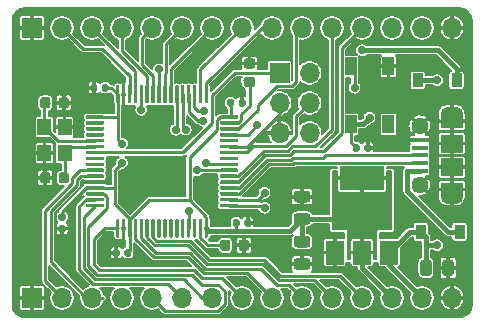
<source format=gbr>
%TF.GenerationSoftware,KiCad,Pcbnew,5.1.6+dfsg1-1*%
%TF.CreationDate,2020-06-20T13:40:11+08:00*%
%TF.ProjectId,stm32dev,73746d33-3264-4657-962e-6b696361645f,rev?*%
%TF.SameCoordinates,Original*%
%TF.FileFunction,Copper,L1,Top*%
%TF.FilePolarity,Positive*%
%FSLAX46Y46*%
G04 Gerber Fmt 4.6, Leading zero omitted, Abs format (unit mm)*
G04 Created by KiCad (PCBNEW 5.1.6+dfsg1-1) date 2020-06-20 13:40:11*
%MOMM*%
%LPD*%
G01*
G04 APERTURE LIST*
%TA.AperFunction,SMDPad,CuDef*%
%ADD10R,0.900000X1.200000*%
%TD*%
%TA.AperFunction,SMDPad,CuDef*%
%ADD11R,1.000000X1.500000*%
%TD*%
%TA.AperFunction,ComponentPad*%
%ADD12O,1.700000X1.700000*%
%TD*%
%TA.AperFunction,ComponentPad*%
%ADD13R,1.700000X1.700000*%
%TD*%
%TA.AperFunction,SMDPad,CuDef*%
%ADD14R,1.900000X1.200000*%
%TD*%
%TA.AperFunction,ComponentPad*%
%ADD15O,1.900000X1.200000*%
%TD*%
%TA.AperFunction,SMDPad,CuDef*%
%ADD16R,1.900000X1.500000*%
%TD*%
%TA.AperFunction,ComponentPad*%
%ADD17C,1.450000*%
%TD*%
%TA.AperFunction,SMDPad,CuDef*%
%ADD18R,1.350000X0.400000*%
%TD*%
%TA.AperFunction,SMDPad,CuDef*%
%ADD19R,1.500000X2.000000*%
%TD*%
%TA.AperFunction,SMDPad,CuDef*%
%ADD20R,3.800000X2.000000*%
%TD*%
%TA.AperFunction,SMDPad,CuDef*%
%ADD21R,1.200000X1.400000*%
%TD*%
%TA.AperFunction,ViaPad*%
%ADD22C,0.700000*%
%TD*%
%TA.AperFunction,Conductor*%
%ADD23C,0.381000*%
%TD*%
%TA.AperFunction,Conductor*%
%ADD24C,0.228600*%
%TD*%
%TA.AperFunction,Conductor*%
%ADD25C,0.152400*%
%TD*%
G04 APERTURE END LIST*
D10*
%TO.P,D3,2*%
%TO.N,Net-(D3-Pad2)*%
X173100000Y-90805000D03*
%TO.P,D3,1*%
%TO.N,VBUS*%
X169800000Y-90805000D03*
%TD*%
%TO.P,D1,2*%
%TO.N,Net-(D1-Pad2)*%
X173354000Y-103632000D03*
%TO.P,D1,1*%
%TO.N,VBUS*%
X170054000Y-103632000D03*
%TD*%
%TO.P,C10,2*%
%TO.N,GND*%
%TA.AperFunction,SMDPad,CuDef*%
G36*
G01*
X138715000Y-98803750D02*
X138715000Y-99316250D01*
G75*
G02*
X138496250Y-99535000I-218750J0D01*
G01*
X138058750Y-99535000D01*
G75*
G02*
X137840000Y-99316250I0J218750D01*
G01*
X137840000Y-98803750D01*
G75*
G02*
X138058750Y-98585000I218750J0D01*
G01*
X138496250Y-98585000D01*
G75*
G02*
X138715000Y-98803750I0J-218750D01*
G01*
G37*
%TD.AperFunction*%
%TO.P,C10,1*%
%TO.N,Net-(C10-Pad1)*%
%TA.AperFunction,SMDPad,CuDef*%
G36*
G01*
X140290000Y-98803750D02*
X140290000Y-99316250D01*
G75*
G02*
X140071250Y-99535000I-218750J0D01*
G01*
X139633750Y-99535000D01*
G75*
G02*
X139415000Y-99316250I0J218750D01*
G01*
X139415000Y-98803750D01*
G75*
G02*
X139633750Y-98585000I218750J0D01*
G01*
X140071250Y-98585000D01*
G75*
G02*
X140290000Y-98803750I0J-218750D01*
G01*
G37*
%TD.AperFunction*%
%TD*%
%TO.P,C6,2*%
%TO.N,GND*%
%TA.AperFunction,SMDPad,CuDef*%
G36*
G01*
X139415000Y-92966250D02*
X139415000Y-92453750D01*
G75*
G02*
X139633750Y-92235000I218750J0D01*
G01*
X140071250Y-92235000D01*
G75*
G02*
X140290000Y-92453750I0J-218750D01*
G01*
X140290000Y-92966250D01*
G75*
G02*
X140071250Y-93185000I-218750J0D01*
G01*
X139633750Y-93185000D01*
G75*
G02*
X139415000Y-92966250I0J218750D01*
G01*
G37*
%TD.AperFunction*%
%TO.P,C6,1*%
%TO.N,Net-(C6-Pad1)*%
%TA.AperFunction,SMDPad,CuDef*%
G36*
G01*
X137840000Y-92966250D02*
X137840000Y-92453750D01*
G75*
G02*
X138058750Y-92235000I218750J0D01*
G01*
X138496250Y-92235000D01*
G75*
G02*
X138715000Y-92453750I0J-218750D01*
G01*
X138715000Y-92966250D01*
G75*
G02*
X138496250Y-93185000I-218750J0D01*
G01*
X138058750Y-93185000D01*
G75*
G02*
X137840000Y-92966250I0J218750D01*
G01*
G37*
%TD.AperFunction*%
%TD*%
%TO.P,C13,2*%
%TO.N,GND*%
%TA.AperFunction,SMDPad,CuDef*%
G36*
G01*
X155831250Y-89820000D02*
X155318750Y-89820000D01*
G75*
G02*
X155100000Y-89601250I0J218750D01*
G01*
X155100000Y-89163750D01*
G75*
G02*
X155318750Y-88945000I218750J0D01*
G01*
X155831250Y-88945000D01*
G75*
G02*
X156050000Y-89163750I0J-218750D01*
G01*
X156050000Y-89601250D01*
G75*
G02*
X155831250Y-89820000I-218750J0D01*
G01*
G37*
%TD.AperFunction*%
%TO.P,C13,1*%
%TO.N,Net-(C13-Pad1)*%
%TA.AperFunction,SMDPad,CuDef*%
G36*
G01*
X155831250Y-91395000D02*
X155318750Y-91395000D01*
G75*
G02*
X155100000Y-91176250I0J218750D01*
G01*
X155100000Y-90738750D01*
G75*
G02*
X155318750Y-90520000I218750J0D01*
G01*
X155831250Y-90520000D01*
G75*
G02*
X156050000Y-90738750I0J-218750D01*
G01*
X156050000Y-91176250D01*
G75*
G02*
X155831250Y-91395000I-218750J0D01*
G01*
G37*
%TD.AperFunction*%
%TD*%
%TO.P,C12,2*%
%TO.N,GND*%
%TA.AperFunction,SMDPad,CuDef*%
G36*
G01*
X154655000Y-105031250D02*
X154655000Y-104518750D01*
G75*
G02*
X154873750Y-104300000I218750J0D01*
G01*
X155311250Y-104300000D01*
G75*
G02*
X155530000Y-104518750I0J-218750D01*
G01*
X155530000Y-105031250D01*
G75*
G02*
X155311250Y-105250000I-218750J0D01*
G01*
X154873750Y-105250000D01*
G75*
G02*
X154655000Y-105031250I0J218750D01*
G01*
G37*
%TD.AperFunction*%
%TO.P,C12,1*%
%TO.N,Net-(C12-Pad1)*%
%TA.AperFunction,SMDPad,CuDef*%
G36*
G01*
X153080000Y-105031250D02*
X153080000Y-104518750D01*
G75*
G02*
X153298750Y-104300000I218750J0D01*
G01*
X153736250Y-104300000D01*
G75*
G02*
X153955000Y-104518750I0J-218750D01*
G01*
X153955000Y-105031250D01*
G75*
G02*
X153736250Y-105250000I-218750J0D01*
G01*
X153298750Y-105250000D01*
G75*
G02*
X153080000Y-105031250I0J218750D01*
G01*
G37*
%TD.AperFunction*%
%TD*%
%TO.P,C11,2*%
%TO.N,GND*%
%TA.AperFunction,SMDPad,CuDef*%
G36*
G01*
X142685000Y-91267500D02*
X142685000Y-91612500D01*
G75*
G02*
X142537500Y-91760000I-147500J0D01*
G01*
X142242500Y-91760000D01*
G75*
G02*
X142095000Y-91612500I0J147500D01*
G01*
X142095000Y-91267500D01*
G75*
G02*
X142242500Y-91120000I147500J0D01*
G01*
X142537500Y-91120000D01*
G75*
G02*
X142685000Y-91267500I0J-147500D01*
G01*
G37*
%TD.AperFunction*%
%TO.P,C11,1*%
%TO.N,VCC*%
%TA.AperFunction,SMDPad,CuDef*%
G36*
G01*
X143655000Y-91267500D02*
X143655000Y-91612500D01*
G75*
G02*
X143507500Y-91760000I-147500J0D01*
G01*
X143212500Y-91760000D01*
G75*
G02*
X143065000Y-91612500I0J147500D01*
G01*
X143065000Y-91267500D01*
G75*
G02*
X143212500Y-91120000I147500J0D01*
G01*
X143507500Y-91120000D01*
G75*
G02*
X143655000Y-91267500I0J-147500D01*
G01*
G37*
%TD.AperFunction*%
%TD*%
%TO.P,C9,2*%
%TO.N,GND*%
%TA.AperFunction,SMDPad,CuDef*%
G36*
G01*
X139527500Y-103060000D02*
X139872500Y-103060000D01*
G75*
G02*
X140020000Y-103207500I0J-147500D01*
G01*
X140020000Y-103502500D01*
G75*
G02*
X139872500Y-103650000I-147500J0D01*
G01*
X139527500Y-103650000D01*
G75*
G02*
X139380000Y-103502500I0J147500D01*
G01*
X139380000Y-103207500D01*
G75*
G02*
X139527500Y-103060000I147500J0D01*
G01*
G37*
%TD.AperFunction*%
%TO.P,C9,1*%
%TO.N,VCC*%
%TA.AperFunction,SMDPad,CuDef*%
G36*
G01*
X139527500Y-102090000D02*
X139872500Y-102090000D01*
G75*
G02*
X140020000Y-102237500I0J-147500D01*
G01*
X140020000Y-102532500D01*
G75*
G02*
X139872500Y-102680000I-147500J0D01*
G01*
X139527500Y-102680000D01*
G75*
G02*
X139380000Y-102532500I0J147500D01*
G01*
X139380000Y-102237500D01*
G75*
G02*
X139527500Y-102090000I147500J0D01*
G01*
G37*
%TD.AperFunction*%
%TD*%
%TO.P,C8,2*%
%TO.N,GND*%
%TA.AperFunction,SMDPad,CuDef*%
G36*
G01*
X155130000Y-103042500D02*
X155130000Y-102697500D01*
G75*
G02*
X155277500Y-102550000I147500J0D01*
G01*
X155572500Y-102550000D01*
G75*
G02*
X155720000Y-102697500I0J-147500D01*
G01*
X155720000Y-103042500D01*
G75*
G02*
X155572500Y-103190000I-147500J0D01*
G01*
X155277500Y-103190000D01*
G75*
G02*
X155130000Y-103042500I0J147500D01*
G01*
G37*
%TD.AperFunction*%
%TO.P,C8,1*%
%TO.N,VCC*%
%TA.AperFunction,SMDPad,CuDef*%
G36*
G01*
X154160000Y-103042500D02*
X154160000Y-102697500D01*
G75*
G02*
X154307500Y-102550000I147500J0D01*
G01*
X154602500Y-102550000D01*
G75*
G02*
X154750000Y-102697500I0J-147500D01*
G01*
X154750000Y-103042500D01*
G75*
G02*
X154602500Y-103190000I-147500J0D01*
G01*
X154307500Y-103190000D01*
G75*
G02*
X154160000Y-103042500I0J147500D01*
G01*
G37*
%TD.AperFunction*%
%TD*%
%TO.P,C7,2*%
%TO.N,GND*%
%TA.AperFunction,SMDPad,CuDef*%
G36*
G01*
X154645000Y-92882500D02*
X154645000Y-92537500D01*
G75*
G02*
X154792500Y-92390000I147500J0D01*
G01*
X155087500Y-92390000D01*
G75*
G02*
X155235000Y-92537500I0J-147500D01*
G01*
X155235000Y-92882500D01*
G75*
G02*
X155087500Y-93030000I-147500J0D01*
G01*
X154792500Y-93030000D01*
G75*
G02*
X154645000Y-92882500I0J147500D01*
G01*
G37*
%TD.AperFunction*%
%TO.P,C7,1*%
%TO.N,VCC*%
%TA.AperFunction,SMDPad,CuDef*%
G36*
G01*
X153675000Y-92882500D02*
X153675000Y-92537500D01*
G75*
G02*
X153822500Y-92390000I147500J0D01*
G01*
X154117500Y-92390000D01*
G75*
G02*
X154265000Y-92537500I0J-147500D01*
G01*
X154265000Y-92882500D01*
G75*
G02*
X154117500Y-93030000I-147500J0D01*
G01*
X153822500Y-93030000D01*
G75*
G02*
X153675000Y-92882500I0J147500D01*
G01*
G37*
%TD.AperFunction*%
%TD*%
%TO.P,C5,2*%
%TO.N,GND*%
%TA.AperFunction,SMDPad,CuDef*%
G36*
G01*
X144590000Y-105237500D02*
X144590000Y-105582500D01*
G75*
G02*
X144442500Y-105730000I-147500J0D01*
G01*
X144147500Y-105730000D01*
G75*
G02*
X144000000Y-105582500I0J147500D01*
G01*
X144000000Y-105237500D01*
G75*
G02*
X144147500Y-105090000I147500J0D01*
G01*
X144442500Y-105090000D01*
G75*
G02*
X144590000Y-105237500I0J-147500D01*
G01*
G37*
%TD.AperFunction*%
%TO.P,C5,1*%
%TO.N,VCC*%
%TA.AperFunction,SMDPad,CuDef*%
G36*
G01*
X145560000Y-105237500D02*
X145560000Y-105582500D01*
G75*
G02*
X145412500Y-105730000I-147500J0D01*
G01*
X145117500Y-105730000D01*
G75*
G02*
X144970000Y-105582500I0J147500D01*
G01*
X144970000Y-105237500D01*
G75*
G02*
X145117500Y-105090000I147500J0D01*
G01*
X145412500Y-105090000D01*
G75*
G02*
X145560000Y-105237500I0J-147500D01*
G01*
G37*
%TD.AperFunction*%
%TD*%
D11*
%TO.P,D2,1*%
%TO.N,VCC*%
X164135000Y-94525000D03*
%TO.P,D2,2*%
%TO.N,Net-(D2-Pad2)*%
X167335000Y-94525000D03*
%TO.P,D2,4*%
%TO.N,RGB*%
X164135000Y-89625000D03*
%TO.P,D2,3*%
%TO.N,GND*%
X167335000Y-89625000D03*
%TD*%
D12*
%TO.P,J5,6*%
%TO.N,0*%
X160655000Y-95250000D03*
%TO.P,J5,5*%
%TO.N,GND*%
X158115000Y-95250000D03*
%TO.P,J5,4*%
%TO.N,RXD*%
X160655000Y-92710000D03*
%TO.P,J5,3*%
%TO.N,TXD*%
X158115000Y-92710000D03*
%TO.P,J5,2*%
%TO.N,Net-(D3-Pad2)*%
X160655000Y-90170000D03*
D13*
%TO.P,J5,1*%
%TO.N,EN*%
X158115000Y-90170000D03*
%TD*%
D12*
%TO.P,J4,15*%
%TO.N,GND*%
X172720000Y-86360000D03*
%TO.P,J4,14*%
%TO.N,PB12_CAN2_RX*%
X170180000Y-86360000D03*
%TO.P,J4,13*%
%TO.N,PB13_CAN2_TX*%
X167640000Y-86360000D03*
%TO.P,J4,12*%
%TO.N,PC6*%
X165100000Y-86360000D03*
%TO.P,J4,11*%
%TO.N,PC7*%
X162560000Y-86360000D03*
%TO.P,J4,10*%
%TO.N,PA13_JMS*%
X160020000Y-86360000D03*
%TO.P,J4,9*%
%TO.N,PA14_JCLK*%
X157480000Y-86360000D03*
%TO.P,J4,8*%
%TO.N,PA15_JDI*%
X154940000Y-86360000D03*
%TO.P,J4,7*%
%TO.N,PB3_JDO*%
X152400000Y-86360000D03*
%TO.P,J4,6*%
%TO.N,PB4_JRST*%
X149860000Y-86360000D03*
%TO.P,J4,5*%
%TO.N,PB6_SCL*%
X147320000Y-86360000D03*
%TO.P,J4,4*%
%TO.N,PB7_SDA*%
X144780000Y-86360000D03*
%TO.P,J4,3*%
%TO.N,PB8_CAN1_TX*%
X142240000Y-86360000D03*
%TO.P,J4,2*%
%TO.N,PB9_CAN1_RX*%
X139700000Y-86360000D03*
D13*
%TO.P,J4,1*%
%TO.N,GND*%
X137160000Y-86360000D03*
%TD*%
D12*
%TO.P,J3,15*%
%TO.N,GND*%
X172720000Y-109220000D03*
%TO.P,J3,14*%
%TO.N,VBUS*%
X170180000Y-109220000D03*
%TO.P,J3,13*%
%TO.N,VCC*%
X167640000Y-109220000D03*
%TO.P,J3,12*%
%TO.N,PA7_AI1*%
X165100000Y-109220000D03*
%TO.P,J3,11*%
%TO.N,PA6_AI0*%
X162560000Y-109220000D03*
%TO.P,J3,10*%
%TO.N,PA5_AO1*%
X160020000Y-109220000D03*
%TO.P,J3,9*%
%TO.N,PA4_AO0*%
X157480000Y-109220000D03*
%TO.P,J3,8*%
%TO.N,PA3_U2_RX*%
X154940000Y-109220000D03*
%TO.P,J3,7*%
%TO.N,PA2_U2_TX*%
X152400000Y-109220000D03*
%TO.P,J3,6*%
%TO.N,PA1*%
X149860000Y-109220000D03*
%TO.P,J3,5*%
%TO.N,PA0*%
X147320000Y-109220000D03*
%TO.P,J3,4*%
%TO.N,PB10_SCK*%
X144780000Y-109220000D03*
%TO.P,J3,3*%
%TO.N,PC3_MOSI*%
X142240000Y-109220000D03*
%TO.P,J3,2*%
%TO.N,PC2_MISO*%
X139700000Y-109220000D03*
D13*
%TO.P,J3,1*%
%TO.N,GND*%
X137160000Y-109220000D03*
%TD*%
D14*
%TO.P,J1,6*%
%TO.N,GND*%
X172687500Y-100055000D03*
X172687500Y-94255000D03*
D15*
X172687500Y-93655000D03*
X172687500Y-100655000D03*
D16*
X172687500Y-98155000D03*
D17*
X169987500Y-94655000D03*
D18*
%TO.P,J1,3*%
%TO.N,DP*%
X169987500Y-97155000D03*
%TO.P,J1,4*%
%TO.N,Net-(J1-Pad4)*%
X169987500Y-96505000D03*
%TO.P,J1,5*%
%TO.N,GND*%
X169987500Y-95855000D03*
%TO.P,J1,1*%
%TO.N,Net-(D1-Pad2)*%
X169987500Y-98455000D03*
%TO.P,J1,2*%
%TO.N,DM*%
X169987500Y-97805000D03*
D17*
%TO.P,J1,6*%
%TO.N,GND*%
X169987500Y-99655000D03*
D16*
X172687500Y-96155000D03*
%TD*%
D19*
%TO.P,U1,1*%
%TO.N,GND*%
X162800000Y-105385000D03*
%TO.P,U1,3*%
%TO.N,VBUS*%
X167400000Y-105385000D03*
%TO.P,U1,2*%
%TO.N,VCC*%
X165100000Y-105385000D03*
D20*
X165100000Y-99085000D03*
%TD*%
%TO.P,C4,2*%
%TO.N,GND*%
%TA.AperFunction,SMDPad,CuDef*%
G36*
G01*
X165290000Y-96692500D02*
X165290000Y-96347500D01*
G75*
G02*
X165437500Y-96200000I147500J0D01*
G01*
X165732500Y-96200000D01*
G75*
G02*
X165880000Y-96347500I0J-147500D01*
G01*
X165880000Y-96692500D01*
G75*
G02*
X165732500Y-96840000I-147500J0D01*
G01*
X165437500Y-96840000D01*
G75*
G02*
X165290000Y-96692500I0J147500D01*
G01*
G37*
%TD.AperFunction*%
%TO.P,C4,1*%
%TO.N,VCC*%
%TA.AperFunction,SMDPad,CuDef*%
G36*
G01*
X164320000Y-96692500D02*
X164320000Y-96347500D01*
G75*
G02*
X164467500Y-96200000I147500J0D01*
G01*
X164762500Y-96200000D01*
G75*
G02*
X164910000Y-96347500I0J-147500D01*
G01*
X164910000Y-96692500D01*
G75*
G02*
X164762500Y-96840000I-147500J0D01*
G01*
X164467500Y-96840000D01*
G75*
G02*
X164320000Y-96692500I0J147500D01*
G01*
G37*
%TD.AperFunction*%
%TD*%
%TO.P,C3,2*%
%TO.N,GND*%
%TA.AperFunction,SMDPad,CuDef*%
G36*
G01*
X160476250Y-101150000D02*
X159563750Y-101150000D01*
G75*
G02*
X159320000Y-100906250I0J243750D01*
G01*
X159320000Y-100418750D01*
G75*
G02*
X159563750Y-100175000I243750J0D01*
G01*
X160476250Y-100175000D01*
G75*
G02*
X160720000Y-100418750I0J-243750D01*
G01*
X160720000Y-100906250D01*
G75*
G02*
X160476250Y-101150000I-243750J0D01*
G01*
G37*
%TD.AperFunction*%
%TO.P,C3,1*%
%TO.N,VCC*%
%TA.AperFunction,SMDPad,CuDef*%
G36*
G01*
X160476250Y-103025000D02*
X159563750Y-103025000D01*
G75*
G02*
X159320000Y-102781250I0J243750D01*
G01*
X159320000Y-102293750D01*
G75*
G02*
X159563750Y-102050000I243750J0D01*
G01*
X160476250Y-102050000D01*
G75*
G02*
X160720000Y-102293750I0J-243750D01*
G01*
X160720000Y-102781250D01*
G75*
G02*
X160476250Y-103025000I-243750J0D01*
G01*
G37*
%TD.AperFunction*%
%TD*%
%TO.P,C2,2*%
%TO.N,GND*%
%TA.AperFunction,SMDPad,CuDef*%
G36*
G01*
X159563750Y-105860000D02*
X160476250Y-105860000D01*
G75*
G02*
X160720000Y-106103750I0J-243750D01*
G01*
X160720000Y-106591250D01*
G75*
G02*
X160476250Y-106835000I-243750J0D01*
G01*
X159563750Y-106835000D01*
G75*
G02*
X159320000Y-106591250I0J243750D01*
G01*
X159320000Y-106103750D01*
G75*
G02*
X159563750Y-105860000I243750J0D01*
G01*
G37*
%TD.AperFunction*%
%TO.P,C2,1*%
%TO.N,VCC*%
%TA.AperFunction,SMDPad,CuDef*%
G36*
G01*
X159563750Y-103985000D02*
X160476250Y-103985000D01*
G75*
G02*
X160720000Y-104228750I0J-243750D01*
G01*
X160720000Y-104716250D01*
G75*
G02*
X160476250Y-104960000I-243750J0D01*
G01*
X159563750Y-104960000D01*
G75*
G02*
X159320000Y-104716250I0J243750D01*
G01*
X159320000Y-104228750D01*
G75*
G02*
X159563750Y-103985000I243750J0D01*
G01*
G37*
%TD.AperFunction*%
%TD*%
%TO.P,C1,2*%
%TO.N,GND*%
%TA.AperFunction,SMDPad,CuDef*%
G36*
G01*
X171900000Y-107136250D02*
X171900000Y-106223750D01*
G75*
G02*
X172143750Y-105980000I243750J0D01*
G01*
X172631250Y-105980000D01*
G75*
G02*
X172875000Y-106223750I0J-243750D01*
G01*
X172875000Y-107136250D01*
G75*
G02*
X172631250Y-107380000I-243750J0D01*
G01*
X172143750Y-107380000D01*
G75*
G02*
X171900000Y-107136250I0J243750D01*
G01*
G37*
%TD.AperFunction*%
%TO.P,C1,1*%
%TO.N,VBUS*%
%TA.AperFunction,SMDPad,CuDef*%
G36*
G01*
X170025000Y-107136250D02*
X170025000Y-106223750D01*
G75*
G02*
X170268750Y-105980000I243750J0D01*
G01*
X170756250Y-105980000D01*
G75*
G02*
X171000000Y-106223750I0J-243750D01*
G01*
X171000000Y-107136250D01*
G75*
G02*
X170756250Y-107380000I-243750J0D01*
G01*
X170268750Y-107380000D01*
G75*
G02*
X170025000Y-107136250I0J243750D01*
G01*
G37*
%TD.AperFunction*%
%TD*%
D21*
%TO.P,Y1,4*%
%TO.N,GND*%
X139915000Y-94785000D03*
%TO.P,Y1,3*%
%TO.N,Net-(C10-Pad1)*%
X139915000Y-96985000D03*
%TO.P,Y1,2*%
%TO.N,GND*%
X138215000Y-96985000D03*
%TO.P,Y1,1*%
%TO.N,Net-(C6-Pad1)*%
X138215000Y-94785000D03*
%TD*%
%TO.P,U2,64*%
%TO.N,VCC*%
%TA.AperFunction,SMDPad,CuDef*%
G36*
G01*
X144265000Y-92690000D02*
X144265000Y-91290000D01*
G75*
G02*
X144340000Y-91215000I75000J0D01*
G01*
X144490000Y-91215000D01*
G75*
G02*
X144565000Y-91290000I0J-75000D01*
G01*
X144565000Y-92690000D01*
G75*
G02*
X144490000Y-92765000I-75000J0D01*
G01*
X144340000Y-92765000D01*
G75*
G02*
X144265000Y-92690000I0J75000D01*
G01*
G37*
%TD.AperFunction*%
%TO.P,U2,63*%
%TO.N,GND*%
%TA.AperFunction,SMDPad,CuDef*%
G36*
G01*
X144765000Y-92690000D02*
X144765000Y-91290000D01*
G75*
G02*
X144840000Y-91215000I75000J0D01*
G01*
X144990000Y-91215000D01*
G75*
G02*
X145065000Y-91290000I0J-75000D01*
G01*
X145065000Y-92690000D01*
G75*
G02*
X144990000Y-92765000I-75000J0D01*
G01*
X144840000Y-92765000D01*
G75*
G02*
X144765000Y-92690000I0J75000D01*
G01*
G37*
%TD.AperFunction*%
%TO.P,U2,62*%
%TO.N,PB9_CAN1_RX*%
%TA.AperFunction,SMDPad,CuDef*%
G36*
G01*
X145265000Y-92690000D02*
X145265000Y-91290000D01*
G75*
G02*
X145340000Y-91215000I75000J0D01*
G01*
X145490000Y-91215000D01*
G75*
G02*
X145565000Y-91290000I0J-75000D01*
G01*
X145565000Y-92690000D01*
G75*
G02*
X145490000Y-92765000I-75000J0D01*
G01*
X145340000Y-92765000D01*
G75*
G02*
X145265000Y-92690000I0J75000D01*
G01*
G37*
%TD.AperFunction*%
%TO.P,U2,61*%
%TO.N,PB8_CAN1_TX*%
%TA.AperFunction,SMDPad,CuDef*%
G36*
G01*
X145765000Y-92690000D02*
X145765000Y-91290000D01*
G75*
G02*
X145840000Y-91215000I75000J0D01*
G01*
X145990000Y-91215000D01*
G75*
G02*
X146065000Y-91290000I0J-75000D01*
G01*
X146065000Y-92690000D01*
G75*
G02*
X145990000Y-92765000I-75000J0D01*
G01*
X145840000Y-92765000D01*
G75*
G02*
X145765000Y-92690000I0J75000D01*
G01*
G37*
%TD.AperFunction*%
%TO.P,U2,60*%
%TO.N,0*%
%TA.AperFunction,SMDPad,CuDef*%
G36*
G01*
X146265000Y-92690000D02*
X146265000Y-91290000D01*
G75*
G02*
X146340000Y-91215000I75000J0D01*
G01*
X146490000Y-91215000D01*
G75*
G02*
X146565000Y-91290000I0J-75000D01*
G01*
X146565000Y-92690000D01*
G75*
G02*
X146490000Y-92765000I-75000J0D01*
G01*
X146340000Y-92765000D01*
G75*
G02*
X146265000Y-92690000I0J75000D01*
G01*
G37*
%TD.AperFunction*%
%TO.P,U2,59*%
%TO.N,PB7_SDA*%
%TA.AperFunction,SMDPad,CuDef*%
G36*
G01*
X146765000Y-92690000D02*
X146765000Y-91290000D01*
G75*
G02*
X146840000Y-91215000I75000J0D01*
G01*
X146990000Y-91215000D01*
G75*
G02*
X147065000Y-91290000I0J-75000D01*
G01*
X147065000Y-92690000D01*
G75*
G02*
X146990000Y-92765000I-75000J0D01*
G01*
X146840000Y-92765000D01*
G75*
G02*
X146765000Y-92690000I0J75000D01*
G01*
G37*
%TD.AperFunction*%
%TO.P,U2,58*%
%TO.N,PB6_SCL*%
%TA.AperFunction,SMDPad,CuDef*%
G36*
G01*
X147265000Y-92690000D02*
X147265000Y-91290000D01*
G75*
G02*
X147340000Y-91215000I75000J0D01*
G01*
X147490000Y-91215000D01*
G75*
G02*
X147565000Y-91290000I0J-75000D01*
G01*
X147565000Y-92690000D01*
G75*
G02*
X147490000Y-92765000I-75000J0D01*
G01*
X147340000Y-92765000D01*
G75*
G02*
X147265000Y-92690000I0J75000D01*
G01*
G37*
%TD.AperFunction*%
%TO.P,U2,57*%
%TO.N,SD_DET*%
%TA.AperFunction,SMDPad,CuDef*%
G36*
G01*
X147765000Y-92690000D02*
X147765000Y-91290000D01*
G75*
G02*
X147840000Y-91215000I75000J0D01*
G01*
X147990000Y-91215000D01*
G75*
G02*
X148065000Y-91290000I0J-75000D01*
G01*
X148065000Y-92690000D01*
G75*
G02*
X147990000Y-92765000I-75000J0D01*
G01*
X147840000Y-92765000D01*
G75*
G02*
X147765000Y-92690000I0J75000D01*
G01*
G37*
%TD.AperFunction*%
%TO.P,U2,56*%
%TO.N,PB4_JRST*%
%TA.AperFunction,SMDPad,CuDef*%
G36*
G01*
X148265000Y-92690000D02*
X148265000Y-91290000D01*
G75*
G02*
X148340000Y-91215000I75000J0D01*
G01*
X148490000Y-91215000D01*
G75*
G02*
X148565000Y-91290000I0J-75000D01*
G01*
X148565000Y-92690000D01*
G75*
G02*
X148490000Y-92765000I-75000J0D01*
G01*
X148340000Y-92765000D01*
G75*
G02*
X148265000Y-92690000I0J75000D01*
G01*
G37*
%TD.AperFunction*%
%TO.P,U2,55*%
%TO.N,PB3_JDO*%
%TA.AperFunction,SMDPad,CuDef*%
G36*
G01*
X148765000Y-92690000D02*
X148765000Y-91290000D01*
G75*
G02*
X148840000Y-91215000I75000J0D01*
G01*
X148990000Y-91215000D01*
G75*
G02*
X149065000Y-91290000I0J-75000D01*
G01*
X149065000Y-92690000D01*
G75*
G02*
X148990000Y-92765000I-75000J0D01*
G01*
X148840000Y-92765000D01*
G75*
G02*
X148765000Y-92690000I0J75000D01*
G01*
G37*
%TD.AperFunction*%
%TO.P,U2,54*%
%TO.N,SD_CMD*%
%TA.AperFunction,SMDPad,CuDef*%
G36*
G01*
X149265000Y-92690000D02*
X149265000Y-91290000D01*
G75*
G02*
X149340000Y-91215000I75000J0D01*
G01*
X149490000Y-91215000D01*
G75*
G02*
X149565000Y-91290000I0J-75000D01*
G01*
X149565000Y-92690000D01*
G75*
G02*
X149490000Y-92765000I-75000J0D01*
G01*
X149340000Y-92765000D01*
G75*
G02*
X149265000Y-92690000I0J75000D01*
G01*
G37*
%TD.AperFunction*%
%TO.P,U2,53*%
%TO.N,SD_CLK*%
%TA.AperFunction,SMDPad,CuDef*%
G36*
G01*
X149765000Y-92690000D02*
X149765000Y-91290000D01*
G75*
G02*
X149840000Y-91215000I75000J0D01*
G01*
X149990000Y-91215000D01*
G75*
G02*
X150065000Y-91290000I0J-75000D01*
G01*
X150065000Y-92690000D01*
G75*
G02*
X149990000Y-92765000I-75000J0D01*
G01*
X149840000Y-92765000D01*
G75*
G02*
X149765000Y-92690000I0J75000D01*
G01*
G37*
%TD.AperFunction*%
%TO.P,U2,52*%
%TO.N,SD_D3*%
%TA.AperFunction,SMDPad,CuDef*%
G36*
G01*
X150265000Y-92690000D02*
X150265000Y-91290000D01*
G75*
G02*
X150340000Y-91215000I75000J0D01*
G01*
X150490000Y-91215000D01*
G75*
G02*
X150565000Y-91290000I0J-75000D01*
G01*
X150565000Y-92690000D01*
G75*
G02*
X150490000Y-92765000I-75000J0D01*
G01*
X150340000Y-92765000D01*
G75*
G02*
X150265000Y-92690000I0J75000D01*
G01*
G37*
%TD.AperFunction*%
%TO.P,U2,51*%
%TO.N,SD_D2*%
%TA.AperFunction,SMDPad,CuDef*%
G36*
G01*
X150765000Y-92690000D02*
X150765000Y-91290000D01*
G75*
G02*
X150840000Y-91215000I75000J0D01*
G01*
X150990000Y-91215000D01*
G75*
G02*
X151065000Y-91290000I0J-75000D01*
G01*
X151065000Y-92690000D01*
G75*
G02*
X150990000Y-92765000I-75000J0D01*
G01*
X150840000Y-92765000D01*
G75*
G02*
X150765000Y-92690000I0J75000D01*
G01*
G37*
%TD.AperFunction*%
%TO.P,U2,50*%
%TO.N,PA15_JDI*%
%TA.AperFunction,SMDPad,CuDef*%
G36*
G01*
X151265000Y-92690000D02*
X151265000Y-91290000D01*
G75*
G02*
X151340000Y-91215000I75000J0D01*
G01*
X151490000Y-91215000D01*
G75*
G02*
X151565000Y-91290000I0J-75000D01*
G01*
X151565000Y-92690000D01*
G75*
G02*
X151490000Y-92765000I-75000J0D01*
G01*
X151340000Y-92765000D01*
G75*
G02*
X151265000Y-92690000I0J75000D01*
G01*
G37*
%TD.AperFunction*%
%TO.P,U2,49*%
%TO.N,PA14_JCLK*%
%TA.AperFunction,SMDPad,CuDef*%
G36*
G01*
X151765000Y-92690000D02*
X151765000Y-91290000D01*
G75*
G02*
X151840000Y-91215000I75000J0D01*
G01*
X151990000Y-91215000D01*
G75*
G02*
X152065000Y-91290000I0J-75000D01*
G01*
X152065000Y-92690000D01*
G75*
G02*
X151990000Y-92765000I-75000J0D01*
G01*
X151840000Y-92765000D01*
G75*
G02*
X151765000Y-92690000I0J75000D01*
G01*
G37*
%TD.AperFunction*%
%TO.P,U2,48*%
%TO.N,VCC*%
%TA.AperFunction,SMDPad,CuDef*%
G36*
G01*
X153065000Y-93990000D02*
X153065000Y-93840000D01*
G75*
G02*
X153140000Y-93765000I75000J0D01*
G01*
X154540000Y-93765000D01*
G75*
G02*
X154615000Y-93840000I0J-75000D01*
G01*
X154615000Y-93990000D01*
G75*
G02*
X154540000Y-94065000I-75000J0D01*
G01*
X153140000Y-94065000D01*
G75*
G02*
X153065000Y-93990000I0J75000D01*
G01*
G37*
%TD.AperFunction*%
%TO.P,U2,47*%
%TO.N,Net-(C13-Pad1)*%
%TA.AperFunction,SMDPad,CuDef*%
G36*
G01*
X153065000Y-94490000D02*
X153065000Y-94340000D01*
G75*
G02*
X153140000Y-94265000I75000J0D01*
G01*
X154540000Y-94265000D01*
G75*
G02*
X154615000Y-94340000I0J-75000D01*
G01*
X154615000Y-94490000D01*
G75*
G02*
X154540000Y-94565000I-75000J0D01*
G01*
X153140000Y-94565000D01*
G75*
G02*
X153065000Y-94490000I0J75000D01*
G01*
G37*
%TD.AperFunction*%
%TO.P,U2,46*%
%TO.N,PA13_JMS*%
%TA.AperFunction,SMDPad,CuDef*%
G36*
G01*
X153065000Y-94990000D02*
X153065000Y-94840000D01*
G75*
G02*
X153140000Y-94765000I75000J0D01*
G01*
X154540000Y-94765000D01*
G75*
G02*
X154615000Y-94840000I0J-75000D01*
G01*
X154615000Y-94990000D01*
G75*
G02*
X154540000Y-95065000I-75000J0D01*
G01*
X153140000Y-95065000D01*
G75*
G02*
X153065000Y-94990000I0J75000D01*
G01*
G37*
%TD.AperFunction*%
%TO.P,U2,45*%
%TO.N,RGB*%
%TA.AperFunction,SMDPad,CuDef*%
G36*
G01*
X153065000Y-95490000D02*
X153065000Y-95340000D01*
G75*
G02*
X153140000Y-95265000I75000J0D01*
G01*
X154540000Y-95265000D01*
G75*
G02*
X154615000Y-95340000I0J-75000D01*
G01*
X154615000Y-95490000D01*
G75*
G02*
X154540000Y-95565000I-75000J0D01*
G01*
X153140000Y-95565000D01*
G75*
G02*
X153065000Y-95490000I0J75000D01*
G01*
G37*
%TD.AperFunction*%
%TO.P,U2,44*%
%TO.N,Net-(U2-Pad44)*%
%TA.AperFunction,SMDPad,CuDef*%
G36*
G01*
X153065000Y-95990000D02*
X153065000Y-95840000D01*
G75*
G02*
X153140000Y-95765000I75000J0D01*
G01*
X154540000Y-95765000D01*
G75*
G02*
X154615000Y-95840000I0J-75000D01*
G01*
X154615000Y-95990000D01*
G75*
G02*
X154540000Y-96065000I-75000J0D01*
G01*
X153140000Y-96065000D01*
G75*
G02*
X153065000Y-95990000I0J75000D01*
G01*
G37*
%TD.AperFunction*%
%TO.P,U2,43*%
%TO.N,TXD*%
%TA.AperFunction,SMDPad,CuDef*%
G36*
G01*
X153065000Y-96490000D02*
X153065000Y-96340000D01*
G75*
G02*
X153140000Y-96265000I75000J0D01*
G01*
X154540000Y-96265000D01*
G75*
G02*
X154615000Y-96340000I0J-75000D01*
G01*
X154615000Y-96490000D01*
G75*
G02*
X154540000Y-96565000I-75000J0D01*
G01*
X153140000Y-96565000D01*
G75*
G02*
X153065000Y-96490000I0J75000D01*
G01*
G37*
%TD.AperFunction*%
%TO.P,U2,42*%
%TO.N,RXD*%
%TA.AperFunction,SMDPad,CuDef*%
G36*
G01*
X153065000Y-96990000D02*
X153065000Y-96840000D01*
G75*
G02*
X153140000Y-96765000I75000J0D01*
G01*
X154540000Y-96765000D01*
G75*
G02*
X154615000Y-96840000I0J-75000D01*
G01*
X154615000Y-96990000D01*
G75*
G02*
X154540000Y-97065000I-75000J0D01*
G01*
X153140000Y-97065000D01*
G75*
G02*
X153065000Y-96990000I0J75000D01*
G01*
G37*
%TD.AperFunction*%
%TO.P,U2,41*%
%TO.N,Net-(U2-Pad41)*%
%TA.AperFunction,SMDPad,CuDef*%
G36*
G01*
X153065000Y-97490000D02*
X153065000Y-97340000D01*
G75*
G02*
X153140000Y-97265000I75000J0D01*
G01*
X154540000Y-97265000D01*
G75*
G02*
X154615000Y-97340000I0J-75000D01*
G01*
X154615000Y-97490000D01*
G75*
G02*
X154540000Y-97565000I-75000J0D01*
G01*
X153140000Y-97565000D01*
G75*
G02*
X153065000Y-97490000I0J75000D01*
G01*
G37*
%TD.AperFunction*%
%TO.P,U2,40*%
%TO.N,SD_D1*%
%TA.AperFunction,SMDPad,CuDef*%
G36*
G01*
X153065000Y-97990000D02*
X153065000Y-97840000D01*
G75*
G02*
X153140000Y-97765000I75000J0D01*
G01*
X154540000Y-97765000D01*
G75*
G02*
X154615000Y-97840000I0J-75000D01*
G01*
X154615000Y-97990000D01*
G75*
G02*
X154540000Y-98065000I-75000J0D01*
G01*
X153140000Y-98065000D01*
G75*
G02*
X153065000Y-97990000I0J75000D01*
G01*
G37*
%TD.AperFunction*%
%TO.P,U2,39*%
%TO.N,SD_D0*%
%TA.AperFunction,SMDPad,CuDef*%
G36*
G01*
X153065000Y-98490000D02*
X153065000Y-98340000D01*
G75*
G02*
X153140000Y-98265000I75000J0D01*
G01*
X154540000Y-98265000D01*
G75*
G02*
X154615000Y-98340000I0J-75000D01*
G01*
X154615000Y-98490000D01*
G75*
G02*
X154540000Y-98565000I-75000J0D01*
G01*
X153140000Y-98565000D01*
G75*
G02*
X153065000Y-98490000I0J75000D01*
G01*
G37*
%TD.AperFunction*%
%TO.P,U2,38*%
%TO.N,PC7*%
%TA.AperFunction,SMDPad,CuDef*%
G36*
G01*
X153065000Y-98990000D02*
X153065000Y-98840000D01*
G75*
G02*
X153140000Y-98765000I75000J0D01*
G01*
X154540000Y-98765000D01*
G75*
G02*
X154615000Y-98840000I0J-75000D01*
G01*
X154615000Y-98990000D01*
G75*
G02*
X154540000Y-99065000I-75000J0D01*
G01*
X153140000Y-99065000D01*
G75*
G02*
X153065000Y-98990000I0J75000D01*
G01*
G37*
%TD.AperFunction*%
%TO.P,U2,37*%
%TO.N,PC6*%
%TA.AperFunction,SMDPad,CuDef*%
G36*
G01*
X153065000Y-99490000D02*
X153065000Y-99340000D01*
G75*
G02*
X153140000Y-99265000I75000J0D01*
G01*
X154540000Y-99265000D01*
G75*
G02*
X154615000Y-99340000I0J-75000D01*
G01*
X154615000Y-99490000D01*
G75*
G02*
X154540000Y-99565000I-75000J0D01*
G01*
X153140000Y-99565000D01*
G75*
G02*
X153065000Y-99490000I0J75000D01*
G01*
G37*
%TD.AperFunction*%
%TO.P,U2,36*%
%TO.N,DP*%
%TA.AperFunction,SMDPad,CuDef*%
G36*
G01*
X153065000Y-99990000D02*
X153065000Y-99840000D01*
G75*
G02*
X153140000Y-99765000I75000J0D01*
G01*
X154540000Y-99765000D01*
G75*
G02*
X154615000Y-99840000I0J-75000D01*
G01*
X154615000Y-99990000D01*
G75*
G02*
X154540000Y-100065000I-75000J0D01*
G01*
X153140000Y-100065000D01*
G75*
G02*
X153065000Y-99990000I0J75000D01*
G01*
G37*
%TD.AperFunction*%
%TO.P,U2,35*%
%TO.N,DM*%
%TA.AperFunction,SMDPad,CuDef*%
G36*
G01*
X153065000Y-100490000D02*
X153065000Y-100340000D01*
G75*
G02*
X153140000Y-100265000I75000J0D01*
G01*
X154540000Y-100265000D01*
G75*
G02*
X154615000Y-100340000I0J-75000D01*
G01*
X154615000Y-100490000D01*
G75*
G02*
X154540000Y-100565000I-75000J0D01*
G01*
X153140000Y-100565000D01*
G75*
G02*
X153065000Y-100490000I0J75000D01*
G01*
G37*
%TD.AperFunction*%
%TO.P,U2,34*%
%TO.N,PB13_CAN2_TX*%
%TA.AperFunction,SMDPad,CuDef*%
G36*
G01*
X153065000Y-100990000D02*
X153065000Y-100840000D01*
G75*
G02*
X153140000Y-100765000I75000J0D01*
G01*
X154540000Y-100765000D01*
G75*
G02*
X154615000Y-100840000I0J-75000D01*
G01*
X154615000Y-100990000D01*
G75*
G02*
X154540000Y-101065000I-75000J0D01*
G01*
X153140000Y-101065000D01*
G75*
G02*
X153065000Y-100990000I0J75000D01*
G01*
G37*
%TD.AperFunction*%
%TO.P,U2,33*%
%TO.N,PB12_CAN2_RX*%
%TA.AperFunction,SMDPad,CuDef*%
G36*
G01*
X153065000Y-101490000D02*
X153065000Y-101340000D01*
G75*
G02*
X153140000Y-101265000I75000J0D01*
G01*
X154540000Y-101265000D01*
G75*
G02*
X154615000Y-101340000I0J-75000D01*
G01*
X154615000Y-101490000D01*
G75*
G02*
X154540000Y-101565000I-75000J0D01*
G01*
X153140000Y-101565000D01*
G75*
G02*
X153065000Y-101490000I0J75000D01*
G01*
G37*
%TD.AperFunction*%
%TO.P,U2,32*%
%TO.N,VCC*%
%TA.AperFunction,SMDPad,CuDef*%
G36*
G01*
X151765000Y-104040000D02*
X151765000Y-102640000D01*
G75*
G02*
X151840000Y-102565000I75000J0D01*
G01*
X151990000Y-102565000D01*
G75*
G02*
X152065000Y-102640000I0J-75000D01*
G01*
X152065000Y-104040000D01*
G75*
G02*
X151990000Y-104115000I-75000J0D01*
G01*
X151840000Y-104115000D01*
G75*
G02*
X151765000Y-104040000I0J75000D01*
G01*
G37*
%TD.AperFunction*%
%TO.P,U2,31*%
%TO.N,Net-(C12-Pad1)*%
%TA.AperFunction,SMDPad,CuDef*%
G36*
G01*
X151265000Y-104040000D02*
X151265000Y-102640000D01*
G75*
G02*
X151340000Y-102565000I75000J0D01*
G01*
X151490000Y-102565000D01*
G75*
G02*
X151565000Y-102640000I0J-75000D01*
G01*
X151565000Y-104040000D01*
G75*
G02*
X151490000Y-104115000I-75000J0D01*
G01*
X151340000Y-104115000D01*
G75*
G02*
X151265000Y-104040000I0J75000D01*
G01*
G37*
%TD.AperFunction*%
%TO.P,U2,30*%
%TO.N,Net-(U2-Pad30)*%
%TA.AperFunction,SMDPad,CuDef*%
G36*
G01*
X150765000Y-104040000D02*
X150765000Y-102640000D01*
G75*
G02*
X150840000Y-102565000I75000J0D01*
G01*
X150990000Y-102565000D01*
G75*
G02*
X151065000Y-102640000I0J-75000D01*
G01*
X151065000Y-104040000D01*
G75*
G02*
X150990000Y-104115000I-75000J0D01*
G01*
X150840000Y-104115000D01*
G75*
G02*
X150765000Y-104040000I0J75000D01*
G01*
G37*
%TD.AperFunction*%
%TO.P,U2,29*%
%TO.N,PB10_SCK*%
%TA.AperFunction,SMDPad,CuDef*%
G36*
G01*
X150265000Y-104040000D02*
X150265000Y-102640000D01*
G75*
G02*
X150340000Y-102565000I75000J0D01*
G01*
X150490000Y-102565000D01*
G75*
G02*
X150565000Y-102640000I0J-75000D01*
G01*
X150565000Y-104040000D01*
G75*
G02*
X150490000Y-104115000I-75000J0D01*
G01*
X150340000Y-104115000D01*
G75*
G02*
X150265000Y-104040000I0J75000D01*
G01*
G37*
%TD.AperFunction*%
%TO.P,U2,28*%
%TO.N,Net-(U2-Pad28)*%
%TA.AperFunction,SMDPad,CuDef*%
G36*
G01*
X149765000Y-104040000D02*
X149765000Y-102640000D01*
G75*
G02*
X149840000Y-102565000I75000J0D01*
G01*
X149990000Y-102565000D01*
G75*
G02*
X150065000Y-102640000I0J-75000D01*
G01*
X150065000Y-104040000D01*
G75*
G02*
X149990000Y-104115000I-75000J0D01*
G01*
X149840000Y-104115000D01*
G75*
G02*
X149765000Y-104040000I0J75000D01*
G01*
G37*
%TD.AperFunction*%
%TO.P,U2,27*%
%TO.N,Net-(U2-Pad27)*%
%TA.AperFunction,SMDPad,CuDef*%
G36*
G01*
X149265000Y-104040000D02*
X149265000Y-102640000D01*
G75*
G02*
X149340000Y-102565000I75000J0D01*
G01*
X149490000Y-102565000D01*
G75*
G02*
X149565000Y-102640000I0J-75000D01*
G01*
X149565000Y-104040000D01*
G75*
G02*
X149490000Y-104115000I-75000J0D01*
G01*
X149340000Y-104115000D01*
G75*
G02*
X149265000Y-104040000I0J75000D01*
G01*
G37*
%TD.AperFunction*%
%TO.P,U2,26*%
%TO.N,Net-(U2-Pad26)*%
%TA.AperFunction,SMDPad,CuDef*%
G36*
G01*
X148765000Y-104040000D02*
X148765000Y-102640000D01*
G75*
G02*
X148840000Y-102565000I75000J0D01*
G01*
X148990000Y-102565000D01*
G75*
G02*
X149065000Y-102640000I0J-75000D01*
G01*
X149065000Y-104040000D01*
G75*
G02*
X148990000Y-104115000I-75000J0D01*
G01*
X148840000Y-104115000D01*
G75*
G02*
X148765000Y-104040000I0J75000D01*
G01*
G37*
%TD.AperFunction*%
%TO.P,U2,25*%
%TO.N,Net-(U2-Pad25)*%
%TA.AperFunction,SMDPad,CuDef*%
G36*
G01*
X148265000Y-104040000D02*
X148265000Y-102640000D01*
G75*
G02*
X148340000Y-102565000I75000J0D01*
G01*
X148490000Y-102565000D01*
G75*
G02*
X148565000Y-102640000I0J-75000D01*
G01*
X148565000Y-104040000D01*
G75*
G02*
X148490000Y-104115000I-75000J0D01*
G01*
X148340000Y-104115000D01*
G75*
G02*
X148265000Y-104040000I0J75000D01*
G01*
G37*
%TD.AperFunction*%
%TO.P,U2,24*%
%TO.N,Net-(U2-Pad24)*%
%TA.AperFunction,SMDPad,CuDef*%
G36*
G01*
X147765000Y-104040000D02*
X147765000Y-102640000D01*
G75*
G02*
X147840000Y-102565000I75000J0D01*
G01*
X147990000Y-102565000D01*
G75*
G02*
X148065000Y-102640000I0J-75000D01*
G01*
X148065000Y-104040000D01*
G75*
G02*
X147990000Y-104115000I-75000J0D01*
G01*
X147840000Y-104115000D01*
G75*
G02*
X147765000Y-104040000I0J75000D01*
G01*
G37*
%TD.AperFunction*%
%TO.P,U2,23*%
%TO.N,PA7_AI1*%
%TA.AperFunction,SMDPad,CuDef*%
G36*
G01*
X147265000Y-104040000D02*
X147265000Y-102640000D01*
G75*
G02*
X147340000Y-102565000I75000J0D01*
G01*
X147490000Y-102565000D01*
G75*
G02*
X147565000Y-102640000I0J-75000D01*
G01*
X147565000Y-104040000D01*
G75*
G02*
X147490000Y-104115000I-75000J0D01*
G01*
X147340000Y-104115000D01*
G75*
G02*
X147265000Y-104040000I0J75000D01*
G01*
G37*
%TD.AperFunction*%
%TO.P,U2,22*%
%TO.N,PA6_AI0*%
%TA.AperFunction,SMDPad,CuDef*%
G36*
G01*
X146765000Y-104040000D02*
X146765000Y-102640000D01*
G75*
G02*
X146840000Y-102565000I75000J0D01*
G01*
X146990000Y-102565000D01*
G75*
G02*
X147065000Y-102640000I0J-75000D01*
G01*
X147065000Y-104040000D01*
G75*
G02*
X146990000Y-104115000I-75000J0D01*
G01*
X146840000Y-104115000D01*
G75*
G02*
X146765000Y-104040000I0J75000D01*
G01*
G37*
%TD.AperFunction*%
%TO.P,U2,21*%
%TO.N,PA5_AO1*%
%TA.AperFunction,SMDPad,CuDef*%
G36*
G01*
X146265000Y-104040000D02*
X146265000Y-102640000D01*
G75*
G02*
X146340000Y-102565000I75000J0D01*
G01*
X146490000Y-102565000D01*
G75*
G02*
X146565000Y-102640000I0J-75000D01*
G01*
X146565000Y-104040000D01*
G75*
G02*
X146490000Y-104115000I-75000J0D01*
G01*
X146340000Y-104115000D01*
G75*
G02*
X146265000Y-104040000I0J75000D01*
G01*
G37*
%TD.AperFunction*%
%TO.P,U2,20*%
%TO.N,PA4_AO0*%
%TA.AperFunction,SMDPad,CuDef*%
G36*
G01*
X145765000Y-104040000D02*
X145765000Y-102640000D01*
G75*
G02*
X145840000Y-102565000I75000J0D01*
G01*
X145990000Y-102565000D01*
G75*
G02*
X146065000Y-102640000I0J-75000D01*
G01*
X146065000Y-104040000D01*
G75*
G02*
X145990000Y-104115000I-75000J0D01*
G01*
X145840000Y-104115000D01*
G75*
G02*
X145765000Y-104040000I0J75000D01*
G01*
G37*
%TD.AperFunction*%
%TO.P,U2,19*%
%TO.N,VCC*%
%TA.AperFunction,SMDPad,CuDef*%
G36*
G01*
X145265000Y-104040000D02*
X145265000Y-102640000D01*
G75*
G02*
X145340000Y-102565000I75000J0D01*
G01*
X145490000Y-102565000D01*
G75*
G02*
X145565000Y-102640000I0J-75000D01*
G01*
X145565000Y-104040000D01*
G75*
G02*
X145490000Y-104115000I-75000J0D01*
G01*
X145340000Y-104115000D01*
G75*
G02*
X145265000Y-104040000I0J75000D01*
G01*
G37*
%TD.AperFunction*%
%TO.P,U2,18*%
%TO.N,GND*%
%TA.AperFunction,SMDPad,CuDef*%
G36*
G01*
X144765000Y-104040000D02*
X144765000Y-102640000D01*
G75*
G02*
X144840000Y-102565000I75000J0D01*
G01*
X144990000Y-102565000D01*
G75*
G02*
X145065000Y-102640000I0J-75000D01*
G01*
X145065000Y-104040000D01*
G75*
G02*
X144990000Y-104115000I-75000J0D01*
G01*
X144840000Y-104115000D01*
G75*
G02*
X144765000Y-104040000I0J75000D01*
G01*
G37*
%TD.AperFunction*%
%TO.P,U2,17*%
%TO.N,PA3_U2_RX*%
%TA.AperFunction,SMDPad,CuDef*%
G36*
G01*
X144265000Y-104040000D02*
X144265000Y-102640000D01*
G75*
G02*
X144340000Y-102565000I75000J0D01*
G01*
X144490000Y-102565000D01*
G75*
G02*
X144565000Y-102640000I0J-75000D01*
G01*
X144565000Y-104040000D01*
G75*
G02*
X144490000Y-104115000I-75000J0D01*
G01*
X144340000Y-104115000D01*
G75*
G02*
X144265000Y-104040000I0J75000D01*
G01*
G37*
%TD.AperFunction*%
%TO.P,U2,16*%
%TO.N,PA2_U2_TX*%
%TA.AperFunction,SMDPad,CuDef*%
G36*
G01*
X141715000Y-101490000D02*
X141715000Y-101340000D01*
G75*
G02*
X141790000Y-101265000I75000J0D01*
G01*
X143190000Y-101265000D01*
G75*
G02*
X143265000Y-101340000I0J-75000D01*
G01*
X143265000Y-101490000D01*
G75*
G02*
X143190000Y-101565000I-75000J0D01*
G01*
X141790000Y-101565000D01*
G75*
G02*
X141715000Y-101490000I0J75000D01*
G01*
G37*
%TD.AperFunction*%
%TO.P,U2,15*%
%TO.N,PA1*%
%TA.AperFunction,SMDPad,CuDef*%
G36*
G01*
X141715000Y-100990000D02*
X141715000Y-100840000D01*
G75*
G02*
X141790000Y-100765000I75000J0D01*
G01*
X143190000Y-100765000D01*
G75*
G02*
X143265000Y-100840000I0J-75000D01*
G01*
X143265000Y-100990000D01*
G75*
G02*
X143190000Y-101065000I-75000J0D01*
G01*
X141790000Y-101065000D01*
G75*
G02*
X141715000Y-100990000I0J75000D01*
G01*
G37*
%TD.AperFunction*%
%TO.P,U2,14*%
%TO.N,PA0*%
%TA.AperFunction,SMDPad,CuDef*%
G36*
G01*
X141715000Y-100490000D02*
X141715000Y-100340000D01*
G75*
G02*
X141790000Y-100265000I75000J0D01*
G01*
X143190000Y-100265000D01*
G75*
G02*
X143265000Y-100340000I0J-75000D01*
G01*
X143265000Y-100490000D01*
G75*
G02*
X143190000Y-100565000I-75000J0D01*
G01*
X141790000Y-100565000D01*
G75*
G02*
X141715000Y-100490000I0J75000D01*
G01*
G37*
%TD.AperFunction*%
%TO.P,U2,13*%
%TO.N,VCC*%
%TA.AperFunction,SMDPad,CuDef*%
G36*
G01*
X141715000Y-99990000D02*
X141715000Y-99840000D01*
G75*
G02*
X141790000Y-99765000I75000J0D01*
G01*
X143190000Y-99765000D01*
G75*
G02*
X143265000Y-99840000I0J-75000D01*
G01*
X143265000Y-99990000D01*
G75*
G02*
X143190000Y-100065000I-75000J0D01*
G01*
X141790000Y-100065000D01*
G75*
G02*
X141715000Y-99990000I0J75000D01*
G01*
G37*
%TD.AperFunction*%
%TO.P,U2,12*%
%TO.N,GND*%
%TA.AperFunction,SMDPad,CuDef*%
G36*
G01*
X141715000Y-99490000D02*
X141715000Y-99340000D01*
G75*
G02*
X141790000Y-99265000I75000J0D01*
G01*
X143190000Y-99265000D01*
G75*
G02*
X143265000Y-99340000I0J-75000D01*
G01*
X143265000Y-99490000D01*
G75*
G02*
X143190000Y-99565000I-75000J0D01*
G01*
X141790000Y-99565000D01*
G75*
G02*
X141715000Y-99490000I0J75000D01*
G01*
G37*
%TD.AperFunction*%
%TO.P,U2,11*%
%TO.N,PC3_MOSI*%
%TA.AperFunction,SMDPad,CuDef*%
G36*
G01*
X141715000Y-98990000D02*
X141715000Y-98840000D01*
G75*
G02*
X141790000Y-98765000I75000J0D01*
G01*
X143190000Y-98765000D01*
G75*
G02*
X143265000Y-98840000I0J-75000D01*
G01*
X143265000Y-98990000D01*
G75*
G02*
X143190000Y-99065000I-75000J0D01*
G01*
X141790000Y-99065000D01*
G75*
G02*
X141715000Y-98990000I0J75000D01*
G01*
G37*
%TD.AperFunction*%
%TO.P,U2,10*%
%TO.N,PC2_MISO*%
%TA.AperFunction,SMDPad,CuDef*%
G36*
G01*
X141715000Y-98490000D02*
X141715000Y-98340000D01*
G75*
G02*
X141790000Y-98265000I75000J0D01*
G01*
X143190000Y-98265000D01*
G75*
G02*
X143265000Y-98340000I0J-75000D01*
G01*
X143265000Y-98490000D01*
G75*
G02*
X143190000Y-98565000I-75000J0D01*
G01*
X141790000Y-98565000D01*
G75*
G02*
X141715000Y-98490000I0J75000D01*
G01*
G37*
%TD.AperFunction*%
%TO.P,U2,9*%
%TO.N,Net-(U2-Pad9)*%
%TA.AperFunction,SMDPad,CuDef*%
G36*
G01*
X141715000Y-97990000D02*
X141715000Y-97840000D01*
G75*
G02*
X141790000Y-97765000I75000J0D01*
G01*
X143190000Y-97765000D01*
G75*
G02*
X143265000Y-97840000I0J-75000D01*
G01*
X143265000Y-97990000D01*
G75*
G02*
X143190000Y-98065000I-75000J0D01*
G01*
X141790000Y-98065000D01*
G75*
G02*
X141715000Y-97990000I0J75000D01*
G01*
G37*
%TD.AperFunction*%
%TO.P,U2,8*%
%TO.N,Net-(U2-Pad8)*%
%TA.AperFunction,SMDPad,CuDef*%
G36*
G01*
X141715000Y-97490000D02*
X141715000Y-97340000D01*
G75*
G02*
X141790000Y-97265000I75000J0D01*
G01*
X143190000Y-97265000D01*
G75*
G02*
X143265000Y-97340000I0J-75000D01*
G01*
X143265000Y-97490000D01*
G75*
G02*
X143190000Y-97565000I-75000J0D01*
G01*
X141790000Y-97565000D01*
G75*
G02*
X141715000Y-97490000I0J75000D01*
G01*
G37*
%TD.AperFunction*%
%TO.P,U2,7*%
%TO.N,EN*%
%TA.AperFunction,SMDPad,CuDef*%
G36*
G01*
X141715000Y-96990000D02*
X141715000Y-96840000D01*
G75*
G02*
X141790000Y-96765000I75000J0D01*
G01*
X143190000Y-96765000D01*
G75*
G02*
X143265000Y-96840000I0J-75000D01*
G01*
X143265000Y-96990000D01*
G75*
G02*
X143190000Y-97065000I-75000J0D01*
G01*
X141790000Y-97065000D01*
G75*
G02*
X141715000Y-96990000I0J75000D01*
G01*
G37*
%TD.AperFunction*%
%TO.P,U2,6*%
%TO.N,Net-(C10-Pad1)*%
%TA.AperFunction,SMDPad,CuDef*%
G36*
G01*
X141715000Y-96490000D02*
X141715000Y-96340000D01*
G75*
G02*
X141790000Y-96265000I75000J0D01*
G01*
X143190000Y-96265000D01*
G75*
G02*
X143265000Y-96340000I0J-75000D01*
G01*
X143265000Y-96490000D01*
G75*
G02*
X143190000Y-96565000I-75000J0D01*
G01*
X141790000Y-96565000D01*
G75*
G02*
X141715000Y-96490000I0J75000D01*
G01*
G37*
%TD.AperFunction*%
%TO.P,U2,5*%
%TO.N,Net-(C6-Pad1)*%
%TA.AperFunction,SMDPad,CuDef*%
G36*
G01*
X141715000Y-95990000D02*
X141715000Y-95840000D01*
G75*
G02*
X141790000Y-95765000I75000J0D01*
G01*
X143190000Y-95765000D01*
G75*
G02*
X143265000Y-95840000I0J-75000D01*
G01*
X143265000Y-95990000D01*
G75*
G02*
X143190000Y-96065000I-75000J0D01*
G01*
X141790000Y-96065000D01*
G75*
G02*
X141715000Y-95990000I0J75000D01*
G01*
G37*
%TD.AperFunction*%
%TO.P,U2,4*%
%TO.N,Net-(U2-Pad4)*%
%TA.AperFunction,SMDPad,CuDef*%
G36*
G01*
X141715000Y-95490000D02*
X141715000Y-95340000D01*
G75*
G02*
X141790000Y-95265000I75000J0D01*
G01*
X143190000Y-95265000D01*
G75*
G02*
X143265000Y-95340000I0J-75000D01*
G01*
X143265000Y-95490000D01*
G75*
G02*
X143190000Y-95565000I-75000J0D01*
G01*
X141790000Y-95565000D01*
G75*
G02*
X141715000Y-95490000I0J75000D01*
G01*
G37*
%TD.AperFunction*%
%TO.P,U2,3*%
%TO.N,Net-(U2-Pad3)*%
%TA.AperFunction,SMDPad,CuDef*%
G36*
G01*
X141715000Y-94990000D02*
X141715000Y-94840000D01*
G75*
G02*
X141790000Y-94765000I75000J0D01*
G01*
X143190000Y-94765000D01*
G75*
G02*
X143265000Y-94840000I0J-75000D01*
G01*
X143265000Y-94990000D01*
G75*
G02*
X143190000Y-95065000I-75000J0D01*
G01*
X141790000Y-95065000D01*
G75*
G02*
X141715000Y-94990000I0J75000D01*
G01*
G37*
%TD.AperFunction*%
%TO.P,U2,2*%
%TO.N,Net-(U2-Pad2)*%
%TA.AperFunction,SMDPad,CuDef*%
G36*
G01*
X141715000Y-94490000D02*
X141715000Y-94340000D01*
G75*
G02*
X141790000Y-94265000I75000J0D01*
G01*
X143190000Y-94265000D01*
G75*
G02*
X143265000Y-94340000I0J-75000D01*
G01*
X143265000Y-94490000D01*
G75*
G02*
X143190000Y-94565000I-75000J0D01*
G01*
X141790000Y-94565000D01*
G75*
G02*
X141715000Y-94490000I0J75000D01*
G01*
G37*
%TD.AperFunction*%
%TO.P,U2,1*%
%TO.N,VCC*%
%TA.AperFunction,SMDPad,CuDef*%
G36*
G01*
X141715000Y-93990000D02*
X141715000Y-93840000D01*
G75*
G02*
X141790000Y-93765000I75000J0D01*
G01*
X143190000Y-93765000D01*
G75*
G02*
X143265000Y-93840000I0J-75000D01*
G01*
X143265000Y-93990000D01*
G75*
G02*
X143190000Y-94065000I-75000J0D01*
G01*
X141790000Y-94065000D01*
G75*
G02*
X141715000Y-93990000I0J75000D01*
G01*
G37*
%TD.AperFunction*%
%TD*%
D22*
%TO.N,GND*%
X144780000Y-99695000D03*
X157480000Y-104775000D03*
X157480000Y-102235000D03*
X151765000Y-100965000D03*
X149860000Y-98425000D03*
X156845000Y-88265000D03*
X154305000Y-91440000D03*
X143510000Y-104775000D03*
X143510000Y-106045000D03*
X139700000Y-104775000D03*
X139700000Y-106045000D03*
%TO.N,VBUS*%
X171450000Y-90805000D03*
X171450000Y-104775000D03*
%TO.N,VCC*%
X165100000Y-100965000D03*
X163195000Y-100965000D03*
X167005000Y-100965000D03*
X167005000Y-102870000D03*
X165100000Y-102870000D03*
X163195000Y-102870000D03*
X165735000Y-93980000D03*
X144780000Y-97790000D03*
X144780000Y-96170000D03*
%TO.N,0*%
X146400000Y-93310000D03*
%TO.N,RGB*%
X156210000Y-94615000D03*
X164465000Y-91440000D03*
%TO.N,SD_DET*%
X147910000Y-89880000D03*
%TO.N,SD_D2*%
X151703290Y-93387963D03*
%TO.N,SD_D3*%
X151676090Y-94239941D03*
%TO.N,SD_CMD*%
X149327642Y-94988349D03*
%TO.N,SD_CLK*%
X150179986Y-94977721D03*
%TO.N,SD_D0*%
X151111710Y-98440000D03*
%TO.N,SD_D1*%
X151930000Y-97798290D03*
%TO.N,PB12_CAN2_RX*%
X156845000Y-101600000D03*
%TO.N,PB13_CAN2_TX*%
X156845000Y-100330000D03*
%TO.N,PB10_SCK*%
X150410000Y-101880000D03*
%TO.N,Net-(D3-Pad2)*%
X165100000Y-88265000D03*
%TD*%
D23*
%TO.N,VBUS*%
X167400000Y-106440000D02*
X170180000Y-109220000D01*
X167400000Y-105385000D02*
X167400000Y-106440000D01*
X169153000Y-103632000D02*
X167400000Y-105385000D01*
X170054000Y-103632000D02*
X169153000Y-103632000D01*
X170512500Y-104090500D02*
X170054000Y-103632000D01*
X169800000Y-90805000D02*
X171450000Y-90805000D01*
X170540000Y-104775000D02*
X170512500Y-104747500D01*
X171450000Y-104775000D02*
X170540000Y-104775000D01*
X170512500Y-104747500D02*
X170512500Y-104090500D01*
X170512500Y-106680000D02*
X170512500Y-104747500D01*
D24*
%TO.N,VCC*%
X160032500Y-102550000D02*
X160020000Y-102537500D01*
X145415000Y-105260000D02*
X145415000Y-103340000D01*
X145265000Y-105410000D02*
X145415000Y-105260000D01*
X153970000Y-93785000D02*
X153840000Y-93915000D01*
X153970000Y-92710000D02*
X153970000Y-93785000D01*
X165100000Y-100965000D02*
X165100000Y-99085000D01*
X165100000Y-102870000D02*
X165100000Y-102550000D01*
D23*
X162862500Y-102537500D02*
X163195000Y-102870000D01*
X160020000Y-102537500D02*
X162862500Y-102537500D01*
X160020000Y-102537500D02*
X160020000Y-104472500D01*
X165100000Y-106680000D02*
X167640000Y-109220000D01*
X165100000Y-105385000D02*
X165100000Y-106680000D01*
X165190000Y-94525000D02*
X165735000Y-93980000D01*
X164135000Y-94525000D02*
X165190000Y-94525000D01*
D24*
X164135000Y-96040000D02*
X164615000Y-96520000D01*
X164135000Y-94525000D02*
X164135000Y-96040000D01*
X151915000Y-103340000D02*
X151915000Y-102385000D01*
X151915000Y-102385000D02*
X150495000Y-100965000D01*
X145415000Y-102581746D02*
X145415000Y-103340000D01*
X147031746Y-100965000D02*
X145415000Y-102581746D01*
X150495000Y-100965000D02*
X147031746Y-100965000D01*
D23*
X159024590Y-103532910D02*
X160020000Y-102537500D01*
X151915000Y-103340000D02*
X152107910Y-103532910D01*
D24*
X154467090Y-102882090D02*
X154455000Y-102870000D01*
X154467090Y-103532910D02*
X154467090Y-102882090D01*
D23*
X152107910Y-103532910D02*
X154467090Y-103532910D01*
X154467090Y-103532910D02*
X159024590Y-103532910D01*
D24*
X152798290Y-94181710D02*
X152798290Y-94981710D01*
X153065000Y-93915000D02*
X152798290Y-94181710D01*
X153840000Y-93915000D02*
X153065000Y-93915000D01*
X152798290Y-94981710D02*
X150495000Y-97285000D01*
X150495000Y-97285000D02*
X150495000Y-100965000D01*
X145415000Y-102565000D02*
X145415000Y-103340000D01*
X144163299Y-101313299D02*
X145415000Y-102565000D01*
X144780000Y-97790000D02*
X144163299Y-98406701D01*
X142511701Y-99936701D02*
X142490000Y-99915000D01*
X144163299Y-99936701D02*
X142511701Y-99936701D01*
X144163299Y-98406701D02*
X144163299Y-99936701D01*
X144163299Y-99936701D02*
X144163299Y-101313299D01*
X143865000Y-91440000D02*
X144415000Y-91990000D01*
X143360000Y-91440000D02*
X143865000Y-91440000D01*
X142490000Y-99915000D02*
X141715000Y-99915000D01*
X139700000Y-101930000D02*
X139700000Y-102385000D01*
X141715000Y-99915000D02*
X139700000Y-101930000D01*
X144415000Y-95805000D02*
X144780000Y-96170000D01*
X144415000Y-93915000D02*
X142490000Y-93915000D01*
X144415000Y-91990000D02*
X144415000Y-93915000D01*
X144415000Y-93915000D02*
X144415000Y-95805000D01*
%TO.N,0*%
X146415000Y-93295000D02*
X146400000Y-93310000D01*
X146415000Y-91990000D02*
X146415000Y-93295000D01*
%TO.N,RXD*%
X159538299Y-95479419D02*
X159538299Y-93826701D01*
X155909849Y-96366701D02*
X158651017Y-96366701D01*
X155361550Y-96915000D02*
X155909849Y-96366701D01*
X158651017Y-96366701D02*
X159538299Y-95479419D01*
X159538299Y-93826701D02*
X160655000Y-92710000D01*
X153840000Y-96915000D02*
X155361550Y-96915000D01*
%TO.N,TXD*%
X158115000Y-93622720D02*
X158115000Y-92710000D01*
X153840000Y-96415000D02*
X155322720Y-96415000D01*
X155322720Y-96415000D02*
X158115000Y-93622720D01*
%TO.N,EN*%
X149910333Y-96915000D02*
X142490000Y-96915000D01*
X152417279Y-94408054D02*
X149910333Y-96915000D01*
X158115000Y-90170000D02*
X154326580Y-90170000D01*
X154326580Y-90170000D02*
X152417279Y-92079301D01*
X152417279Y-92079301D02*
X152417279Y-94408054D01*
D23*
%TO.N,Net-(D1-Pad2)*%
X172384006Y-103632000D02*
X173354000Y-103632000D01*
X168919599Y-100167593D02*
X172384006Y-103632000D01*
X168919599Y-98466901D02*
X168919599Y-100167593D01*
X168931500Y-98455000D02*
X168919599Y-98466901D01*
X169987500Y-98455000D02*
X168931500Y-98455000D01*
D24*
%TO.N,RGB*%
X155410000Y-95415000D02*
X156210000Y-94615000D01*
X153840000Y-95415000D02*
X155410000Y-95415000D01*
X164465000Y-89955000D02*
X164135000Y-89625000D01*
X164465000Y-91440000D02*
X164465000Y-89955000D01*
%TO.N,Net-(C13-Pad1)*%
X155092500Y-90805000D02*
X155501710Y-91214210D01*
X154615000Y-94415000D02*
X153840000Y-94415000D01*
X154881710Y-94148290D02*
X154615000Y-94415000D01*
X154881710Y-93674072D02*
X154881710Y-94148290D01*
X155575000Y-92980782D02*
X154881710Y-93674072D01*
X155575000Y-90957500D02*
X155575000Y-92980782D01*
%TO.N,SD_DET*%
X147915000Y-89885000D02*
X147910000Y-89880000D01*
X147915000Y-91990000D02*
X147915000Y-89885000D01*
%TO.N,SD_D2*%
X150915000Y-91990000D02*
X150915000Y-93094647D01*
X151208316Y-93387963D02*
X151703290Y-93387963D01*
X150915000Y-93094647D02*
X151208316Y-93387963D01*
%TO.N,SD_D3*%
X150415000Y-93473825D02*
X151181116Y-94239941D01*
X151181116Y-94239941D02*
X151676090Y-94239941D01*
X150415000Y-91990000D02*
X150415000Y-93473825D01*
%TO.N,SD_CMD*%
X149415000Y-91990000D02*
X149415000Y-94900991D01*
X149415000Y-94900991D02*
X149327642Y-94988349D01*
%TO.N,SD_CLK*%
X149915000Y-94712735D02*
X150179986Y-94977721D01*
X149915000Y-91990000D02*
X149915000Y-94712735D01*
%TO.N,SD_D0*%
X153840000Y-98415000D02*
X151136710Y-98415000D01*
X151136710Y-98415000D02*
X151111710Y-98440000D01*
%TO.N,SD_D1*%
X153840000Y-97915000D02*
X152046710Y-97915000D01*
X152046710Y-97915000D02*
X151930000Y-97798290D01*
%TO.N,DP*%
X161805638Y-97382022D02*
X159252186Y-97382022D01*
X159252186Y-97382022D02*
X159124474Y-97509734D01*
X157081180Y-97509734D02*
X154675914Y-99915000D01*
X154675914Y-99915000D02*
X153840000Y-99915000D01*
X169987500Y-97155000D02*
X162032660Y-97155000D01*
X159124474Y-97509734D02*
X157081180Y-97509734D01*
X162032660Y-97155000D02*
X161805638Y-97382022D01*
%TO.N,DM*%
X169987500Y-97805000D02*
X159368038Y-97805000D01*
X159282293Y-97890745D02*
X157238999Y-97890745D01*
X157238999Y-97890745D02*
X154714744Y-100415000D01*
X154714744Y-100415000D02*
X153840000Y-100415000D01*
X159368038Y-97805000D02*
X159282293Y-97890745D01*
%TO.N,PA1*%
X142490000Y-100915000D02*
X141715000Y-100915000D01*
X141715000Y-100915000D02*
X141176967Y-101453033D01*
X141176967Y-106853457D02*
X142334789Y-108011279D01*
X141176967Y-101453033D02*
X141176967Y-106853457D01*
X142334789Y-108011279D02*
X148651279Y-108011279D01*
X148651279Y-108011279D02*
X149860000Y-109220000D01*
%TO.N,PA0*%
X141938989Y-106537819D02*
X141938989Y-103224265D01*
X143531710Y-100681710D02*
X143265000Y-100415000D01*
X150723936Y-107249257D02*
X142650427Y-107249257D01*
X143265000Y-100415000D02*
X142490000Y-100415000D01*
X143531710Y-101631544D02*
X143531710Y-100681710D01*
X147320000Y-109220000D02*
X148436701Y-110336701D01*
X141938989Y-103224265D02*
X143531710Y-101631544D01*
X142650427Y-107249257D02*
X141938989Y-106537819D01*
X151577978Y-108103299D02*
X150723936Y-107249257D01*
X153516701Y-109756017D02*
X153516701Y-108683983D01*
X152936017Y-110336701D02*
X153516701Y-109756017D01*
X148436701Y-110336701D02*
X152936017Y-110336701D01*
X152936017Y-108103299D02*
X151577978Y-108103299D01*
X153516701Y-108683983D02*
X152936017Y-108103299D01*
%TO.N,PB12_CAN2_RX*%
X156660000Y-101415000D02*
X156845000Y-101600000D01*
X153840000Y-101415000D02*
X156660000Y-101415000D01*
%TO.N,PB13_CAN2_TX*%
X156260000Y-100915000D02*
X156845000Y-100330000D01*
X153840000Y-100915000D02*
X156260000Y-100915000D01*
%TO.N,PC7*%
X159156548Y-96400000D02*
X161157718Y-96400000D01*
X161157718Y-96400000D02*
X162560000Y-94997718D01*
X153840000Y-98915000D02*
X154598254Y-98915000D01*
X158808836Y-96747712D02*
X159156548Y-96400000D01*
X162560000Y-94997718D02*
X162560000Y-86360000D01*
X154598254Y-98915000D02*
X156765542Y-96747712D01*
X156765542Y-96747712D02*
X158808836Y-96747712D01*
%TO.N,PC6*%
X161867819Y-96781011D02*
X163368299Y-95280531D01*
X156923361Y-97128723D02*
X158966655Y-97128723D01*
X163368299Y-95280531D02*
X163368299Y-88091701D01*
X158966655Y-97128723D02*
X159314367Y-96781011D01*
X154637084Y-99415000D02*
X156923361Y-97128723D01*
X153840000Y-99415000D02*
X154637084Y-99415000D01*
X159314367Y-96781011D02*
X161867819Y-96781011D01*
X163368299Y-88091701D02*
X165100000Y-86360000D01*
%TO.N,PC3_MOSI*%
X143127282Y-109220000D02*
X142240000Y-109220000D01*
X142490000Y-98915000D02*
X141285000Y-98915000D01*
X140949999Y-99250001D02*
X140949999Y-99696746D01*
X141285000Y-98915000D02*
X140949999Y-99250001D01*
X140949999Y-99696746D02*
X140726807Y-99919937D01*
X140726807Y-99919937D02*
X138749999Y-101896745D01*
X138749999Y-101896745D02*
X138749999Y-106199999D01*
X141770000Y-109220000D02*
X142240000Y-109220000D01*
X138749999Y-106199999D02*
X141770000Y-109220000D01*
%TO.N,PC2_MISO*%
X142490000Y-98415000D02*
X141246170Y-98415000D01*
X138268991Y-107788991D02*
X139700000Y-109220000D01*
X141246170Y-98415000D02*
X140568989Y-99092181D01*
X140568989Y-99092181D02*
X140568989Y-99538927D01*
X140568989Y-99538927D02*
X138268991Y-101838925D01*
X138268991Y-101838925D02*
X138268991Y-107788991D01*
%TO.N,PA7_AI1*%
X163220000Y-107340000D02*
X158190000Y-107340000D01*
X158190000Y-107340000D02*
X156840000Y-105990000D01*
X152158828Y-105990000D02*
X150550538Y-104381710D01*
X150550538Y-104381710D02*
X147698456Y-104381710D01*
X147698456Y-104381710D02*
X147415000Y-104098254D01*
X147415000Y-104098254D02*
X147415000Y-103340000D01*
X156840000Y-105990000D02*
X152158828Y-105990000D01*
X165100000Y-109220000D02*
X163220000Y-107340000D01*
%TO.N,PA6_AI0*%
X158032181Y-107721011D02*
X156682181Y-106371011D01*
X152001009Y-106371011D02*
X150392719Y-104762721D01*
X150392719Y-104762721D02*
X147540637Y-104762721D01*
X147540637Y-104762721D02*
X146915000Y-104137084D01*
X146915000Y-104137084D02*
X146915000Y-103340000D01*
X156682181Y-106371011D02*
X152001009Y-106371011D01*
X161061011Y-107721011D02*
X158032181Y-107721011D01*
X162560000Y-109220000D02*
X161061011Y-107721011D01*
%TO.N,PA5_AO1*%
X146415000Y-103340000D02*
X146415000Y-104175914D01*
X146415000Y-104175914D02*
X147646052Y-105406966D01*
X157874362Y-108102022D02*
X158902022Y-108102022D01*
X158902022Y-108102022D02*
X160020000Y-109220000D01*
X156524362Y-106752022D02*
X157874362Y-108102022D01*
X151843190Y-106752022D02*
X156524362Y-106752022D01*
X150498135Y-105406966D02*
X151843190Y-106752022D01*
X147646052Y-105406966D02*
X150498135Y-105406966D01*
%TO.N,PA4_AO0*%
X145915000Y-104214744D02*
X145915000Y-103340000D01*
X157480000Y-109220000D02*
X155393033Y-107133033D01*
X155393033Y-107133033D02*
X151685371Y-107133033D01*
X147488233Y-105787977D02*
X145915000Y-104214744D01*
X150340316Y-105787977D02*
X147488233Y-105787977D01*
X151685371Y-107133033D02*
X150340316Y-105787977D01*
%TO.N,PA3_U2_RX*%
X153234044Y-107514044D02*
X154940000Y-109220000D01*
X151527552Y-107514044D02*
X153234044Y-107514044D01*
X144415000Y-103340000D02*
X143300000Y-103340000D01*
X143300000Y-103340000D02*
X142390000Y-104250000D01*
X142390000Y-104250000D02*
X142390000Y-106390000D01*
X142868246Y-106868246D02*
X150881754Y-106868246D01*
X142390000Y-106390000D02*
X142868246Y-106868246D01*
X150881754Y-106868246D02*
X151527552Y-107514044D01*
%TO.N,PA2_U2_TX*%
X152400000Y-109220000D02*
X151583616Y-109220000D01*
X151583616Y-109220000D02*
X149993884Y-107630268D01*
X141557978Y-106695638D02*
X141557978Y-102347022D01*
X141557978Y-102347022D02*
X142490000Y-101415000D01*
X149993884Y-107630268D02*
X142492608Y-107630268D01*
X142492608Y-107630268D02*
X141557978Y-106695638D01*
%TO.N,PB10_SCK*%
X150415000Y-101885000D02*
X150410000Y-101880000D01*
X150415000Y-103340000D02*
X150415000Y-101885000D01*
%TO.N,PB8_CAN1_TX*%
X145915000Y-90035000D02*
X145915000Y-91990000D01*
X142240000Y-86360000D02*
X145915000Y-90035000D01*
%TO.N,PB9_CAN1_RX*%
X145415000Y-91990000D02*
X145415000Y-90465000D01*
X145415000Y-90465000D02*
X143100000Y-88150000D01*
X141490000Y-88150000D02*
X139700000Y-86360000D01*
X143100000Y-88150000D02*
X141490000Y-88150000D01*
%TO.N,PA13_JMS*%
X154772819Y-94796010D02*
X156270000Y-93298825D01*
X154733990Y-94796010D02*
X154772819Y-94796010D01*
X154615000Y-94915000D02*
X154733990Y-94796010D01*
X153840000Y-94915000D02*
X154615000Y-94915000D01*
X159538299Y-86841701D02*
X160020000Y-86360000D01*
X159538299Y-90926763D02*
X159538299Y-86841701D01*
X159178361Y-91286701D02*
X159538299Y-90926763D01*
X157885581Y-91286701D02*
X159178361Y-91286701D01*
X156270000Y-92902282D02*
X157885581Y-91286701D01*
X156270000Y-93298825D02*
X156270000Y-92902282D01*
%TO.N,PA14_JCLK*%
X156592718Y-86360000D02*
X157480000Y-86360000D01*
X151915000Y-91037718D02*
X156592718Y-86360000D01*
X151915000Y-91990000D02*
X151915000Y-91037718D01*
%TO.N,PA15_JDI*%
X151415000Y-89885000D02*
X154940000Y-86360000D01*
X151415000Y-91990000D02*
X151415000Y-89885000D01*
%TO.N,PB3_JDO*%
X148915000Y-89845000D02*
X152400000Y-86360000D01*
X148915000Y-91990000D02*
X148915000Y-89845000D01*
%TO.N,PB4_JRST*%
X148526702Y-90176018D02*
X148526702Y-87693298D01*
X148415000Y-91990000D02*
X148415000Y-90287720D01*
X148415000Y-90287720D02*
X148526702Y-90176018D01*
X148526702Y-87693298D02*
X149860000Y-86360000D01*
%TO.N,PB6_SCL*%
X147415000Y-90417720D02*
X146470001Y-89472721D01*
X146470001Y-87209999D02*
X147320000Y-86360000D01*
X146470001Y-89472721D02*
X146470001Y-87209999D01*
X147415000Y-91990000D02*
X147415000Y-90417720D01*
%TO.N,PB7_SDA*%
X146915000Y-90456550D02*
X144780000Y-88321550D01*
X144780000Y-88321550D02*
X144780000Y-86360000D01*
X146915000Y-91990000D02*
X146915000Y-90456550D01*
%TO.N,Net-(C6-Pad1)*%
X139345000Y-95915000D02*
X138215000Y-94785000D01*
X142490000Y-95915000D02*
X139345000Y-95915000D01*
X138215000Y-93075000D02*
X138580000Y-92710000D01*
X138215000Y-94785000D02*
X138215000Y-93075000D01*
%TO.N,Net-(C10-Pad1)*%
X140485000Y-96415000D02*
X139915000Y-96985000D01*
X142490000Y-96415000D02*
X140485000Y-96415000D01*
X139915000Y-98695000D02*
X139550000Y-99060000D01*
X139915000Y-96985000D02*
X139915000Y-98695000D01*
%TO.N,Net-(C12-Pad1)*%
X151415000Y-104115000D02*
X151415000Y-103340000D01*
X152075000Y-104775000D02*
X151415000Y-104115000D01*
X153517500Y-104775000D02*
X152075000Y-104775000D01*
D23*
%TO.N,Net-(D3-Pad2)*%
X173100000Y-90805000D02*
X173100000Y-89810000D01*
X171555000Y-88265000D02*
X165100000Y-88265000D01*
X173100000Y-89810000D02*
X171555000Y-88265000D01*
%TD*%
D25*
%TO.N,GND*%
G36*
X173552186Y-84729151D02*
G01*
X173741854Y-84786415D01*
X173916795Y-84879433D01*
X174070334Y-85004656D01*
X174196626Y-85157317D01*
X174290861Y-85331602D01*
X174349449Y-85520866D01*
X174371400Y-85729721D01*
X174371401Y-109842583D01*
X174350849Y-110052186D01*
X174293584Y-110241856D01*
X174200566Y-110416797D01*
X174075344Y-110570334D01*
X173922683Y-110696626D01*
X173748398Y-110790861D01*
X173559134Y-110849449D01*
X173350279Y-110871400D01*
X136537406Y-110871400D01*
X136327814Y-110850849D01*
X136138144Y-110793584D01*
X135963203Y-110700566D01*
X135809666Y-110575344D01*
X135683374Y-110422683D01*
X135589139Y-110248398D01*
X135533915Y-110070000D01*
X136080294Y-110070000D01*
X136084708Y-110114813D01*
X136097779Y-110157905D01*
X136119006Y-110197618D01*
X136147573Y-110232427D01*
X136182382Y-110260994D01*
X136222095Y-110282221D01*
X136265187Y-110295292D01*
X136310000Y-110299706D01*
X137026650Y-110298600D01*
X137083800Y-110241450D01*
X137083800Y-109296200D01*
X137236200Y-109296200D01*
X137236200Y-110241450D01*
X137293350Y-110298600D01*
X138010000Y-110299706D01*
X138054813Y-110295292D01*
X138097905Y-110282221D01*
X138137618Y-110260994D01*
X138172427Y-110232427D01*
X138200994Y-110197618D01*
X138222221Y-110157905D01*
X138235292Y-110114813D01*
X138239706Y-110070000D01*
X138238600Y-109353350D01*
X138181450Y-109296200D01*
X137236200Y-109296200D01*
X137083800Y-109296200D01*
X136138550Y-109296200D01*
X136081400Y-109353350D01*
X136080294Y-110070000D01*
X135533915Y-110070000D01*
X135530551Y-110059134D01*
X135508600Y-109850279D01*
X135508600Y-108370000D01*
X136080294Y-108370000D01*
X136081400Y-109086650D01*
X136138550Y-109143800D01*
X137083800Y-109143800D01*
X137083800Y-108198550D01*
X137236200Y-108198550D01*
X137236200Y-109143800D01*
X138181450Y-109143800D01*
X138238600Y-109086650D01*
X138239706Y-108370000D01*
X138235292Y-108325187D01*
X138222221Y-108282095D01*
X138200994Y-108242382D01*
X138172427Y-108207573D01*
X138137618Y-108179006D01*
X138097905Y-108157779D01*
X138054813Y-108144708D01*
X138010000Y-108140294D01*
X137293350Y-108141400D01*
X137236200Y-108198550D01*
X137083800Y-108198550D01*
X137026650Y-108141400D01*
X136310000Y-108140294D01*
X136265187Y-108144708D01*
X136222095Y-108157779D01*
X136182382Y-108179006D01*
X136147573Y-108207573D01*
X136119006Y-108242382D01*
X136097779Y-108282095D01*
X136084708Y-108325187D01*
X136080294Y-108370000D01*
X135508600Y-108370000D01*
X135508600Y-99535000D01*
X137610294Y-99535000D01*
X137614708Y-99579813D01*
X137627779Y-99622905D01*
X137649006Y-99662618D01*
X137677573Y-99697427D01*
X137712382Y-99725994D01*
X137752095Y-99747221D01*
X137795187Y-99760292D01*
X137840000Y-99764706D01*
X138144150Y-99763600D01*
X138201300Y-99706450D01*
X138201300Y-99136200D01*
X138353700Y-99136200D01*
X138353700Y-99706450D01*
X138410850Y-99763600D01*
X138715000Y-99764706D01*
X138759813Y-99760292D01*
X138802905Y-99747221D01*
X138842618Y-99725994D01*
X138877427Y-99697427D01*
X138905994Y-99662618D01*
X138927221Y-99622905D01*
X138940292Y-99579813D01*
X138944706Y-99535000D01*
X138943600Y-99193350D01*
X138886450Y-99136200D01*
X138353700Y-99136200D01*
X138201300Y-99136200D01*
X137668550Y-99136200D01*
X137611400Y-99193350D01*
X137610294Y-99535000D01*
X135508600Y-99535000D01*
X135508600Y-98585000D01*
X137610294Y-98585000D01*
X137611400Y-98926650D01*
X137668550Y-98983800D01*
X138201300Y-98983800D01*
X138201300Y-98413550D01*
X138353700Y-98413550D01*
X138353700Y-98983800D01*
X138886450Y-98983800D01*
X138943600Y-98926650D01*
X138944706Y-98585000D01*
X138940292Y-98540187D01*
X138927221Y-98497095D01*
X138905994Y-98457382D01*
X138877427Y-98422573D01*
X138842618Y-98394006D01*
X138802905Y-98372779D01*
X138759813Y-98359708D01*
X138715000Y-98355294D01*
X138410850Y-98356400D01*
X138353700Y-98413550D01*
X138201300Y-98413550D01*
X138144150Y-98356400D01*
X137840000Y-98355294D01*
X137795187Y-98359708D01*
X137752095Y-98372779D01*
X137712382Y-98394006D01*
X137677573Y-98422573D01*
X137649006Y-98457382D01*
X137627779Y-98497095D01*
X137614708Y-98540187D01*
X137610294Y-98585000D01*
X135508600Y-98585000D01*
X135508600Y-97685000D01*
X137385294Y-97685000D01*
X137389708Y-97729813D01*
X137402779Y-97772905D01*
X137424006Y-97812618D01*
X137452573Y-97847427D01*
X137487382Y-97875994D01*
X137527095Y-97897221D01*
X137570187Y-97910292D01*
X137615000Y-97914706D01*
X138081650Y-97913600D01*
X138138800Y-97856450D01*
X138138800Y-97061200D01*
X138291200Y-97061200D01*
X138291200Y-97856450D01*
X138348350Y-97913600D01*
X138815000Y-97914706D01*
X138859813Y-97910292D01*
X138902905Y-97897221D01*
X138942618Y-97875994D01*
X138977427Y-97847427D01*
X139005994Y-97812618D01*
X139027221Y-97772905D01*
X139040292Y-97729813D01*
X139044706Y-97685000D01*
X139043600Y-97118350D01*
X138986450Y-97061200D01*
X138291200Y-97061200D01*
X138138800Y-97061200D01*
X137443550Y-97061200D01*
X137386400Y-97118350D01*
X137385294Y-97685000D01*
X135508600Y-97685000D01*
X135508600Y-96285000D01*
X137385294Y-96285000D01*
X137386400Y-96851650D01*
X137443550Y-96908800D01*
X138138800Y-96908800D01*
X138138800Y-96113550D01*
X138291200Y-96113550D01*
X138291200Y-96908800D01*
X138986450Y-96908800D01*
X139043600Y-96851650D01*
X139044706Y-96285000D01*
X139040292Y-96240187D01*
X139027221Y-96197095D01*
X139005994Y-96157382D01*
X138977427Y-96122573D01*
X138942618Y-96094006D01*
X138902905Y-96072779D01*
X138859813Y-96059708D01*
X138815000Y-96055294D01*
X138348350Y-96056400D01*
X138291200Y-96113550D01*
X138138800Y-96113550D01*
X138081650Y-96056400D01*
X137615000Y-96055294D01*
X137570187Y-96059708D01*
X137527095Y-96072779D01*
X137487382Y-96094006D01*
X137452573Y-96122573D01*
X137424006Y-96157382D01*
X137402779Y-96197095D01*
X137389708Y-96240187D01*
X137385294Y-96285000D01*
X135508600Y-96285000D01*
X135508600Y-94085000D01*
X137385294Y-94085000D01*
X137385294Y-95485000D01*
X137389708Y-95529813D01*
X137402779Y-95572905D01*
X137424006Y-95612618D01*
X137452573Y-95647427D01*
X137487382Y-95675994D01*
X137527095Y-95697221D01*
X137570187Y-95710292D01*
X137615000Y-95714706D01*
X138659772Y-95714706D01*
X139090623Y-96145557D01*
X139101360Y-96158640D01*
X139116634Y-96171175D01*
X139102779Y-96197095D01*
X139089708Y-96240187D01*
X139085294Y-96285000D01*
X139085294Y-97685000D01*
X139089708Y-97729813D01*
X139102779Y-97772905D01*
X139124006Y-97812618D01*
X139152573Y-97847427D01*
X139187382Y-97875994D01*
X139227095Y-97897221D01*
X139270187Y-97910292D01*
X139315000Y-97914706D01*
X139572101Y-97914706D01*
X139572101Y-98361366D01*
X139546261Y-98363911D01*
X139462133Y-98389431D01*
X139384601Y-98430872D01*
X139316644Y-98486644D01*
X139260872Y-98554601D01*
X139219431Y-98632133D01*
X139193911Y-98716261D01*
X139185294Y-98803750D01*
X139185294Y-99316250D01*
X139193911Y-99403739D01*
X139219431Y-99487867D01*
X139260872Y-99565399D01*
X139316644Y-99633356D01*
X139384601Y-99689128D01*
X139462133Y-99730569D01*
X139546261Y-99756089D01*
X139633750Y-99764706D01*
X139858276Y-99764706D01*
X138038435Y-101584548D01*
X138025351Y-101595286D01*
X137982501Y-101647499D01*
X137950660Y-101707069D01*
X137931053Y-101771706D01*
X137926091Y-101822083D01*
X137926091Y-101822090D01*
X137924433Y-101838925D01*
X137926091Y-101855760D01*
X137926092Y-107772146D01*
X137924433Y-107788991D01*
X137931053Y-107856210D01*
X137948110Y-107912437D01*
X137950661Y-107920848D01*
X137982502Y-107980418D01*
X138025352Y-108032631D01*
X138038434Y-108043367D01*
X138732441Y-108737375D01*
X138662850Y-108905384D01*
X138621400Y-109113767D01*
X138621400Y-109326233D01*
X138662850Y-109534616D01*
X138744157Y-109730909D01*
X138862197Y-109907567D01*
X139012433Y-110057803D01*
X139189091Y-110175843D01*
X139385384Y-110257150D01*
X139593767Y-110298600D01*
X139806233Y-110298600D01*
X140014616Y-110257150D01*
X140210909Y-110175843D01*
X140387567Y-110057803D01*
X140537803Y-109907567D01*
X140655843Y-109730909D01*
X140737150Y-109534616D01*
X140778600Y-109326233D01*
X140778600Y-109113767D01*
X140737150Y-108905384D01*
X140655843Y-108709091D01*
X140537803Y-108532433D01*
X140387567Y-108382197D01*
X140210909Y-108264157D01*
X140014616Y-108182850D01*
X139806233Y-108141400D01*
X139593767Y-108141400D01*
X139385384Y-108182850D01*
X139217375Y-108252441D01*
X138611891Y-107646958D01*
X138611891Y-106546824D01*
X141164292Y-109099226D01*
X141161400Y-109113767D01*
X141161400Y-109326233D01*
X141202850Y-109534616D01*
X141284157Y-109730909D01*
X141402197Y-109907567D01*
X141552433Y-110057803D01*
X141729091Y-110175843D01*
X141925384Y-110257150D01*
X142133767Y-110298600D01*
X142346233Y-110298600D01*
X142554616Y-110257150D01*
X142750909Y-110175843D01*
X142927567Y-110057803D01*
X143077803Y-109907567D01*
X143195843Y-109730909D01*
X143277150Y-109534616D01*
X143278466Y-109528000D01*
X143318709Y-109506490D01*
X143370922Y-109463640D01*
X143413772Y-109411427D01*
X143445613Y-109351857D01*
X143465220Y-109287220D01*
X143471841Y-109220000D01*
X143465220Y-109152780D01*
X143445613Y-109088143D01*
X143413772Y-109028573D01*
X143370922Y-108976360D01*
X143318709Y-108933510D01*
X143278466Y-108912000D01*
X143277150Y-108905384D01*
X143195843Y-108709091D01*
X143077803Y-108532433D01*
X142927567Y-108382197D01*
X142885635Y-108354179D01*
X144134365Y-108354179D01*
X144092433Y-108382197D01*
X143942197Y-108532433D01*
X143824157Y-108709091D01*
X143742850Y-108905384D01*
X143701400Y-109113767D01*
X143701400Y-109326233D01*
X143742850Y-109534616D01*
X143824157Y-109730909D01*
X143942197Y-109907567D01*
X144092433Y-110057803D01*
X144269091Y-110175843D01*
X144465384Y-110257150D01*
X144673767Y-110298600D01*
X144886233Y-110298600D01*
X145094616Y-110257150D01*
X145290909Y-110175843D01*
X145467567Y-110057803D01*
X145617803Y-109907567D01*
X145735843Y-109730909D01*
X145817150Y-109534616D01*
X145858600Y-109326233D01*
X145858600Y-109113767D01*
X145817150Y-108905384D01*
X145735843Y-108709091D01*
X145617803Y-108532433D01*
X145467567Y-108382197D01*
X145425635Y-108354179D01*
X146674365Y-108354179D01*
X146632433Y-108382197D01*
X146482197Y-108532433D01*
X146364157Y-108709091D01*
X146282850Y-108905384D01*
X146241400Y-109113767D01*
X146241400Y-109326233D01*
X146282850Y-109534616D01*
X146364157Y-109730909D01*
X146482197Y-109907567D01*
X146632433Y-110057803D01*
X146809091Y-110175843D01*
X147005384Y-110257150D01*
X147213767Y-110298600D01*
X147426233Y-110298600D01*
X147634616Y-110257150D01*
X147802625Y-110187558D01*
X148182320Y-110567253D01*
X148193061Y-110580341D01*
X148245273Y-110623190D01*
X148245274Y-110623191D01*
X148304844Y-110655032D01*
X148369481Y-110674639D01*
X148436701Y-110681260D01*
X148453544Y-110679601D01*
X152919182Y-110679601D01*
X152936017Y-110681259D01*
X152952852Y-110679601D01*
X152952860Y-110679601D01*
X153003237Y-110674639D01*
X153067874Y-110655032D01*
X153127444Y-110623191D01*
X153179657Y-110580341D01*
X153190398Y-110567253D01*
X153747263Y-110010389D01*
X153760340Y-109999657D01*
X153771073Y-109986579D01*
X153771077Y-109986575D01*
X153790462Y-109962954D01*
X153803191Y-109947444D01*
X153835032Y-109887874D01*
X153854639Y-109823237D01*
X153859601Y-109772860D01*
X153859601Y-109772853D01*
X153861259Y-109756018D01*
X153859601Y-109739183D01*
X153859601Y-108700817D01*
X153861259Y-108683982D01*
X153859601Y-108667147D01*
X153859601Y-108667140D01*
X153854946Y-108619879D01*
X153972441Y-108737375D01*
X153902850Y-108905384D01*
X153861400Y-109113767D01*
X153861400Y-109326233D01*
X153902850Y-109534616D01*
X153984157Y-109730909D01*
X154102197Y-109907567D01*
X154252433Y-110057803D01*
X154429091Y-110175843D01*
X154625384Y-110257150D01*
X154833767Y-110298600D01*
X155046233Y-110298600D01*
X155254616Y-110257150D01*
X155450909Y-110175843D01*
X155627567Y-110057803D01*
X155777803Y-109907567D01*
X155895843Y-109730909D01*
X155977150Y-109534616D01*
X156018600Y-109326233D01*
X156018600Y-109113767D01*
X155977150Y-108905384D01*
X155895843Y-108709091D01*
X155777803Y-108532433D01*
X155627567Y-108382197D01*
X155450909Y-108264157D01*
X155254616Y-108182850D01*
X155046233Y-108141400D01*
X154833767Y-108141400D01*
X154625384Y-108182850D01*
X154457375Y-108252441D01*
X153680866Y-107475933D01*
X155251000Y-107475933D01*
X156512441Y-108737375D01*
X156442850Y-108905384D01*
X156401400Y-109113767D01*
X156401400Y-109326233D01*
X156442850Y-109534616D01*
X156524157Y-109730909D01*
X156642197Y-109907567D01*
X156792433Y-110057803D01*
X156969091Y-110175843D01*
X157165384Y-110257150D01*
X157373767Y-110298600D01*
X157586233Y-110298600D01*
X157794616Y-110257150D01*
X157990909Y-110175843D01*
X158167567Y-110057803D01*
X158317803Y-109907567D01*
X158435843Y-109730909D01*
X158517150Y-109534616D01*
X158558600Y-109326233D01*
X158558600Y-109113767D01*
X158517150Y-108905384D01*
X158435843Y-108709091D01*
X158317803Y-108532433D01*
X158230292Y-108444922D01*
X158759989Y-108444922D01*
X159052442Y-108737375D01*
X158982850Y-108905384D01*
X158941400Y-109113767D01*
X158941400Y-109326233D01*
X158982850Y-109534616D01*
X159064157Y-109730909D01*
X159182197Y-109907567D01*
X159332433Y-110057803D01*
X159509091Y-110175843D01*
X159705384Y-110257150D01*
X159913767Y-110298600D01*
X160126233Y-110298600D01*
X160334616Y-110257150D01*
X160530909Y-110175843D01*
X160707567Y-110057803D01*
X160857803Y-109907567D01*
X160975843Y-109730909D01*
X161057150Y-109534616D01*
X161098600Y-109326233D01*
X161098600Y-109113767D01*
X161057150Y-108905384D01*
X160975843Y-108709091D01*
X160857803Y-108532433D01*
X160707567Y-108382197D01*
X160530909Y-108264157D01*
X160334616Y-108182850D01*
X160126233Y-108141400D01*
X159913767Y-108141400D01*
X159705384Y-108182850D01*
X159537375Y-108252442D01*
X159348844Y-108063911D01*
X160918978Y-108063911D01*
X161592441Y-108737375D01*
X161522850Y-108905384D01*
X161481400Y-109113767D01*
X161481400Y-109326233D01*
X161522850Y-109534616D01*
X161604157Y-109730909D01*
X161722197Y-109907567D01*
X161872433Y-110057803D01*
X162049091Y-110175843D01*
X162245384Y-110257150D01*
X162453767Y-110298600D01*
X162666233Y-110298600D01*
X162874616Y-110257150D01*
X163070909Y-110175843D01*
X163247567Y-110057803D01*
X163397803Y-109907567D01*
X163515843Y-109730909D01*
X163597150Y-109534616D01*
X163638600Y-109326233D01*
X163638600Y-109113767D01*
X163597150Y-108905384D01*
X163515843Y-108709091D01*
X163397803Y-108532433D01*
X163247567Y-108382197D01*
X163070909Y-108264157D01*
X162874616Y-108182850D01*
X162666233Y-108141400D01*
X162453767Y-108141400D01*
X162245384Y-108182850D01*
X162077375Y-108252441D01*
X161507833Y-107682900D01*
X163077967Y-107682900D01*
X164132441Y-108737375D01*
X164062850Y-108905384D01*
X164021400Y-109113767D01*
X164021400Y-109326233D01*
X164062850Y-109534616D01*
X164144157Y-109730909D01*
X164262197Y-109907567D01*
X164412433Y-110057803D01*
X164589091Y-110175843D01*
X164785384Y-110257150D01*
X164993767Y-110298600D01*
X165206233Y-110298600D01*
X165414616Y-110257150D01*
X165610909Y-110175843D01*
X165787567Y-110057803D01*
X165937803Y-109907567D01*
X166055843Y-109730909D01*
X166137150Y-109534616D01*
X166178600Y-109326233D01*
X166178600Y-109113767D01*
X166137150Y-108905384D01*
X166055843Y-108709091D01*
X165937803Y-108532433D01*
X165787567Y-108382197D01*
X165610909Y-108264157D01*
X165414616Y-108182850D01*
X165206233Y-108141400D01*
X164993767Y-108141400D01*
X164785384Y-108182850D01*
X164617375Y-108252441D01*
X163474381Y-107109448D01*
X163463640Y-107096360D01*
X163411427Y-107053510D01*
X163351857Y-107021669D01*
X163287220Y-107002062D01*
X163236843Y-106997100D01*
X163236835Y-106997100D01*
X163220000Y-106995442D01*
X163203165Y-106997100D01*
X160882695Y-106997100D01*
X160910994Y-106962618D01*
X160932221Y-106922905D01*
X160945292Y-106879813D01*
X160949706Y-106835000D01*
X160948600Y-106480850D01*
X160891450Y-106423700D01*
X160096200Y-106423700D01*
X160096200Y-106443700D01*
X159943800Y-106443700D01*
X159943800Y-106423700D01*
X159148550Y-106423700D01*
X159091400Y-106480850D01*
X159090294Y-106835000D01*
X159094708Y-106879813D01*
X159107779Y-106922905D01*
X159129006Y-106962618D01*
X159157305Y-106997100D01*
X158332034Y-106997100D01*
X157719934Y-106385000D01*
X161820294Y-106385000D01*
X161824708Y-106429813D01*
X161837779Y-106472905D01*
X161859006Y-106512618D01*
X161887573Y-106547427D01*
X161922382Y-106575994D01*
X161962095Y-106597221D01*
X162005187Y-106610292D01*
X162050000Y-106614706D01*
X162666650Y-106613600D01*
X162723800Y-106556450D01*
X162723800Y-105461200D01*
X161878550Y-105461200D01*
X161821400Y-105518350D01*
X161820294Y-106385000D01*
X157719934Y-106385000D01*
X157194934Y-105860000D01*
X159090294Y-105860000D01*
X159091400Y-106214150D01*
X159148550Y-106271300D01*
X159943800Y-106271300D01*
X159943800Y-105688550D01*
X160096200Y-105688550D01*
X160096200Y-106271300D01*
X160891450Y-106271300D01*
X160948600Y-106214150D01*
X160949706Y-105860000D01*
X160945292Y-105815187D01*
X160932221Y-105772095D01*
X160910994Y-105732382D01*
X160882427Y-105697573D01*
X160847618Y-105669006D01*
X160807905Y-105647779D01*
X160764813Y-105634708D01*
X160720000Y-105630294D01*
X160153350Y-105631400D01*
X160096200Y-105688550D01*
X159943800Y-105688550D01*
X159886650Y-105631400D01*
X159320000Y-105630294D01*
X159275187Y-105634708D01*
X159232095Y-105647779D01*
X159192382Y-105669006D01*
X159157573Y-105697573D01*
X159129006Y-105732382D01*
X159107779Y-105772095D01*
X159094708Y-105815187D01*
X159090294Y-105860000D01*
X157194934Y-105860000D01*
X157094381Y-105759448D01*
X157083640Y-105746360D01*
X157031427Y-105703510D01*
X156971857Y-105671669D01*
X156907220Y-105652062D01*
X156856843Y-105647100D01*
X156856835Y-105647100D01*
X156840000Y-105645442D01*
X156823165Y-105647100D01*
X152300862Y-105647100D01*
X150997708Y-104343947D01*
X151049445Y-104338851D01*
X151106606Y-104321512D01*
X151130437Y-104308774D01*
X151171360Y-104358639D01*
X151184444Y-104369377D01*
X151820623Y-105005557D01*
X151831360Y-105018640D01*
X151868439Y-105049070D01*
X151883573Y-105061490D01*
X151943143Y-105093331D01*
X152007780Y-105112938D01*
X152075000Y-105119559D01*
X152091843Y-105117900D01*
X152858828Y-105117900D01*
X152858911Y-105118739D01*
X152884431Y-105202867D01*
X152925872Y-105280399D01*
X152981644Y-105348356D01*
X153049601Y-105404128D01*
X153127133Y-105445569D01*
X153211261Y-105471089D01*
X153298750Y-105479706D01*
X153736250Y-105479706D01*
X153823739Y-105471089D01*
X153907867Y-105445569D01*
X153985399Y-105404128D01*
X154053356Y-105348356D01*
X154109128Y-105280399D01*
X154125376Y-105250000D01*
X154425294Y-105250000D01*
X154429708Y-105294813D01*
X154442779Y-105337905D01*
X154464006Y-105377618D01*
X154492573Y-105412427D01*
X154527382Y-105440994D01*
X154567095Y-105462221D01*
X154610187Y-105475292D01*
X154655000Y-105479706D01*
X154959150Y-105478600D01*
X155016300Y-105421450D01*
X155016300Y-104851200D01*
X155168700Y-104851200D01*
X155168700Y-105421450D01*
X155225850Y-105478600D01*
X155530000Y-105479706D01*
X155574813Y-105475292D01*
X155617905Y-105462221D01*
X155657618Y-105440994D01*
X155692427Y-105412427D01*
X155720994Y-105377618D01*
X155742221Y-105337905D01*
X155755292Y-105294813D01*
X155759706Y-105250000D01*
X155758600Y-104908350D01*
X155701450Y-104851200D01*
X155168700Y-104851200D01*
X155016300Y-104851200D01*
X154483550Y-104851200D01*
X154426400Y-104908350D01*
X154425294Y-105250000D01*
X154125376Y-105250000D01*
X154150569Y-105202867D01*
X154176089Y-105118739D01*
X154184706Y-105031250D01*
X154184706Y-104518750D01*
X154176089Y-104431261D01*
X154150569Y-104347133D01*
X154125377Y-104300000D01*
X154425294Y-104300000D01*
X154426400Y-104641650D01*
X154483550Y-104698800D01*
X155016300Y-104698800D01*
X155016300Y-104128550D01*
X155168700Y-104128550D01*
X155168700Y-104698800D01*
X155701450Y-104698800D01*
X155758600Y-104641650D01*
X155759706Y-104300000D01*
X155755292Y-104255187D01*
X155742221Y-104212095D01*
X155720994Y-104172382D01*
X155692427Y-104137573D01*
X155657618Y-104109006D01*
X155617905Y-104087779D01*
X155574813Y-104074708D01*
X155530000Y-104070294D01*
X155225850Y-104071400D01*
X155168700Y-104128550D01*
X155016300Y-104128550D01*
X154959150Y-104071400D01*
X154655000Y-104070294D01*
X154610187Y-104074708D01*
X154567095Y-104087779D01*
X154527382Y-104109006D01*
X154492573Y-104137573D01*
X154464006Y-104172382D01*
X154442779Y-104212095D01*
X154429708Y-104255187D01*
X154425294Y-104300000D01*
X154125377Y-104300000D01*
X154109128Y-104269601D01*
X154053356Y-104201644D01*
X153985399Y-104145872D01*
X153907867Y-104104431D01*
X153823739Y-104078911D01*
X153736250Y-104070294D01*
X153298750Y-104070294D01*
X153211261Y-104078911D01*
X153127133Y-104104431D01*
X153049601Y-104145872D01*
X152981644Y-104201644D01*
X152925872Y-104269601D01*
X152884431Y-104347133D01*
X152858911Y-104431261D01*
X152858828Y-104432100D01*
X152217034Y-104432100D01*
X152106483Y-104321549D01*
X152106606Y-104321512D01*
X152159286Y-104293354D01*
X152205460Y-104255460D01*
X152243354Y-104209286D01*
X152271512Y-104156606D01*
X152288851Y-104099445D01*
X152294706Y-104040000D01*
X152294706Y-103952010D01*
X159004010Y-103952010D01*
X159024590Y-103954037D01*
X159045170Y-103952010D01*
X159106748Y-103945945D01*
X159185748Y-103921981D01*
X159221781Y-103902721D01*
X159170086Y-103965712D01*
X159126334Y-104047566D01*
X159099391Y-104136383D01*
X159090294Y-104228750D01*
X159090294Y-104716250D01*
X159099391Y-104808617D01*
X159126334Y-104897434D01*
X159170086Y-104979288D01*
X159228966Y-105051034D01*
X159300712Y-105109914D01*
X159382566Y-105153666D01*
X159471383Y-105180609D01*
X159563750Y-105189706D01*
X160476250Y-105189706D01*
X160568617Y-105180609D01*
X160657434Y-105153666D01*
X160739288Y-105109914D01*
X160811034Y-105051034D01*
X160869914Y-104979288D01*
X160913666Y-104897434D01*
X160940609Y-104808617D01*
X160949706Y-104716250D01*
X160949706Y-104385000D01*
X161820294Y-104385000D01*
X161821400Y-105251650D01*
X161878550Y-105308800D01*
X162723800Y-105308800D01*
X162723800Y-104213550D01*
X162666650Y-104156400D01*
X162050000Y-104155294D01*
X162005187Y-104159708D01*
X161962095Y-104172779D01*
X161922382Y-104194006D01*
X161887573Y-104222573D01*
X161859006Y-104257382D01*
X161837779Y-104297095D01*
X161824708Y-104340187D01*
X161820294Y-104385000D01*
X160949706Y-104385000D01*
X160949706Y-104228750D01*
X160940609Y-104136383D01*
X160913666Y-104047566D01*
X160869914Y-103965712D01*
X160811034Y-103893966D01*
X160739288Y-103835086D01*
X160657434Y-103791334D01*
X160568617Y-103764391D01*
X160476250Y-103755294D01*
X160439100Y-103755294D01*
X160439100Y-103254706D01*
X160476250Y-103254706D01*
X160568617Y-103245609D01*
X160657434Y-103218666D01*
X160739288Y-103174914D01*
X160811034Y-103116034D01*
X160869914Y-103044288D01*
X160913666Y-102962434D01*
X160915436Y-102956600D01*
X162331400Y-102956600D01*
X162331400Y-103505000D01*
X162335792Y-103549598D01*
X162348801Y-103592481D01*
X162369926Y-103632003D01*
X162398355Y-103666645D01*
X162432997Y-103695074D01*
X162472519Y-103716199D01*
X162515402Y-103729208D01*
X162560000Y-103733600D01*
X163601400Y-103733600D01*
X163601400Y-104161706D01*
X163594813Y-104159708D01*
X163550000Y-104155294D01*
X162933350Y-104156400D01*
X162876200Y-104213550D01*
X162876200Y-105308800D01*
X162896200Y-105308800D01*
X162896200Y-105461200D01*
X162876200Y-105461200D01*
X162876200Y-106556450D01*
X162933350Y-106613600D01*
X163550000Y-106614706D01*
X163594813Y-106610292D01*
X163637905Y-106597221D01*
X163677618Y-106575994D01*
X163712427Y-106547427D01*
X163740994Y-106512618D01*
X163762221Y-106472905D01*
X163775292Y-106429813D01*
X163779706Y-106385000D01*
X163779556Y-106267435D01*
X163785402Y-106269208D01*
X163830000Y-106273600D01*
X164120294Y-106273600D01*
X164120294Y-106385000D01*
X164124708Y-106429813D01*
X164137779Y-106472905D01*
X164159006Y-106512618D01*
X164187573Y-106547427D01*
X164222382Y-106575994D01*
X164262095Y-106597221D01*
X164305187Y-106610292D01*
X164350000Y-106614706D01*
X164680901Y-106614706D01*
X164680901Y-106659410D01*
X164678873Y-106680000D01*
X164686965Y-106762157D01*
X164710930Y-106841158D01*
X164749846Y-106913965D01*
X164757183Y-106922905D01*
X164802219Y-106977782D01*
X164818206Y-106990902D01*
X166640878Y-108813575D01*
X166602850Y-108905384D01*
X166561400Y-109113767D01*
X166561400Y-109326233D01*
X166602850Y-109534616D01*
X166684157Y-109730909D01*
X166802197Y-109907567D01*
X166952433Y-110057803D01*
X167129091Y-110175843D01*
X167325384Y-110257150D01*
X167533767Y-110298600D01*
X167746233Y-110298600D01*
X167954616Y-110257150D01*
X168150909Y-110175843D01*
X168327567Y-110057803D01*
X168477803Y-109907567D01*
X168595843Y-109730909D01*
X168677150Y-109534616D01*
X168718600Y-109326233D01*
X168718600Y-109113767D01*
X168677150Y-108905384D01*
X168595843Y-108709091D01*
X168477803Y-108532433D01*
X168327567Y-108382197D01*
X168150909Y-108264157D01*
X167954616Y-108182850D01*
X167746233Y-108141400D01*
X167533767Y-108141400D01*
X167325384Y-108182850D01*
X167233575Y-108220878D01*
X165627402Y-106614706D01*
X165850000Y-106614706D01*
X165894813Y-106610292D01*
X165937905Y-106597221D01*
X165977618Y-106575994D01*
X166012427Y-106547427D01*
X166040994Y-106512618D01*
X166062221Y-106472905D01*
X166075292Y-106429813D01*
X166079706Y-106385000D01*
X166079706Y-106273600D01*
X166370000Y-106273600D01*
X166414598Y-106269208D01*
X166420294Y-106267480D01*
X166420294Y-106385000D01*
X166424708Y-106429813D01*
X166437779Y-106472905D01*
X166459006Y-106512618D01*
X166487573Y-106547427D01*
X166522382Y-106575994D01*
X166562095Y-106597221D01*
X166605187Y-106610292D01*
X166650000Y-106614706D01*
X167018172Y-106614706D01*
X167047554Y-106669676D01*
X167049847Y-106673966D01*
X167102219Y-106737782D01*
X167118206Y-106750902D01*
X169180879Y-108813575D01*
X169142850Y-108905384D01*
X169101400Y-109113767D01*
X169101400Y-109326233D01*
X169142850Y-109534616D01*
X169224157Y-109730909D01*
X169342197Y-109907567D01*
X169492433Y-110057803D01*
X169669091Y-110175843D01*
X169865384Y-110257150D01*
X170073767Y-110298600D01*
X170286233Y-110298600D01*
X170494616Y-110257150D01*
X170690909Y-110175843D01*
X170867567Y-110057803D01*
X171017803Y-109907567D01*
X171135843Y-109730909D01*
X171217150Y-109534616D01*
X171231281Y-109463571D01*
X171669258Y-109463571D01*
X171736966Y-109663880D01*
X171842451Y-109847131D01*
X171981660Y-110006282D01*
X172149243Y-110135217D01*
X172338760Y-110228981D01*
X172476430Y-110270739D01*
X172643800Y-110238604D01*
X172643800Y-109296200D01*
X172796200Y-109296200D01*
X172796200Y-110238604D01*
X172963570Y-110270739D01*
X173101240Y-110228981D01*
X173290757Y-110135217D01*
X173458340Y-110006282D01*
X173597549Y-109847131D01*
X173703034Y-109663880D01*
X173770742Y-109463571D01*
X173738759Y-109296200D01*
X172796200Y-109296200D01*
X172643800Y-109296200D01*
X171701241Y-109296200D01*
X171669258Y-109463571D01*
X171231281Y-109463571D01*
X171258600Y-109326233D01*
X171258600Y-109113767D01*
X171231282Y-108976429D01*
X171669258Y-108976429D01*
X171701241Y-109143800D01*
X172643800Y-109143800D01*
X172643800Y-108201396D01*
X172796200Y-108201396D01*
X172796200Y-109143800D01*
X173738759Y-109143800D01*
X173770742Y-108976429D01*
X173703034Y-108776120D01*
X173597549Y-108592869D01*
X173458340Y-108433718D01*
X173290757Y-108304783D01*
X173101240Y-108211019D01*
X172963570Y-108169261D01*
X172796200Y-108201396D01*
X172643800Y-108201396D01*
X172476430Y-108169261D01*
X172338760Y-108211019D01*
X172149243Y-108304783D01*
X171981660Y-108433718D01*
X171842451Y-108592869D01*
X171736966Y-108776120D01*
X171669258Y-108976429D01*
X171231282Y-108976429D01*
X171217150Y-108905384D01*
X171135843Y-108709091D01*
X171017803Y-108532433D01*
X170867567Y-108382197D01*
X170690909Y-108264157D01*
X170494616Y-108182850D01*
X170286233Y-108141400D01*
X170073767Y-108141400D01*
X169865384Y-108182850D01*
X169773575Y-108220879D01*
X168165842Y-106613146D01*
X168194813Y-106610292D01*
X168237905Y-106597221D01*
X168277618Y-106575994D01*
X168312427Y-106547427D01*
X168340994Y-106512618D01*
X168362221Y-106472905D01*
X168375292Y-106429813D01*
X168379706Y-106385000D01*
X168379706Y-104997990D01*
X169326597Y-104051100D01*
X169374294Y-104051100D01*
X169374294Y-104232000D01*
X169378708Y-104276813D01*
X169391779Y-104319905D01*
X169413006Y-104359618D01*
X169441573Y-104394427D01*
X169476382Y-104422994D01*
X169516095Y-104444221D01*
X169559187Y-104457292D01*
X169604000Y-104461706D01*
X170093400Y-104461706D01*
X170093400Y-104726920D01*
X170091373Y-104747500D01*
X170093400Y-104768079D01*
X170093401Y-104768089D01*
X170093400Y-105784564D01*
X170087566Y-105786334D01*
X170005712Y-105830086D01*
X169933966Y-105888966D01*
X169875086Y-105960712D01*
X169831334Y-106042566D01*
X169804391Y-106131383D01*
X169795294Y-106223750D01*
X169795294Y-107136250D01*
X169804391Y-107228617D01*
X169831334Y-107317434D01*
X169875086Y-107399288D01*
X169933966Y-107471034D01*
X170005712Y-107529914D01*
X170087566Y-107573666D01*
X170176383Y-107600609D01*
X170268750Y-107609706D01*
X170756250Y-107609706D01*
X170848617Y-107600609D01*
X170937434Y-107573666D01*
X171019288Y-107529914D01*
X171091034Y-107471034D01*
X171149914Y-107399288D01*
X171160223Y-107380000D01*
X171670294Y-107380000D01*
X171674708Y-107424813D01*
X171687779Y-107467905D01*
X171709006Y-107507618D01*
X171737573Y-107542427D01*
X171772382Y-107570994D01*
X171812095Y-107592221D01*
X171855187Y-107605292D01*
X171900000Y-107609706D01*
X172254150Y-107608600D01*
X172311300Y-107551450D01*
X172311300Y-106756200D01*
X172463700Y-106756200D01*
X172463700Y-107551450D01*
X172520850Y-107608600D01*
X172875000Y-107609706D01*
X172919813Y-107605292D01*
X172962905Y-107592221D01*
X173002618Y-107570994D01*
X173037427Y-107542427D01*
X173065994Y-107507618D01*
X173087221Y-107467905D01*
X173100292Y-107424813D01*
X173104706Y-107380000D01*
X173103600Y-106813350D01*
X173046450Y-106756200D01*
X172463700Y-106756200D01*
X172311300Y-106756200D01*
X171728550Y-106756200D01*
X171671400Y-106813350D01*
X171670294Y-107380000D01*
X171160223Y-107380000D01*
X171193666Y-107317434D01*
X171220609Y-107228617D01*
X171229706Y-107136250D01*
X171229706Y-106223750D01*
X171220609Y-106131383D01*
X171193666Y-106042566D01*
X171160224Y-105980000D01*
X171670294Y-105980000D01*
X171671400Y-106546650D01*
X171728550Y-106603800D01*
X172311300Y-106603800D01*
X172311300Y-105808550D01*
X172463700Y-105808550D01*
X172463700Y-106603800D01*
X173046450Y-106603800D01*
X173103600Y-106546650D01*
X173104706Y-105980000D01*
X173100292Y-105935187D01*
X173087221Y-105892095D01*
X173065994Y-105852382D01*
X173037427Y-105817573D01*
X173002618Y-105789006D01*
X172962905Y-105767779D01*
X172919813Y-105754708D01*
X172875000Y-105750294D01*
X172520850Y-105751400D01*
X172463700Y-105808550D01*
X172311300Y-105808550D01*
X172254150Y-105751400D01*
X171900000Y-105750294D01*
X171855187Y-105754708D01*
X171812095Y-105767779D01*
X171772382Y-105789006D01*
X171737573Y-105817573D01*
X171709006Y-105852382D01*
X171687779Y-105892095D01*
X171674708Y-105935187D01*
X171670294Y-105980000D01*
X171160224Y-105980000D01*
X171149914Y-105960712D01*
X171091034Y-105888966D01*
X171019288Y-105830086D01*
X170937434Y-105786334D01*
X170931600Y-105784564D01*
X170931600Y-105194100D01*
X171050836Y-105194100D01*
X171081164Y-105224428D01*
X171175930Y-105287749D01*
X171281228Y-105331365D01*
X171393013Y-105353600D01*
X171506987Y-105353600D01*
X171618772Y-105331365D01*
X171724070Y-105287749D01*
X171818836Y-105224428D01*
X171899428Y-105143836D01*
X171962749Y-105049070D01*
X172006365Y-104943772D01*
X172028600Y-104831987D01*
X172028600Y-104718013D01*
X172006365Y-104606228D01*
X171962749Y-104500930D01*
X171899428Y-104406164D01*
X171818836Y-104325572D01*
X171724070Y-104262251D01*
X171618772Y-104218635D01*
X171506987Y-104196400D01*
X171393013Y-104196400D01*
X171281228Y-104218635D01*
X171175930Y-104262251D01*
X171081164Y-104325572D01*
X171050836Y-104355900D01*
X170931600Y-104355900D01*
X170931600Y-104111080D01*
X170933627Y-104090500D01*
X170925535Y-104008342D01*
X170912811Y-103966397D01*
X170901571Y-103929342D01*
X170862654Y-103856534D01*
X170810282Y-103792718D01*
X170794294Y-103779597D01*
X170733706Y-103719009D01*
X170733706Y-103032000D01*
X170729292Y-102987187D01*
X170716221Y-102944095D01*
X170694994Y-102904382D01*
X170666427Y-102869573D01*
X170631618Y-102841006D01*
X170591905Y-102819779D01*
X170548813Y-102806708D01*
X170504000Y-102802294D01*
X169604000Y-102802294D01*
X169559187Y-102806708D01*
X169516095Y-102819779D01*
X169476382Y-102841006D01*
X169441573Y-102869573D01*
X169413006Y-102904382D01*
X169391779Y-102944095D01*
X169378708Y-102987187D01*
X169374294Y-103032000D01*
X169374294Y-103212900D01*
X169173577Y-103212900D01*
X169152999Y-103210873D01*
X169132422Y-103212900D01*
X169132420Y-103212900D01*
X169070842Y-103218965D01*
X168991842Y-103242929D01*
X168991840Y-103242930D01*
X168952795Y-103263800D01*
X168919034Y-103281846D01*
X168855218Y-103334218D01*
X168842100Y-103350203D01*
X168037009Y-104155294D01*
X166650000Y-104155294D01*
X166605187Y-104159708D01*
X166598600Y-104161706D01*
X166598600Y-103733600D01*
X167640000Y-103733600D01*
X167684598Y-103729208D01*
X167727481Y-103716199D01*
X167767003Y-103695074D01*
X167801645Y-103666645D01*
X167830074Y-103632003D01*
X167851199Y-103592481D01*
X167864208Y-103549598D01*
X167868600Y-103505000D01*
X167868600Y-98425000D01*
X167864208Y-98380402D01*
X167851199Y-98337519D01*
X167830074Y-98297997D01*
X167801645Y-98263355D01*
X167767003Y-98234926D01*
X167727481Y-98213801D01*
X167684598Y-98200792D01*
X167640000Y-98196400D01*
X167229706Y-98196400D01*
X167229706Y-98147900D01*
X168645072Y-98147900D01*
X168633718Y-98157218D01*
X168628354Y-98163755D01*
X168621817Y-98169119D01*
X168569445Y-98232936D01*
X168530528Y-98305744D01*
X168507881Y-98380402D01*
X168506564Y-98384744D01*
X168498472Y-98466901D01*
X168500499Y-98487481D01*
X168500500Y-100147003D01*
X168498472Y-100167593D01*
X168506564Y-100249750D01*
X168530529Y-100328751D01*
X168569445Y-100401558D01*
X168575253Y-100408635D01*
X168621818Y-100465375D01*
X168637805Y-100478495D01*
X172073104Y-103913794D01*
X172086224Y-103929782D01*
X172150040Y-103982154D01*
X172222848Y-104021071D01*
X172301848Y-104045035D01*
X172363426Y-104051100D01*
X172363428Y-104051100D01*
X172384005Y-104053127D01*
X172404583Y-104051100D01*
X172674294Y-104051100D01*
X172674294Y-104232000D01*
X172678708Y-104276813D01*
X172691779Y-104319905D01*
X172713006Y-104359618D01*
X172741573Y-104394427D01*
X172776382Y-104422994D01*
X172816095Y-104444221D01*
X172859187Y-104457292D01*
X172904000Y-104461706D01*
X173804000Y-104461706D01*
X173848813Y-104457292D01*
X173891905Y-104444221D01*
X173931618Y-104422994D01*
X173966427Y-104394427D01*
X173994994Y-104359618D01*
X174016221Y-104319905D01*
X174029292Y-104276813D01*
X174033706Y-104232000D01*
X174033706Y-103032000D01*
X174029292Y-102987187D01*
X174016221Y-102944095D01*
X173994994Y-102904382D01*
X173966427Y-102869573D01*
X173931618Y-102841006D01*
X173891905Y-102819779D01*
X173848813Y-102806708D01*
X173804000Y-102802294D01*
X172904000Y-102802294D01*
X172859187Y-102806708D01*
X172816095Y-102819779D01*
X172776382Y-102841006D01*
X172741573Y-102869573D01*
X172713006Y-102904382D01*
X172691779Y-102944095D01*
X172678708Y-102987187D01*
X172674294Y-103032000D01*
X172674294Y-103212900D01*
X172557603Y-103212900D01*
X169952896Y-100608194D01*
X170026141Y-100612435D01*
X170212185Y-100586499D01*
X170389595Y-100524767D01*
X170487293Y-100472546D01*
X170568484Y-100343747D01*
X169987500Y-99762763D01*
X169973358Y-99776906D01*
X169865595Y-99669143D01*
X169879737Y-99655000D01*
X170095263Y-99655000D01*
X170676247Y-100235984D01*
X170805046Y-100154793D01*
X170886842Y-99985695D01*
X170934076Y-99803888D01*
X170944935Y-99616359D01*
X170922441Y-99455000D01*
X171507794Y-99455000D01*
X171508900Y-99921650D01*
X171566050Y-99978800D01*
X171858691Y-99978800D01*
X171813797Y-100008379D01*
X171697710Y-100122973D01*
X171692136Y-100131200D01*
X171566050Y-100131200D01*
X171508900Y-100188350D01*
X171507794Y-100655000D01*
X171508900Y-100666229D01*
X171508900Y-100731202D01*
X171521729Y-100731202D01*
X171525279Y-100742905D01*
X171546506Y-100782618D01*
X171553346Y-100790953D01*
X171534490Y-100859334D01*
X171542813Y-100901691D01*
X171606210Y-101051987D01*
X171697710Y-101187027D01*
X171813797Y-101301621D01*
X171950009Y-101391366D01*
X172101112Y-101452813D01*
X172261300Y-101483600D01*
X172611300Y-101483600D01*
X172611300Y-99283550D01*
X172763700Y-99283550D01*
X172763700Y-101483600D01*
X173113700Y-101483600D01*
X173273888Y-101452813D01*
X173424991Y-101391366D01*
X173561203Y-101301621D01*
X173677290Y-101187027D01*
X173768790Y-101051987D01*
X173832187Y-100901691D01*
X173840510Y-100859334D01*
X173821654Y-100790953D01*
X173828494Y-100782618D01*
X173849721Y-100742905D01*
X173853271Y-100731202D01*
X173866100Y-100731202D01*
X173866100Y-100666229D01*
X173867206Y-100655000D01*
X173866100Y-100188350D01*
X173808950Y-100131200D01*
X173682864Y-100131200D01*
X173677290Y-100122973D01*
X173561203Y-100008379D01*
X173516309Y-99978800D01*
X173808950Y-99978800D01*
X173866100Y-99921650D01*
X173867206Y-99455000D01*
X173862792Y-99410187D01*
X173849721Y-99367095D01*
X173828494Y-99327382D01*
X173799927Y-99292573D01*
X173765118Y-99264006D01*
X173725405Y-99242779D01*
X173682313Y-99229708D01*
X173637500Y-99225294D01*
X172820850Y-99226400D01*
X172763700Y-99283550D01*
X172611300Y-99283550D01*
X172554150Y-99226400D01*
X171737500Y-99225294D01*
X171692687Y-99229708D01*
X171649595Y-99242779D01*
X171609882Y-99264006D01*
X171575073Y-99292573D01*
X171546506Y-99327382D01*
X171525279Y-99367095D01*
X171512208Y-99410187D01*
X171507794Y-99455000D01*
X170922441Y-99455000D01*
X170918999Y-99430315D01*
X170857267Y-99252905D01*
X170805046Y-99155207D01*
X170676247Y-99074016D01*
X170095263Y-99655000D01*
X169879737Y-99655000D01*
X169865595Y-99640858D01*
X169973358Y-99533095D01*
X169987500Y-99547237D01*
X170568484Y-98966253D01*
X170529872Y-98905000D01*
X171507794Y-98905000D01*
X171512208Y-98949813D01*
X171525279Y-98992905D01*
X171546506Y-99032618D01*
X171575073Y-99067427D01*
X171609882Y-99095994D01*
X171649595Y-99117221D01*
X171692687Y-99130292D01*
X171737500Y-99134706D01*
X172554150Y-99133600D01*
X172611300Y-99076450D01*
X172611300Y-98231200D01*
X172763700Y-98231200D01*
X172763700Y-99076450D01*
X172820850Y-99133600D01*
X173637500Y-99134706D01*
X173682313Y-99130292D01*
X173725405Y-99117221D01*
X173765118Y-99095994D01*
X173799927Y-99067427D01*
X173828494Y-99032618D01*
X173849721Y-98992905D01*
X173862792Y-98949813D01*
X173867206Y-98905000D01*
X173866100Y-98288350D01*
X173808950Y-98231200D01*
X172763700Y-98231200D01*
X172611300Y-98231200D01*
X171566050Y-98231200D01*
X171508900Y-98288350D01*
X171507794Y-98905000D01*
X170529872Y-98905000D01*
X170517079Y-98884706D01*
X170662500Y-98884706D01*
X170707313Y-98880292D01*
X170750405Y-98867221D01*
X170790118Y-98845994D01*
X170824927Y-98817427D01*
X170853494Y-98782618D01*
X170874721Y-98742905D01*
X170887792Y-98699813D01*
X170892206Y-98655000D01*
X170892206Y-98255000D01*
X170887792Y-98210187D01*
X170874721Y-98167095D01*
X170854893Y-98130000D01*
X170874721Y-98092905D01*
X170887792Y-98049813D01*
X170892206Y-98005000D01*
X170892206Y-97605000D01*
X170887792Y-97560187D01*
X170874721Y-97517095D01*
X170854893Y-97480000D01*
X170874721Y-97442905D01*
X170886218Y-97405000D01*
X171507794Y-97405000D01*
X171508900Y-98021650D01*
X171566050Y-98078800D01*
X172611300Y-98078800D01*
X172611300Y-97233550D01*
X172763700Y-97233550D01*
X172763700Y-98078800D01*
X173808950Y-98078800D01*
X173866100Y-98021650D01*
X173867206Y-97405000D01*
X173862792Y-97360187D01*
X173849721Y-97317095D01*
X173828494Y-97277382D01*
X173799927Y-97242573D01*
X173765118Y-97214006D01*
X173725405Y-97192779D01*
X173682313Y-97179708D01*
X173637500Y-97175294D01*
X172820850Y-97176400D01*
X172763700Y-97233550D01*
X172611300Y-97233550D01*
X172554150Y-97176400D01*
X171737500Y-97175294D01*
X171692687Y-97179708D01*
X171649595Y-97192779D01*
X171609882Y-97214006D01*
X171575073Y-97242573D01*
X171546506Y-97277382D01*
X171525279Y-97317095D01*
X171512208Y-97360187D01*
X171507794Y-97405000D01*
X170886218Y-97405000D01*
X170887792Y-97399813D01*
X170892206Y-97355000D01*
X170892206Y-96955000D01*
X170887792Y-96910187D01*
X170886219Y-96905000D01*
X171507794Y-96905000D01*
X171512208Y-96949813D01*
X171525279Y-96992905D01*
X171546506Y-97032618D01*
X171575073Y-97067427D01*
X171609882Y-97095994D01*
X171649595Y-97117221D01*
X171692687Y-97130292D01*
X171737500Y-97134706D01*
X172554150Y-97133600D01*
X172611300Y-97076450D01*
X172611300Y-96231200D01*
X172763700Y-96231200D01*
X172763700Y-97076450D01*
X172820850Y-97133600D01*
X173637500Y-97134706D01*
X173682313Y-97130292D01*
X173725405Y-97117221D01*
X173765118Y-97095994D01*
X173799927Y-97067427D01*
X173828494Y-97032618D01*
X173849721Y-96992905D01*
X173862792Y-96949813D01*
X173867206Y-96905000D01*
X173866100Y-96288350D01*
X173808950Y-96231200D01*
X172763700Y-96231200D01*
X172611300Y-96231200D01*
X171566050Y-96231200D01*
X171508900Y-96288350D01*
X171507794Y-96905000D01*
X170886219Y-96905000D01*
X170874721Y-96867095D01*
X170854893Y-96830000D01*
X170874721Y-96792905D01*
X170887792Y-96749813D01*
X170892206Y-96705000D01*
X170892206Y-96305000D01*
X170887792Y-96260187D01*
X170874721Y-96217095D01*
X170854893Y-96180000D01*
X170874721Y-96142905D01*
X170887792Y-96099813D01*
X170892206Y-96055000D01*
X170891100Y-95988350D01*
X170833950Y-95931200D01*
X170063700Y-95931200D01*
X170063700Y-95951200D01*
X169911300Y-95951200D01*
X169911300Y-95931200D01*
X169141050Y-95931200D01*
X169083900Y-95988350D01*
X169082794Y-96055000D01*
X169087208Y-96099813D01*
X169100279Y-96142905D01*
X169120107Y-96180000D01*
X169100279Y-96217095D01*
X169087208Y-96260187D01*
X169082794Y-96305000D01*
X169082794Y-96705000D01*
X169087208Y-96749813D01*
X169100279Y-96792905D01*
X169110539Y-96812100D01*
X166109541Y-96812100D01*
X166108600Y-96653350D01*
X166051450Y-96596200D01*
X165661200Y-96596200D01*
X165661200Y-96616200D01*
X165508800Y-96616200D01*
X165508800Y-96596200D01*
X165488800Y-96596200D01*
X165488800Y-96443800D01*
X165508800Y-96443800D01*
X165508800Y-96028550D01*
X165661200Y-96028550D01*
X165661200Y-96443800D01*
X166051450Y-96443800D01*
X166108600Y-96386650D01*
X166109706Y-96200000D01*
X166105292Y-96155187D01*
X166092221Y-96112095D01*
X166070994Y-96072382D01*
X166042427Y-96037573D01*
X166007618Y-96009006D01*
X165967905Y-95987779D01*
X165924813Y-95974708D01*
X165880000Y-95970294D01*
X165718350Y-95971400D01*
X165661200Y-96028550D01*
X165508800Y-96028550D01*
X165451650Y-95971400D01*
X165290000Y-95970294D01*
X165245187Y-95974708D01*
X165202095Y-95987779D01*
X165162382Y-96009006D01*
X165127573Y-96037573D01*
X165099006Y-96072382D01*
X165077779Y-96112095D01*
X165071612Y-96132425D01*
X165029225Y-96080775D01*
X164972064Y-96033865D01*
X164906850Y-95999007D01*
X164836089Y-95977542D01*
X164762500Y-95970294D01*
X164550227Y-95970294D01*
X164477900Y-95897967D01*
X164477900Y-95655000D01*
X169082794Y-95655000D01*
X169083900Y-95721650D01*
X169141050Y-95778800D01*
X169911300Y-95778800D01*
X169911300Y-95758800D01*
X170063700Y-95758800D01*
X170063700Y-95778800D01*
X170833950Y-95778800D01*
X170891100Y-95721650D01*
X170892206Y-95655000D01*
X170887792Y-95610187D01*
X170874721Y-95567095D01*
X170853494Y-95527382D01*
X170824927Y-95492573D01*
X170790118Y-95464006D01*
X170750405Y-95442779D01*
X170707313Y-95429708D01*
X170662500Y-95425294D01*
X170516892Y-95425591D01*
X170529871Y-95405000D01*
X171507794Y-95405000D01*
X171508900Y-96021650D01*
X171566050Y-96078800D01*
X172611300Y-96078800D01*
X172611300Y-95233550D01*
X172763700Y-95233550D01*
X172763700Y-96078800D01*
X173808950Y-96078800D01*
X173866100Y-96021650D01*
X173867206Y-95405000D01*
X173862792Y-95360187D01*
X173849721Y-95317095D01*
X173828494Y-95277382D01*
X173799927Y-95242573D01*
X173765118Y-95214006D01*
X173725405Y-95192779D01*
X173682313Y-95179708D01*
X173637500Y-95175294D01*
X172820850Y-95176400D01*
X172763700Y-95233550D01*
X172611300Y-95233550D01*
X172554150Y-95176400D01*
X171737500Y-95175294D01*
X171692687Y-95179708D01*
X171649595Y-95192779D01*
X171609882Y-95214006D01*
X171575073Y-95242573D01*
X171546506Y-95277382D01*
X171525279Y-95317095D01*
X171512208Y-95360187D01*
X171507794Y-95405000D01*
X170529871Y-95405000D01*
X170568484Y-95343747D01*
X169987500Y-94762763D01*
X169406516Y-95343747D01*
X169458108Y-95425591D01*
X169312500Y-95425294D01*
X169267687Y-95429708D01*
X169224595Y-95442779D01*
X169184882Y-95464006D01*
X169150073Y-95492573D01*
X169121506Y-95527382D01*
X169100279Y-95567095D01*
X169087208Y-95610187D01*
X169082794Y-95655000D01*
X164477900Y-95655000D01*
X164477900Y-95504706D01*
X164635000Y-95504706D01*
X164679813Y-95500292D01*
X164722905Y-95487221D01*
X164762618Y-95465994D01*
X164797427Y-95437427D01*
X164825994Y-95402618D01*
X164847221Y-95362905D01*
X164860292Y-95319813D01*
X164864706Y-95275000D01*
X164864706Y-94944100D01*
X165169420Y-94944100D01*
X165190000Y-94946127D01*
X165210580Y-94944100D01*
X165272158Y-94938035D01*
X165351158Y-94914071D01*
X165423966Y-94875154D01*
X165487782Y-94822782D01*
X165500907Y-94806789D01*
X165749096Y-94558600D01*
X165791987Y-94558600D01*
X165903772Y-94536365D01*
X166009070Y-94492749D01*
X166103836Y-94429428D01*
X166184428Y-94348836D01*
X166247749Y-94254070D01*
X166291365Y-94148772D01*
X166313600Y-94036987D01*
X166313600Y-93923013D01*
X166291365Y-93811228D01*
X166276359Y-93775000D01*
X166605294Y-93775000D01*
X166605294Y-95275000D01*
X166609708Y-95319813D01*
X166622779Y-95362905D01*
X166644006Y-95402618D01*
X166672573Y-95437427D01*
X166707382Y-95465994D01*
X166747095Y-95487221D01*
X166790187Y-95500292D01*
X166835000Y-95504706D01*
X167835000Y-95504706D01*
X167879813Y-95500292D01*
X167922905Y-95487221D01*
X167962618Y-95465994D01*
X167997427Y-95437427D01*
X168025994Y-95402618D01*
X168047221Y-95362905D01*
X168060292Y-95319813D01*
X168064706Y-95275000D01*
X168064706Y-94693641D01*
X169030065Y-94693641D01*
X169056001Y-94879685D01*
X169117733Y-95057095D01*
X169169954Y-95154793D01*
X169298753Y-95235984D01*
X169879737Y-94655000D01*
X170095263Y-94655000D01*
X170676247Y-95235984D01*
X170805046Y-95154793D01*
X170886842Y-94985695D01*
X170934076Y-94803888D01*
X170944935Y-94616359D01*
X170918999Y-94430315D01*
X170857267Y-94252905D01*
X170805046Y-94155207D01*
X170676247Y-94074016D01*
X170095263Y-94655000D01*
X169879737Y-94655000D01*
X169298753Y-94074016D01*
X169169954Y-94155207D01*
X169088158Y-94324305D01*
X169040924Y-94506112D01*
X169030065Y-94693641D01*
X168064706Y-94693641D01*
X168064706Y-93966253D01*
X169406516Y-93966253D01*
X169987500Y-94547237D01*
X170568484Y-93966253D01*
X170487293Y-93837454D01*
X170318195Y-93755658D01*
X170136388Y-93708424D01*
X169948859Y-93697565D01*
X169762815Y-93723501D01*
X169585405Y-93785233D01*
X169487707Y-93837454D01*
X169406516Y-93966253D01*
X168064706Y-93966253D01*
X168064706Y-93775000D01*
X168060292Y-93730187D01*
X168047221Y-93687095D01*
X168030066Y-93655000D01*
X171507794Y-93655000D01*
X171508900Y-94121650D01*
X171566050Y-94178800D01*
X171692136Y-94178800D01*
X171697710Y-94187027D01*
X171813797Y-94301621D01*
X171858691Y-94331200D01*
X171566050Y-94331200D01*
X171508900Y-94388350D01*
X171507794Y-94855000D01*
X171512208Y-94899813D01*
X171525279Y-94942905D01*
X171546506Y-94982618D01*
X171575073Y-95017427D01*
X171609882Y-95045994D01*
X171649595Y-95067221D01*
X171692687Y-95080292D01*
X171737500Y-95084706D01*
X172554150Y-95083600D01*
X172611300Y-95026450D01*
X172611300Y-92826400D01*
X172763700Y-92826400D01*
X172763700Y-95026450D01*
X172820850Y-95083600D01*
X173637500Y-95084706D01*
X173682313Y-95080292D01*
X173725405Y-95067221D01*
X173765118Y-95045994D01*
X173799927Y-95017427D01*
X173828494Y-94982618D01*
X173849721Y-94942905D01*
X173862792Y-94899813D01*
X173867206Y-94855000D01*
X173866100Y-94388350D01*
X173808950Y-94331200D01*
X173516309Y-94331200D01*
X173561203Y-94301621D01*
X173677290Y-94187027D01*
X173682864Y-94178800D01*
X173808950Y-94178800D01*
X173866100Y-94121650D01*
X173867206Y-93655000D01*
X173866100Y-93643771D01*
X173866100Y-93578798D01*
X173853271Y-93578798D01*
X173849721Y-93567095D01*
X173828494Y-93527382D01*
X173821654Y-93519047D01*
X173840510Y-93450666D01*
X173832187Y-93408309D01*
X173768790Y-93258013D01*
X173677290Y-93122973D01*
X173561203Y-93008379D01*
X173424991Y-92918634D01*
X173273888Y-92857187D01*
X173113700Y-92826400D01*
X172763700Y-92826400D01*
X172611300Y-92826400D01*
X172261300Y-92826400D01*
X172101112Y-92857187D01*
X171950009Y-92918634D01*
X171813797Y-93008379D01*
X171697710Y-93122973D01*
X171606210Y-93258013D01*
X171542813Y-93408309D01*
X171534490Y-93450666D01*
X171553346Y-93519047D01*
X171546506Y-93527382D01*
X171525279Y-93567095D01*
X171521729Y-93578798D01*
X171508900Y-93578798D01*
X171508900Y-93643771D01*
X171507794Y-93655000D01*
X168030066Y-93655000D01*
X168025994Y-93647382D01*
X167997427Y-93612573D01*
X167962618Y-93584006D01*
X167922905Y-93562779D01*
X167879813Y-93549708D01*
X167835000Y-93545294D01*
X166835000Y-93545294D01*
X166790187Y-93549708D01*
X166747095Y-93562779D01*
X166707382Y-93584006D01*
X166672573Y-93612573D01*
X166644006Y-93647382D01*
X166622779Y-93687095D01*
X166609708Y-93730187D01*
X166605294Y-93775000D01*
X166276359Y-93775000D01*
X166247749Y-93705930D01*
X166184428Y-93611164D01*
X166103836Y-93530572D01*
X166009070Y-93467251D01*
X165903772Y-93423635D01*
X165791987Y-93401400D01*
X165678013Y-93401400D01*
X165566228Y-93423635D01*
X165460930Y-93467251D01*
X165366164Y-93530572D01*
X165285572Y-93611164D01*
X165222251Y-93705930D01*
X165178635Y-93811228D01*
X165156400Y-93923013D01*
X165156400Y-93965904D01*
X165016404Y-94105900D01*
X164864706Y-94105900D01*
X164864706Y-93775000D01*
X164860292Y-93730187D01*
X164847221Y-93687095D01*
X164825994Y-93647382D01*
X164797427Y-93612573D01*
X164762618Y-93584006D01*
X164722905Y-93562779D01*
X164679813Y-93549708D01*
X164635000Y-93545294D01*
X163711199Y-93545294D01*
X163711199Y-90604706D01*
X164122101Y-90604706D01*
X164122100Y-90973242D01*
X164096164Y-90990572D01*
X164015572Y-91071164D01*
X163952251Y-91165930D01*
X163908635Y-91271228D01*
X163886400Y-91383013D01*
X163886400Y-91496987D01*
X163908635Y-91608772D01*
X163952251Y-91714070D01*
X164015572Y-91808836D01*
X164096164Y-91889428D01*
X164190930Y-91952749D01*
X164296228Y-91996365D01*
X164408013Y-92018600D01*
X164521987Y-92018600D01*
X164633772Y-91996365D01*
X164739070Y-91952749D01*
X164833836Y-91889428D01*
X164914428Y-91808836D01*
X164977749Y-91714070D01*
X165021365Y-91608772D01*
X165043600Y-91496987D01*
X165043600Y-91383013D01*
X165021365Y-91271228D01*
X164977749Y-91165930D01*
X164914428Y-91071164D01*
X164833836Y-90990572D01*
X164807900Y-90973242D01*
X164807900Y-90524666D01*
X164825994Y-90502618D01*
X164847221Y-90462905D01*
X164860292Y-90419813D01*
X164864706Y-90375000D01*
X166605294Y-90375000D01*
X166609708Y-90419813D01*
X166622779Y-90462905D01*
X166644006Y-90502618D01*
X166672573Y-90537427D01*
X166707382Y-90565994D01*
X166747095Y-90587221D01*
X166790187Y-90600292D01*
X166835000Y-90604706D01*
X167201650Y-90603600D01*
X167258800Y-90546450D01*
X167258800Y-89701200D01*
X167411200Y-89701200D01*
X167411200Y-90546450D01*
X167468350Y-90603600D01*
X167835000Y-90604706D01*
X167879813Y-90600292D01*
X167922905Y-90587221D01*
X167962618Y-90565994D01*
X167997427Y-90537427D01*
X168025994Y-90502618D01*
X168047221Y-90462905D01*
X168060292Y-90419813D01*
X168064706Y-90375000D01*
X168064402Y-90205000D01*
X169120294Y-90205000D01*
X169120294Y-91405000D01*
X169124708Y-91449813D01*
X169137779Y-91492905D01*
X169159006Y-91532618D01*
X169187573Y-91567427D01*
X169222382Y-91595994D01*
X169262095Y-91617221D01*
X169305187Y-91630292D01*
X169350000Y-91634706D01*
X170250000Y-91634706D01*
X170294813Y-91630292D01*
X170337905Y-91617221D01*
X170377618Y-91595994D01*
X170412427Y-91567427D01*
X170440994Y-91532618D01*
X170462221Y-91492905D01*
X170475292Y-91449813D01*
X170479706Y-91405000D01*
X170479706Y-91224100D01*
X171050836Y-91224100D01*
X171081164Y-91254428D01*
X171175930Y-91317749D01*
X171281228Y-91361365D01*
X171393013Y-91383600D01*
X171506987Y-91383600D01*
X171618772Y-91361365D01*
X171724070Y-91317749D01*
X171818836Y-91254428D01*
X171899428Y-91173836D01*
X171962749Y-91079070D01*
X172006365Y-90973772D01*
X172028600Y-90861987D01*
X172028600Y-90748013D01*
X172006365Y-90636228D01*
X171962749Y-90530930D01*
X171899428Y-90436164D01*
X171818836Y-90355572D01*
X171724070Y-90292251D01*
X171618772Y-90248635D01*
X171506987Y-90226400D01*
X171393013Y-90226400D01*
X171281228Y-90248635D01*
X171175930Y-90292251D01*
X171081164Y-90355572D01*
X171050836Y-90385900D01*
X170479706Y-90385900D01*
X170479706Y-90205000D01*
X170475292Y-90160187D01*
X170462221Y-90117095D01*
X170440994Y-90077382D01*
X170412427Y-90042573D01*
X170377618Y-90014006D01*
X170337905Y-89992779D01*
X170294813Y-89979708D01*
X170250000Y-89975294D01*
X169350000Y-89975294D01*
X169305187Y-89979708D01*
X169262095Y-89992779D01*
X169222382Y-90014006D01*
X169187573Y-90042573D01*
X169159006Y-90077382D01*
X169137779Y-90117095D01*
X169124708Y-90160187D01*
X169120294Y-90205000D01*
X168064402Y-90205000D01*
X168063600Y-89758350D01*
X168006450Y-89701200D01*
X167411200Y-89701200D01*
X167258800Y-89701200D01*
X166663550Y-89701200D01*
X166606400Y-89758350D01*
X166605294Y-90375000D01*
X164864706Y-90375000D01*
X164864706Y-88875000D01*
X164860292Y-88830187D01*
X164847221Y-88787095D01*
X164846859Y-88786418D01*
X164931228Y-88821365D01*
X165043013Y-88843600D01*
X165156987Y-88843600D01*
X165268772Y-88821365D01*
X165374070Y-88777749D01*
X165468836Y-88714428D01*
X165499164Y-88684100D01*
X166707267Y-88684100D01*
X166672573Y-88712573D01*
X166644006Y-88747382D01*
X166622779Y-88787095D01*
X166609708Y-88830187D01*
X166605294Y-88875000D01*
X166606400Y-89491650D01*
X166663550Y-89548800D01*
X167258800Y-89548800D01*
X167258800Y-89528800D01*
X167411200Y-89528800D01*
X167411200Y-89548800D01*
X168006450Y-89548800D01*
X168063600Y-89491650D01*
X168064706Y-88875000D01*
X168060292Y-88830187D01*
X168047221Y-88787095D01*
X168025994Y-88747382D01*
X167997427Y-88712573D01*
X167962733Y-88684100D01*
X171381404Y-88684100D01*
X172672597Y-89975294D01*
X172650000Y-89975294D01*
X172605187Y-89979708D01*
X172562095Y-89992779D01*
X172522382Y-90014006D01*
X172487573Y-90042573D01*
X172459006Y-90077382D01*
X172437779Y-90117095D01*
X172424708Y-90160187D01*
X172420294Y-90205000D01*
X172420294Y-91405000D01*
X172424708Y-91449813D01*
X172437779Y-91492905D01*
X172459006Y-91532618D01*
X172487573Y-91567427D01*
X172522382Y-91595994D01*
X172562095Y-91617221D01*
X172605187Y-91630292D01*
X172650000Y-91634706D01*
X173550000Y-91634706D01*
X173594813Y-91630292D01*
X173637905Y-91617221D01*
X173677618Y-91595994D01*
X173712427Y-91567427D01*
X173740994Y-91532618D01*
X173762221Y-91492905D01*
X173775292Y-91449813D01*
X173779706Y-91405000D01*
X173779706Y-90205000D01*
X173775292Y-90160187D01*
X173762221Y-90117095D01*
X173740994Y-90077382D01*
X173712427Y-90042573D01*
X173677618Y-90014006D01*
X173637905Y-89992779D01*
X173594813Y-89979708D01*
X173550000Y-89975294D01*
X173519100Y-89975294D01*
X173519100Y-89830580D01*
X173521127Y-89810000D01*
X173513035Y-89727842D01*
X173507995Y-89711228D01*
X173489071Y-89648842D01*
X173450154Y-89576034D01*
X173397782Y-89512218D01*
X173381794Y-89499097D01*
X171865907Y-87983211D01*
X171852782Y-87967218D01*
X171788966Y-87914846D01*
X171716158Y-87875929D01*
X171637158Y-87851965D01*
X171575580Y-87845900D01*
X171555000Y-87843873D01*
X171534420Y-87845900D01*
X165499164Y-87845900D01*
X165468836Y-87815572D01*
X165374070Y-87752251D01*
X165268772Y-87708635D01*
X165156987Y-87686400D01*
X165043013Y-87686400D01*
X164931228Y-87708635D01*
X164825930Y-87752251D01*
X164731164Y-87815572D01*
X164650572Y-87896164D01*
X164587251Y-87990930D01*
X164543635Y-88096228D01*
X164521400Y-88208013D01*
X164521400Y-88321987D01*
X164543635Y-88433772D01*
X164587251Y-88539070D01*
X164650572Y-88633836D01*
X164664983Y-88648247D01*
X164635000Y-88645294D01*
X163711199Y-88645294D01*
X163711199Y-88233734D01*
X164617375Y-87327559D01*
X164785384Y-87397150D01*
X164993767Y-87438600D01*
X165206233Y-87438600D01*
X165414616Y-87397150D01*
X165610909Y-87315843D01*
X165787567Y-87197803D01*
X165937803Y-87047567D01*
X166055843Y-86870909D01*
X166137150Y-86674616D01*
X166178600Y-86466233D01*
X166178600Y-86253767D01*
X166561400Y-86253767D01*
X166561400Y-86466233D01*
X166602850Y-86674616D01*
X166684157Y-86870909D01*
X166802197Y-87047567D01*
X166952433Y-87197803D01*
X167129091Y-87315843D01*
X167325384Y-87397150D01*
X167533767Y-87438600D01*
X167746233Y-87438600D01*
X167954616Y-87397150D01*
X168150909Y-87315843D01*
X168327567Y-87197803D01*
X168477803Y-87047567D01*
X168595843Y-86870909D01*
X168677150Y-86674616D01*
X168718600Y-86466233D01*
X168718600Y-86253767D01*
X169101400Y-86253767D01*
X169101400Y-86466233D01*
X169142850Y-86674616D01*
X169224157Y-86870909D01*
X169342197Y-87047567D01*
X169492433Y-87197803D01*
X169669091Y-87315843D01*
X169865384Y-87397150D01*
X170073767Y-87438600D01*
X170286233Y-87438600D01*
X170494616Y-87397150D01*
X170690909Y-87315843D01*
X170867567Y-87197803D01*
X171017803Y-87047567D01*
X171135843Y-86870909D01*
X171217150Y-86674616D01*
X171231281Y-86603571D01*
X171669258Y-86603571D01*
X171736966Y-86803880D01*
X171842451Y-86987131D01*
X171981660Y-87146282D01*
X172149243Y-87275217D01*
X172338760Y-87368981D01*
X172476430Y-87410739D01*
X172643800Y-87378604D01*
X172643800Y-86436200D01*
X172796200Y-86436200D01*
X172796200Y-87378604D01*
X172963570Y-87410739D01*
X173101240Y-87368981D01*
X173290757Y-87275217D01*
X173458340Y-87146282D01*
X173597549Y-86987131D01*
X173703034Y-86803880D01*
X173770742Y-86603571D01*
X173738759Y-86436200D01*
X172796200Y-86436200D01*
X172643800Y-86436200D01*
X171701241Y-86436200D01*
X171669258Y-86603571D01*
X171231281Y-86603571D01*
X171258600Y-86466233D01*
X171258600Y-86253767D01*
X171231282Y-86116429D01*
X171669258Y-86116429D01*
X171701241Y-86283800D01*
X172643800Y-86283800D01*
X172643800Y-85341396D01*
X172796200Y-85341396D01*
X172796200Y-86283800D01*
X173738759Y-86283800D01*
X173770742Y-86116429D01*
X173703034Y-85916120D01*
X173597549Y-85732869D01*
X173458340Y-85573718D01*
X173290757Y-85444783D01*
X173101240Y-85351019D01*
X172963570Y-85309261D01*
X172796200Y-85341396D01*
X172643800Y-85341396D01*
X172476430Y-85309261D01*
X172338760Y-85351019D01*
X172149243Y-85444783D01*
X171981660Y-85573718D01*
X171842451Y-85732869D01*
X171736966Y-85916120D01*
X171669258Y-86116429D01*
X171231282Y-86116429D01*
X171217150Y-86045384D01*
X171135843Y-85849091D01*
X171017803Y-85672433D01*
X170867567Y-85522197D01*
X170690909Y-85404157D01*
X170494616Y-85322850D01*
X170286233Y-85281400D01*
X170073767Y-85281400D01*
X169865384Y-85322850D01*
X169669091Y-85404157D01*
X169492433Y-85522197D01*
X169342197Y-85672433D01*
X169224157Y-85849091D01*
X169142850Y-86045384D01*
X169101400Y-86253767D01*
X168718600Y-86253767D01*
X168677150Y-86045384D01*
X168595843Y-85849091D01*
X168477803Y-85672433D01*
X168327567Y-85522197D01*
X168150909Y-85404157D01*
X167954616Y-85322850D01*
X167746233Y-85281400D01*
X167533767Y-85281400D01*
X167325384Y-85322850D01*
X167129091Y-85404157D01*
X166952433Y-85522197D01*
X166802197Y-85672433D01*
X166684157Y-85849091D01*
X166602850Y-86045384D01*
X166561400Y-86253767D01*
X166178600Y-86253767D01*
X166137150Y-86045384D01*
X166055843Y-85849091D01*
X165937803Y-85672433D01*
X165787567Y-85522197D01*
X165610909Y-85404157D01*
X165414616Y-85322850D01*
X165206233Y-85281400D01*
X164993767Y-85281400D01*
X164785384Y-85322850D01*
X164589091Y-85404157D01*
X164412433Y-85522197D01*
X164262197Y-85672433D01*
X164144157Y-85849091D01*
X164062850Y-86045384D01*
X164021400Y-86253767D01*
X164021400Y-86466233D01*
X164062850Y-86674616D01*
X164132441Y-86842625D01*
X163137742Y-87837325D01*
X163124660Y-87848061D01*
X163081810Y-87900274D01*
X163062213Y-87936938D01*
X163049969Y-87959844D01*
X163030361Y-88024482D01*
X163023741Y-88091701D01*
X163025400Y-88108546D01*
X163025399Y-95138497D01*
X161725786Y-96438111D01*
X161604540Y-96438111D01*
X162790562Y-95252090D01*
X162803639Y-95241358D01*
X162814372Y-95228280D01*
X162814376Y-95228276D01*
X162833100Y-95205460D01*
X162846490Y-95189145D01*
X162878331Y-95129575D01*
X162897938Y-95064938D01*
X162902900Y-95014561D01*
X162902900Y-95014554D01*
X162904558Y-94997719D01*
X162902900Y-94980884D01*
X162902900Y-87385434D01*
X163070909Y-87315843D01*
X163247567Y-87197803D01*
X163397803Y-87047567D01*
X163515843Y-86870909D01*
X163597150Y-86674616D01*
X163638600Y-86466233D01*
X163638600Y-86253767D01*
X163597150Y-86045384D01*
X163515843Y-85849091D01*
X163397803Y-85672433D01*
X163247567Y-85522197D01*
X163070909Y-85404157D01*
X162874616Y-85322850D01*
X162666233Y-85281400D01*
X162453767Y-85281400D01*
X162245384Y-85322850D01*
X162049091Y-85404157D01*
X161872433Y-85522197D01*
X161722197Y-85672433D01*
X161604157Y-85849091D01*
X161522850Y-86045384D01*
X161481400Y-86253767D01*
X161481400Y-86466233D01*
X161522850Y-86674616D01*
X161604157Y-86870909D01*
X161722197Y-87047567D01*
X161872433Y-87197803D01*
X162049091Y-87315843D01*
X162217101Y-87385435D01*
X162217100Y-94855684D01*
X161733600Y-95339184D01*
X161733600Y-95143767D01*
X161692150Y-94935384D01*
X161610843Y-94739091D01*
X161492803Y-94562433D01*
X161342567Y-94412197D01*
X161165909Y-94294157D01*
X160969616Y-94212850D01*
X160761233Y-94171400D01*
X160548767Y-94171400D01*
X160340384Y-94212850D01*
X160144091Y-94294157D01*
X159967433Y-94412197D01*
X159881199Y-94498431D01*
X159881199Y-93968734D01*
X160172375Y-93677558D01*
X160340384Y-93747150D01*
X160548767Y-93788600D01*
X160761233Y-93788600D01*
X160969616Y-93747150D01*
X161165909Y-93665843D01*
X161342567Y-93547803D01*
X161492803Y-93397567D01*
X161610843Y-93220909D01*
X161692150Y-93024616D01*
X161733600Y-92816233D01*
X161733600Y-92603767D01*
X161692150Y-92395384D01*
X161610843Y-92199091D01*
X161492803Y-92022433D01*
X161342567Y-91872197D01*
X161165909Y-91754157D01*
X160969616Y-91672850D01*
X160761233Y-91631400D01*
X160548767Y-91631400D01*
X160340384Y-91672850D01*
X160144091Y-91754157D01*
X159967433Y-91872197D01*
X159817197Y-92022433D01*
X159699157Y-92199091D01*
X159617850Y-92395384D01*
X159576400Y-92603767D01*
X159576400Y-92816233D01*
X159617850Y-93024616D01*
X159687442Y-93192625D01*
X159307743Y-93572324D01*
X159294660Y-93583061D01*
X159251810Y-93635274D01*
X159224111Y-93687095D01*
X159219969Y-93694844D01*
X159200361Y-93759482D01*
X159193741Y-93826701D01*
X159195400Y-93843546D01*
X159195399Y-95337385D01*
X159145359Y-95387425D01*
X159133604Y-95326200D01*
X158191200Y-95326200D01*
X158191200Y-95346200D01*
X158038800Y-95346200D01*
X158038800Y-95326200D01*
X157096396Y-95326200D01*
X157064261Y-95493570D01*
X157106019Y-95631240D01*
X157199783Y-95820757D01*
X157328718Y-95988340D01*
X157369259Y-96023801D01*
X156198852Y-96023801D01*
X157088738Y-95133915D01*
X157096396Y-95173800D01*
X158038800Y-95173800D01*
X158038800Y-94231241D01*
X158191200Y-94231241D01*
X158191200Y-95173800D01*
X159133604Y-95173800D01*
X159165739Y-95006430D01*
X159123981Y-94868760D01*
X159030217Y-94679243D01*
X158901282Y-94511660D01*
X158742131Y-94372451D01*
X158558880Y-94266966D01*
X158358571Y-94199258D01*
X158191200Y-94231241D01*
X158038800Y-94231241D01*
X157999015Y-94223639D01*
X158345562Y-93877092D01*
X158358639Y-93866360D01*
X158369372Y-93853282D01*
X158369376Y-93853278D01*
X158394430Y-93822749D01*
X158401490Y-93814147D01*
X158433331Y-93754577D01*
X158436442Y-93744323D01*
X158625909Y-93665843D01*
X158802567Y-93547803D01*
X158952803Y-93397567D01*
X159070843Y-93220909D01*
X159152150Y-93024616D01*
X159193600Y-92816233D01*
X159193600Y-92603767D01*
X159152150Y-92395384D01*
X159070843Y-92199091D01*
X158952803Y-92022433D01*
X158802567Y-91872197D01*
X158625909Y-91754157D01*
X158429616Y-91672850D01*
X158221233Y-91631400D01*
X158025816Y-91631400D01*
X158027615Y-91629601D01*
X159161526Y-91629601D01*
X159178361Y-91631259D01*
X159195196Y-91629601D01*
X159195204Y-91629601D01*
X159245581Y-91624639D01*
X159310218Y-91605032D01*
X159369788Y-91573191D01*
X159422001Y-91530341D01*
X159432742Y-91517253D01*
X159768861Y-91181135D01*
X159781938Y-91170403D01*
X159792671Y-91157325D01*
X159792675Y-91157321D01*
X159805384Y-91141834D01*
X159824789Y-91118190D01*
X159856630Y-91058620D01*
X159876237Y-90993983D01*
X159881199Y-90943606D01*
X159881199Y-90943599D01*
X159882857Y-90926764D01*
X159882471Y-90922841D01*
X159967433Y-91007803D01*
X160144091Y-91125843D01*
X160340384Y-91207150D01*
X160548767Y-91248600D01*
X160761233Y-91248600D01*
X160969616Y-91207150D01*
X161165909Y-91125843D01*
X161342567Y-91007803D01*
X161492803Y-90857567D01*
X161610843Y-90680909D01*
X161692150Y-90484616D01*
X161733600Y-90276233D01*
X161733600Y-90063767D01*
X161692150Y-89855384D01*
X161610843Y-89659091D01*
X161492803Y-89482433D01*
X161342567Y-89332197D01*
X161165909Y-89214157D01*
X160969616Y-89132850D01*
X160761233Y-89091400D01*
X160548767Y-89091400D01*
X160340384Y-89132850D01*
X160144091Y-89214157D01*
X159967433Y-89332197D01*
X159881199Y-89418431D01*
X159881199Y-87432122D01*
X159913767Y-87438600D01*
X160126233Y-87438600D01*
X160334616Y-87397150D01*
X160530909Y-87315843D01*
X160707567Y-87197803D01*
X160857803Y-87047567D01*
X160975843Y-86870909D01*
X161057150Y-86674616D01*
X161098600Y-86466233D01*
X161098600Y-86253767D01*
X161057150Y-86045384D01*
X160975843Y-85849091D01*
X160857803Y-85672433D01*
X160707567Y-85522197D01*
X160530909Y-85404157D01*
X160334616Y-85322850D01*
X160126233Y-85281400D01*
X159913767Y-85281400D01*
X159705384Y-85322850D01*
X159509091Y-85404157D01*
X159332433Y-85522197D01*
X159182197Y-85672433D01*
X159064157Y-85849091D01*
X158982850Y-86045384D01*
X158941400Y-86253767D01*
X158941400Y-86466233D01*
X158982850Y-86674616D01*
X159064157Y-86870909D01*
X159182197Y-87047567D01*
X159195400Y-87060770D01*
X159195399Y-90784729D01*
X159194706Y-90785422D01*
X159194706Y-89320000D01*
X159190292Y-89275187D01*
X159177221Y-89232095D01*
X159155994Y-89192382D01*
X159127427Y-89157573D01*
X159092618Y-89129006D01*
X159052905Y-89107779D01*
X159009813Y-89094708D01*
X158965000Y-89090294D01*
X157265000Y-89090294D01*
X157220187Y-89094708D01*
X157177095Y-89107779D01*
X157137382Y-89129006D01*
X157102573Y-89157573D01*
X157074006Y-89192382D01*
X157052779Y-89232095D01*
X157039708Y-89275187D01*
X157035294Y-89320000D01*
X157035294Y-89827100D01*
X156279007Y-89827100D01*
X156279706Y-89820000D01*
X156278600Y-89515850D01*
X156221450Y-89458700D01*
X155651200Y-89458700D01*
X155651200Y-89478700D01*
X155498800Y-89478700D01*
X155498800Y-89458700D01*
X154928550Y-89458700D01*
X154871400Y-89515850D01*
X154870294Y-89820000D01*
X154870993Y-89827100D01*
X154343414Y-89827100D01*
X154326579Y-89825442D01*
X154309744Y-89827100D01*
X154309737Y-89827100D01*
X154259360Y-89832062D01*
X154194723Y-89851669D01*
X154135153Y-89883510D01*
X154082940Y-89926360D01*
X154072203Y-89939443D01*
X152294706Y-91716941D01*
X152294706Y-91290000D01*
X152288851Y-91230555D01*
X152271512Y-91173394D01*
X152268985Y-91168666D01*
X154492651Y-88945000D01*
X154870294Y-88945000D01*
X154871400Y-89249150D01*
X154928550Y-89306300D01*
X155498800Y-89306300D01*
X155498800Y-88773550D01*
X155651200Y-88773550D01*
X155651200Y-89306300D01*
X156221450Y-89306300D01*
X156278600Y-89249150D01*
X156279706Y-88945000D01*
X156275292Y-88900187D01*
X156262221Y-88857095D01*
X156240994Y-88817382D01*
X156212427Y-88782573D01*
X156177618Y-88754006D01*
X156137905Y-88732779D01*
X156094813Y-88719708D01*
X156050000Y-88715294D01*
X155708350Y-88716400D01*
X155651200Y-88773550D01*
X155498800Y-88773550D01*
X155441650Y-88716400D01*
X155100000Y-88715294D01*
X155055187Y-88719708D01*
X155012095Y-88732779D01*
X154972382Y-88754006D01*
X154937573Y-88782573D01*
X154909006Y-88817382D01*
X154887779Y-88857095D01*
X154874708Y-88900187D01*
X154870294Y-88945000D01*
X154492651Y-88945000D01*
X156541215Y-86896437D01*
X156642197Y-87047567D01*
X156792433Y-87197803D01*
X156969091Y-87315843D01*
X157165384Y-87397150D01*
X157373767Y-87438600D01*
X157586233Y-87438600D01*
X157794616Y-87397150D01*
X157990909Y-87315843D01*
X158167567Y-87197803D01*
X158317803Y-87047567D01*
X158435843Y-86870909D01*
X158517150Y-86674616D01*
X158558600Y-86466233D01*
X158558600Y-86253767D01*
X158517150Y-86045384D01*
X158435843Y-85849091D01*
X158317803Y-85672433D01*
X158167567Y-85522197D01*
X157990909Y-85404157D01*
X157794616Y-85322850D01*
X157586233Y-85281400D01*
X157373767Y-85281400D01*
X157165384Y-85322850D01*
X156969091Y-85404157D01*
X156792433Y-85522197D01*
X156642197Y-85672433D01*
X156524157Y-85849091D01*
X156442850Y-86045384D01*
X156441534Y-86052000D01*
X156401291Y-86073510D01*
X156349078Y-86116360D01*
X156338341Y-86129443D01*
X156018600Y-86449184D01*
X156018600Y-86253767D01*
X155977150Y-86045384D01*
X155895843Y-85849091D01*
X155777803Y-85672433D01*
X155627567Y-85522197D01*
X155450909Y-85404157D01*
X155254616Y-85322850D01*
X155046233Y-85281400D01*
X154833767Y-85281400D01*
X154625384Y-85322850D01*
X154429091Y-85404157D01*
X154252433Y-85522197D01*
X154102197Y-85672433D01*
X153984157Y-85849091D01*
X153902850Y-86045384D01*
X153861400Y-86253767D01*
X153861400Y-86466233D01*
X153902850Y-86674616D01*
X153972442Y-86842625D01*
X151184444Y-89630623D01*
X151171361Y-89641360D01*
X151128511Y-89693573D01*
X151116166Y-89716669D01*
X151096670Y-89753143D01*
X151077062Y-89817781D01*
X151070442Y-89885000D01*
X151072101Y-89901845D01*
X151072100Y-90998021D01*
X151049445Y-90991149D01*
X150990000Y-90985294D01*
X150840000Y-90985294D01*
X150780555Y-90991149D01*
X150723394Y-91008488D01*
X150670714Y-91036646D01*
X150665000Y-91041335D01*
X150659286Y-91036646D01*
X150606606Y-91008488D01*
X150549445Y-90991149D01*
X150490000Y-90985294D01*
X150340000Y-90985294D01*
X150280555Y-90991149D01*
X150223394Y-91008488D01*
X150170714Y-91036646D01*
X150165000Y-91041335D01*
X150159286Y-91036646D01*
X150106606Y-91008488D01*
X150049445Y-90991149D01*
X149990000Y-90985294D01*
X149840000Y-90985294D01*
X149780555Y-90991149D01*
X149723394Y-91008488D01*
X149670714Y-91036646D01*
X149665000Y-91041335D01*
X149659286Y-91036646D01*
X149606606Y-91008488D01*
X149549445Y-90991149D01*
X149490000Y-90985294D01*
X149340000Y-90985294D01*
X149280555Y-90991149D01*
X149257900Y-90998021D01*
X149257900Y-89987033D01*
X151917375Y-87327559D01*
X152085384Y-87397150D01*
X152293767Y-87438600D01*
X152506233Y-87438600D01*
X152714616Y-87397150D01*
X152910909Y-87315843D01*
X153087567Y-87197803D01*
X153237803Y-87047567D01*
X153355843Y-86870909D01*
X153437150Y-86674616D01*
X153478600Y-86466233D01*
X153478600Y-86253767D01*
X153437150Y-86045384D01*
X153355843Y-85849091D01*
X153237803Y-85672433D01*
X153087567Y-85522197D01*
X152910909Y-85404157D01*
X152714616Y-85322850D01*
X152506233Y-85281400D01*
X152293767Y-85281400D01*
X152085384Y-85322850D01*
X151889091Y-85404157D01*
X151712433Y-85522197D01*
X151562197Y-85672433D01*
X151444157Y-85849091D01*
X151362850Y-86045384D01*
X151321400Y-86253767D01*
X151321400Y-86466233D01*
X151362850Y-86674616D01*
X151432441Y-86842625D01*
X148869602Y-89405465D01*
X148869602Y-87835331D01*
X149377375Y-87327559D01*
X149545384Y-87397150D01*
X149753767Y-87438600D01*
X149966233Y-87438600D01*
X150174616Y-87397150D01*
X150370909Y-87315843D01*
X150547567Y-87197803D01*
X150697803Y-87047567D01*
X150815843Y-86870909D01*
X150897150Y-86674616D01*
X150938600Y-86466233D01*
X150938600Y-86253767D01*
X150897150Y-86045384D01*
X150815843Y-85849091D01*
X150697803Y-85672433D01*
X150547567Y-85522197D01*
X150370909Y-85404157D01*
X150174616Y-85322850D01*
X149966233Y-85281400D01*
X149753767Y-85281400D01*
X149545384Y-85322850D01*
X149349091Y-85404157D01*
X149172433Y-85522197D01*
X149022197Y-85672433D01*
X148904157Y-85849091D01*
X148822850Y-86045384D01*
X148781400Y-86253767D01*
X148781400Y-86466233D01*
X148822850Y-86674616D01*
X148892441Y-86842625D01*
X148296145Y-87438922D01*
X148283063Y-87449658D01*
X148240213Y-87501871D01*
X148226071Y-87528329D01*
X148208372Y-87561441D01*
X148188764Y-87626079D01*
X148182144Y-87693298D01*
X148183803Y-87710143D01*
X148183802Y-89367140D01*
X148078772Y-89323635D01*
X147966987Y-89301400D01*
X147853013Y-89301400D01*
X147741228Y-89323635D01*
X147635930Y-89367251D01*
X147541164Y-89430572D01*
X147460572Y-89511164D01*
X147397251Y-89605930D01*
X147353635Y-89711228D01*
X147331400Y-89823013D01*
X147331400Y-89849186D01*
X146812901Y-89330688D01*
X146812901Y-87352032D01*
X146837375Y-87327558D01*
X147005384Y-87397150D01*
X147213767Y-87438600D01*
X147426233Y-87438600D01*
X147634616Y-87397150D01*
X147830909Y-87315843D01*
X148007567Y-87197803D01*
X148157803Y-87047567D01*
X148275843Y-86870909D01*
X148357150Y-86674616D01*
X148398600Y-86466233D01*
X148398600Y-86253767D01*
X148357150Y-86045384D01*
X148275843Y-85849091D01*
X148157803Y-85672433D01*
X148007567Y-85522197D01*
X147830909Y-85404157D01*
X147634616Y-85322850D01*
X147426233Y-85281400D01*
X147213767Y-85281400D01*
X147005384Y-85322850D01*
X146809091Y-85404157D01*
X146632433Y-85522197D01*
X146482197Y-85672433D01*
X146364157Y-85849091D01*
X146282850Y-86045384D01*
X146241400Y-86253767D01*
X146241400Y-86466233D01*
X146282850Y-86674616D01*
X146352442Y-86842625D01*
X146239444Y-86955623D01*
X146226362Y-86966359D01*
X146183512Y-87018572D01*
X146168014Y-87047567D01*
X146151671Y-87078142D01*
X146132063Y-87142780D01*
X146125443Y-87209999D01*
X146127102Y-87226844D01*
X146127101Y-89183718D01*
X145122900Y-88179517D01*
X145122900Y-87385434D01*
X145290909Y-87315843D01*
X145467567Y-87197803D01*
X145617803Y-87047567D01*
X145735843Y-86870909D01*
X145817150Y-86674616D01*
X145858600Y-86466233D01*
X145858600Y-86253767D01*
X145817150Y-86045384D01*
X145735843Y-85849091D01*
X145617803Y-85672433D01*
X145467567Y-85522197D01*
X145290909Y-85404157D01*
X145094616Y-85322850D01*
X144886233Y-85281400D01*
X144673767Y-85281400D01*
X144465384Y-85322850D01*
X144269091Y-85404157D01*
X144092433Y-85522197D01*
X143942197Y-85672433D01*
X143824157Y-85849091D01*
X143742850Y-86045384D01*
X143701400Y-86253767D01*
X143701400Y-86466233D01*
X143742850Y-86674616D01*
X143824157Y-86870909D01*
X143942197Y-87047567D01*
X144092433Y-87197803D01*
X144269091Y-87315843D01*
X144437100Y-87385435D01*
X144437100Y-88072167D01*
X143207558Y-86842625D01*
X143277150Y-86674616D01*
X143318600Y-86466233D01*
X143318600Y-86253767D01*
X143277150Y-86045384D01*
X143195843Y-85849091D01*
X143077803Y-85672433D01*
X142927567Y-85522197D01*
X142750909Y-85404157D01*
X142554616Y-85322850D01*
X142346233Y-85281400D01*
X142133767Y-85281400D01*
X141925384Y-85322850D01*
X141729091Y-85404157D01*
X141552433Y-85522197D01*
X141402197Y-85672433D01*
X141284157Y-85849091D01*
X141202850Y-86045384D01*
X141161400Y-86253767D01*
X141161400Y-86466233D01*
X141202850Y-86674616D01*
X141284157Y-86870909D01*
X141402197Y-87047567D01*
X141552433Y-87197803D01*
X141729091Y-87315843D01*
X141925384Y-87397150D01*
X142133767Y-87438600D01*
X142346233Y-87438600D01*
X142554616Y-87397150D01*
X142722625Y-87327558D01*
X143224506Y-87829439D01*
X143167220Y-87812062D01*
X143116843Y-87807100D01*
X143116835Y-87807100D01*
X143100000Y-87805442D01*
X143083165Y-87807100D01*
X141632034Y-87807100D01*
X140667559Y-86842625D01*
X140737150Y-86674616D01*
X140778600Y-86466233D01*
X140778600Y-86253767D01*
X140737150Y-86045384D01*
X140655843Y-85849091D01*
X140537803Y-85672433D01*
X140387567Y-85522197D01*
X140210909Y-85404157D01*
X140014616Y-85322850D01*
X139806233Y-85281400D01*
X139593767Y-85281400D01*
X139385384Y-85322850D01*
X139189091Y-85404157D01*
X139012433Y-85522197D01*
X138862197Y-85672433D01*
X138744157Y-85849091D01*
X138662850Y-86045384D01*
X138621400Y-86253767D01*
X138621400Y-86466233D01*
X138662850Y-86674616D01*
X138744157Y-86870909D01*
X138862197Y-87047567D01*
X139012433Y-87197803D01*
X139189091Y-87315843D01*
X139385384Y-87397150D01*
X139593767Y-87438600D01*
X139806233Y-87438600D01*
X140014616Y-87397150D01*
X140182625Y-87327559D01*
X141235623Y-88380557D01*
X141246360Y-88393640D01*
X141298573Y-88436490D01*
X141358143Y-88468331D01*
X141422780Y-88487938D01*
X141473157Y-88492900D01*
X141473164Y-88492900D01*
X141489999Y-88494558D01*
X141506834Y-88492900D01*
X142957967Y-88492900D01*
X145072101Y-90607035D01*
X145072101Y-90985993D01*
X145065000Y-90985294D01*
X145045950Y-90986400D01*
X144988800Y-91043550D01*
X144988800Y-91913800D01*
X145011200Y-91913800D01*
X145011200Y-92066200D01*
X144988800Y-92066200D01*
X144988800Y-92936450D01*
X145045950Y-92993600D01*
X145065000Y-92994706D01*
X145109813Y-92990292D01*
X145152905Y-92977221D01*
X145192618Y-92955994D01*
X145193306Y-92955430D01*
X145223394Y-92971512D01*
X145280555Y-92988851D01*
X145340000Y-92994706D01*
X145490000Y-92994706D01*
X145549445Y-92988851D01*
X145606606Y-92971512D01*
X145659286Y-92943354D01*
X145665000Y-92938665D01*
X145670714Y-92943354D01*
X145723394Y-92971512D01*
X145780555Y-92988851D01*
X145840000Y-92994706D01*
X145914796Y-92994706D01*
X145887251Y-93035930D01*
X145843635Y-93141228D01*
X145821400Y-93253013D01*
X145821400Y-93366987D01*
X145843635Y-93478772D01*
X145887251Y-93584070D01*
X145950572Y-93678836D01*
X146031164Y-93759428D01*
X146125930Y-93822749D01*
X146231228Y-93866365D01*
X146343013Y-93888600D01*
X146456987Y-93888600D01*
X146568772Y-93866365D01*
X146674070Y-93822749D01*
X146768836Y-93759428D01*
X146849428Y-93678836D01*
X146912749Y-93584070D01*
X146956365Y-93478772D01*
X146978600Y-93366987D01*
X146978600Y-93253013D01*
X146956365Y-93141228D01*
X146912749Y-93035930D01*
X146885204Y-92994706D01*
X146990000Y-92994706D01*
X147049445Y-92988851D01*
X147106606Y-92971512D01*
X147159286Y-92943354D01*
X147165000Y-92938665D01*
X147170714Y-92943354D01*
X147223394Y-92971512D01*
X147280555Y-92988851D01*
X147340000Y-92994706D01*
X147490000Y-92994706D01*
X147549445Y-92988851D01*
X147606606Y-92971512D01*
X147659286Y-92943354D01*
X147665000Y-92938665D01*
X147670714Y-92943354D01*
X147723394Y-92971512D01*
X147780555Y-92988851D01*
X147840000Y-92994706D01*
X147990000Y-92994706D01*
X148049445Y-92988851D01*
X148106606Y-92971512D01*
X148159286Y-92943354D01*
X148165000Y-92938665D01*
X148170714Y-92943354D01*
X148223394Y-92971512D01*
X148280555Y-92988851D01*
X148340000Y-92994706D01*
X148490000Y-92994706D01*
X148549445Y-92988851D01*
X148606606Y-92971512D01*
X148659286Y-92943354D01*
X148665000Y-92938665D01*
X148670714Y-92943354D01*
X148723394Y-92971512D01*
X148780555Y-92988851D01*
X148840000Y-92994706D01*
X148990000Y-92994706D01*
X149049445Y-92988851D01*
X149072100Y-92981979D01*
X149072101Y-94467925D01*
X149053572Y-94475600D01*
X148958806Y-94538921D01*
X148878214Y-94619513D01*
X148814893Y-94714279D01*
X148771277Y-94819577D01*
X148749042Y-94931362D01*
X148749042Y-95045336D01*
X148771277Y-95157121D01*
X148814893Y-95262419D01*
X148878214Y-95357185D01*
X148958806Y-95437777D01*
X149053572Y-95501098D01*
X149158870Y-95544714D01*
X149270655Y-95566949D01*
X149384629Y-95566949D01*
X149496414Y-95544714D01*
X149601712Y-95501098D01*
X149696478Y-95437777D01*
X149759128Y-95375127D01*
X149811150Y-95427149D01*
X149905916Y-95490470D01*
X150011214Y-95534086D01*
X150122999Y-95556321D01*
X150236973Y-95556321D01*
X150348758Y-95534086D01*
X150454056Y-95490470D01*
X150548822Y-95427149D01*
X150629414Y-95346557D01*
X150692735Y-95251791D01*
X150736351Y-95146493D01*
X150758586Y-95034708D01*
X150758586Y-94920734D01*
X150736351Y-94808949D01*
X150692735Y-94703651D01*
X150629414Y-94608885D01*
X150548822Y-94528293D01*
X150454056Y-94464972D01*
X150348758Y-94421356D01*
X150257900Y-94403284D01*
X150257900Y-93801658D01*
X150926735Y-94470493D01*
X150937476Y-94483581D01*
X150981424Y-94519648D01*
X150989689Y-94526431D01*
X151049259Y-94558272D01*
X151113896Y-94577879D01*
X151181116Y-94584500D01*
X151197959Y-94582841D01*
X151209332Y-94582841D01*
X151226662Y-94608777D01*
X151307254Y-94689369D01*
X151402020Y-94752690D01*
X151507318Y-94796306D01*
X151537992Y-94802407D01*
X149768300Y-96572100D01*
X145196164Y-96572100D01*
X145229428Y-96538836D01*
X145292749Y-96444070D01*
X145336365Y-96338772D01*
X145358600Y-96226987D01*
X145358600Y-96113013D01*
X145336365Y-96001228D01*
X145292749Y-95895930D01*
X145229428Y-95801164D01*
X145148836Y-95720572D01*
X145054070Y-95657251D01*
X144948772Y-95613635D01*
X144836987Y-95591400D01*
X144757900Y-95591400D01*
X144757900Y-93931843D01*
X144759559Y-93915000D01*
X144757900Y-93898157D01*
X144757900Y-92994007D01*
X144765000Y-92994706D01*
X144784050Y-92993600D01*
X144841200Y-92936450D01*
X144841200Y-92066200D01*
X144818800Y-92066200D01*
X144818800Y-91913800D01*
X144841200Y-91913800D01*
X144841200Y-91043550D01*
X144784050Y-90986400D01*
X144765000Y-90985294D01*
X144720187Y-90989708D01*
X144677095Y-91002779D01*
X144637382Y-91024006D01*
X144636694Y-91024570D01*
X144606606Y-91008488D01*
X144549445Y-90991149D01*
X144490000Y-90985294D01*
X144340000Y-90985294D01*
X144280555Y-90991149D01*
X144223394Y-91008488D01*
X144170714Y-91036646D01*
X144124540Y-91074540D01*
X144086646Y-91120714D01*
X144065247Y-91160748D01*
X144056427Y-91153510D01*
X143996857Y-91121669D01*
X143932220Y-91102062D01*
X143881843Y-91097100D01*
X143881835Y-91097100D01*
X143865000Y-91095442D01*
X143848165Y-91097100D01*
X143842069Y-91097100D01*
X143821135Y-91057936D01*
X143774225Y-91000775D01*
X143717064Y-90953865D01*
X143651850Y-90919007D01*
X143581089Y-90897542D01*
X143507500Y-90890294D01*
X143212500Y-90890294D01*
X143138911Y-90897542D01*
X143068150Y-90919007D01*
X143002936Y-90953865D01*
X142945775Y-91000775D01*
X142903388Y-91052425D01*
X142897221Y-91032095D01*
X142875994Y-90992382D01*
X142847427Y-90957573D01*
X142812618Y-90929006D01*
X142772905Y-90907779D01*
X142729813Y-90894708D01*
X142685000Y-90890294D01*
X142523350Y-90891400D01*
X142466200Y-90948550D01*
X142466200Y-91363800D01*
X142486200Y-91363800D01*
X142486200Y-91516200D01*
X142466200Y-91516200D01*
X142466200Y-91931450D01*
X142523350Y-91988600D01*
X142685000Y-91989706D01*
X142729813Y-91985292D01*
X142772905Y-91972221D01*
X142812618Y-91950994D01*
X142847427Y-91922427D01*
X142875994Y-91887618D01*
X142897221Y-91847905D01*
X142903388Y-91827575D01*
X142945775Y-91879225D01*
X143002936Y-91926135D01*
X143068150Y-91960993D01*
X143138911Y-91982458D01*
X143212500Y-91989706D01*
X143507500Y-91989706D01*
X143581089Y-91982458D01*
X143651850Y-91960993D01*
X143717064Y-91926135D01*
X143774225Y-91879225D01*
X143794539Y-91854472D01*
X144035294Y-92095228D01*
X144035294Y-92690000D01*
X144041149Y-92749445D01*
X144058488Y-92806606D01*
X144072100Y-92832073D01*
X144072101Y-93572100D01*
X143332072Y-93572100D01*
X143306606Y-93558488D01*
X143249445Y-93541149D01*
X143190000Y-93535294D01*
X141790000Y-93535294D01*
X141730555Y-93541149D01*
X141673394Y-93558488D01*
X141620714Y-93586646D01*
X141574540Y-93624540D01*
X141536646Y-93670714D01*
X141508488Y-93723394D01*
X141491149Y-93780555D01*
X141485294Y-93840000D01*
X141485294Y-93990000D01*
X141491149Y-94049445D01*
X141508488Y-94106606D01*
X141536646Y-94159286D01*
X141541335Y-94165000D01*
X141536646Y-94170714D01*
X141508488Y-94223394D01*
X141491149Y-94280555D01*
X141485294Y-94340000D01*
X141485294Y-94490000D01*
X141491149Y-94549445D01*
X141508488Y-94606606D01*
X141536646Y-94659286D01*
X141541335Y-94665000D01*
X141536646Y-94670714D01*
X141508488Y-94723394D01*
X141491149Y-94780555D01*
X141485294Y-94840000D01*
X141485294Y-94990000D01*
X141491149Y-95049445D01*
X141508488Y-95106606D01*
X141536646Y-95159286D01*
X141541335Y-95165000D01*
X141536646Y-95170714D01*
X141508488Y-95223394D01*
X141491149Y-95280555D01*
X141485294Y-95340000D01*
X141485294Y-95490000D01*
X141491149Y-95549445D01*
X141498021Y-95572100D01*
X140727465Y-95572100D01*
X140740292Y-95529813D01*
X140744706Y-95485000D01*
X140743600Y-94918350D01*
X140686450Y-94861200D01*
X139991200Y-94861200D01*
X139991200Y-94881200D01*
X139838800Y-94881200D01*
X139838800Y-94861200D01*
X139143550Y-94861200D01*
X139086400Y-94918350D01*
X139085907Y-95170973D01*
X139044706Y-95129772D01*
X139044706Y-94085000D01*
X139085294Y-94085000D01*
X139086400Y-94651650D01*
X139143550Y-94708800D01*
X139838800Y-94708800D01*
X139838800Y-93913550D01*
X139991200Y-93913550D01*
X139991200Y-94708800D01*
X140686450Y-94708800D01*
X140743600Y-94651650D01*
X140744706Y-94085000D01*
X140740292Y-94040187D01*
X140727221Y-93997095D01*
X140705994Y-93957382D01*
X140677427Y-93922573D01*
X140642618Y-93894006D01*
X140602905Y-93872779D01*
X140559813Y-93859708D01*
X140515000Y-93855294D01*
X140048350Y-93856400D01*
X139991200Y-93913550D01*
X139838800Y-93913550D01*
X139781650Y-93856400D01*
X139315000Y-93855294D01*
X139270187Y-93859708D01*
X139227095Y-93872779D01*
X139187382Y-93894006D01*
X139152573Y-93922573D01*
X139124006Y-93957382D01*
X139102779Y-93997095D01*
X139089708Y-94040187D01*
X139085294Y-94085000D01*
X139044706Y-94085000D01*
X139040292Y-94040187D01*
X139027221Y-93997095D01*
X139005994Y-93957382D01*
X138977427Y-93922573D01*
X138942618Y-93894006D01*
X138902905Y-93872779D01*
X138859813Y-93859708D01*
X138815000Y-93855294D01*
X138557900Y-93855294D01*
X138557900Y-93408634D01*
X138583739Y-93406089D01*
X138667867Y-93380569D01*
X138745399Y-93339128D01*
X138813356Y-93283356D01*
X138869128Y-93215399D01*
X138885376Y-93185000D01*
X139185294Y-93185000D01*
X139189708Y-93229813D01*
X139202779Y-93272905D01*
X139224006Y-93312618D01*
X139252573Y-93347427D01*
X139287382Y-93375994D01*
X139327095Y-93397221D01*
X139370187Y-93410292D01*
X139415000Y-93414706D01*
X139719150Y-93413600D01*
X139776300Y-93356450D01*
X139776300Y-92786200D01*
X139928700Y-92786200D01*
X139928700Y-93356450D01*
X139985850Y-93413600D01*
X140290000Y-93414706D01*
X140334813Y-93410292D01*
X140377905Y-93397221D01*
X140417618Y-93375994D01*
X140452427Y-93347427D01*
X140480994Y-93312618D01*
X140502221Y-93272905D01*
X140515292Y-93229813D01*
X140519706Y-93185000D01*
X140518600Y-92843350D01*
X140461450Y-92786200D01*
X139928700Y-92786200D01*
X139776300Y-92786200D01*
X139243550Y-92786200D01*
X139186400Y-92843350D01*
X139185294Y-93185000D01*
X138885376Y-93185000D01*
X138910569Y-93137867D01*
X138936089Y-93053739D01*
X138944706Y-92966250D01*
X138944706Y-92453750D01*
X138936089Y-92366261D01*
X138910569Y-92282133D01*
X138885377Y-92235000D01*
X139185294Y-92235000D01*
X139186400Y-92576650D01*
X139243550Y-92633800D01*
X139776300Y-92633800D01*
X139776300Y-92063550D01*
X139928700Y-92063550D01*
X139928700Y-92633800D01*
X140461450Y-92633800D01*
X140518600Y-92576650D01*
X140519706Y-92235000D01*
X140515292Y-92190187D01*
X140502221Y-92147095D01*
X140480994Y-92107382D01*
X140452427Y-92072573D01*
X140417618Y-92044006D01*
X140377905Y-92022779D01*
X140334813Y-92009708D01*
X140290000Y-92005294D01*
X139985850Y-92006400D01*
X139928700Y-92063550D01*
X139776300Y-92063550D01*
X139719150Y-92006400D01*
X139415000Y-92005294D01*
X139370187Y-92009708D01*
X139327095Y-92022779D01*
X139287382Y-92044006D01*
X139252573Y-92072573D01*
X139224006Y-92107382D01*
X139202779Y-92147095D01*
X139189708Y-92190187D01*
X139185294Y-92235000D01*
X138885377Y-92235000D01*
X138869128Y-92204601D01*
X138813356Y-92136644D01*
X138745399Y-92080872D01*
X138667867Y-92039431D01*
X138583739Y-92013911D01*
X138496250Y-92005294D01*
X138058750Y-92005294D01*
X137971261Y-92013911D01*
X137887133Y-92039431D01*
X137809601Y-92080872D01*
X137741644Y-92136644D01*
X137685872Y-92204601D01*
X137644431Y-92282133D01*
X137618911Y-92366261D01*
X137610294Y-92453750D01*
X137610294Y-92966250D01*
X137618911Y-93053739D01*
X137644431Y-93137867D01*
X137685872Y-93215399D01*
X137741644Y-93283356D01*
X137809601Y-93339128D01*
X137872101Y-93372534D01*
X137872101Y-93855294D01*
X137615000Y-93855294D01*
X137570187Y-93859708D01*
X137527095Y-93872779D01*
X137487382Y-93894006D01*
X137452573Y-93922573D01*
X137424006Y-93957382D01*
X137402779Y-93997095D01*
X137389708Y-94040187D01*
X137385294Y-94085000D01*
X135508600Y-94085000D01*
X135508600Y-91760000D01*
X141865294Y-91760000D01*
X141869708Y-91804813D01*
X141882779Y-91847905D01*
X141904006Y-91887618D01*
X141932573Y-91922427D01*
X141967382Y-91950994D01*
X142007095Y-91972221D01*
X142050187Y-91985292D01*
X142095000Y-91989706D01*
X142256650Y-91988600D01*
X142313800Y-91931450D01*
X142313800Y-91516200D01*
X141923550Y-91516200D01*
X141866400Y-91573350D01*
X141865294Y-91760000D01*
X135508600Y-91760000D01*
X135508600Y-91120000D01*
X141865294Y-91120000D01*
X141866400Y-91306650D01*
X141923550Y-91363800D01*
X142313800Y-91363800D01*
X142313800Y-90948550D01*
X142256650Y-90891400D01*
X142095000Y-90890294D01*
X142050187Y-90894708D01*
X142007095Y-90907779D01*
X141967382Y-90929006D01*
X141932573Y-90957573D01*
X141904006Y-90992382D01*
X141882779Y-91032095D01*
X141869708Y-91075187D01*
X141865294Y-91120000D01*
X135508600Y-91120000D01*
X135508600Y-87210000D01*
X136080294Y-87210000D01*
X136084708Y-87254813D01*
X136097779Y-87297905D01*
X136119006Y-87337618D01*
X136147573Y-87372427D01*
X136182382Y-87400994D01*
X136222095Y-87422221D01*
X136265187Y-87435292D01*
X136310000Y-87439706D01*
X137026650Y-87438600D01*
X137083800Y-87381450D01*
X137083800Y-86436200D01*
X137236200Y-86436200D01*
X137236200Y-87381450D01*
X137293350Y-87438600D01*
X138010000Y-87439706D01*
X138054813Y-87435292D01*
X138097905Y-87422221D01*
X138137618Y-87400994D01*
X138172427Y-87372427D01*
X138200994Y-87337618D01*
X138222221Y-87297905D01*
X138235292Y-87254813D01*
X138239706Y-87210000D01*
X138238600Y-86493350D01*
X138181450Y-86436200D01*
X137236200Y-86436200D01*
X137083800Y-86436200D01*
X136138550Y-86436200D01*
X136081400Y-86493350D01*
X136080294Y-87210000D01*
X135508600Y-87210000D01*
X135508600Y-85737406D01*
X135529151Y-85527814D01*
X135534529Y-85510000D01*
X136080294Y-85510000D01*
X136081400Y-86226650D01*
X136138550Y-86283800D01*
X137083800Y-86283800D01*
X137083800Y-85338550D01*
X137236200Y-85338550D01*
X137236200Y-86283800D01*
X138181450Y-86283800D01*
X138238600Y-86226650D01*
X138239706Y-85510000D01*
X138235292Y-85465187D01*
X138222221Y-85422095D01*
X138200994Y-85382382D01*
X138172427Y-85347573D01*
X138137618Y-85319006D01*
X138097905Y-85297779D01*
X138054813Y-85284708D01*
X138010000Y-85280294D01*
X137293350Y-85281400D01*
X137236200Y-85338550D01*
X137083800Y-85338550D01*
X137026650Y-85281400D01*
X136310000Y-85280294D01*
X136265187Y-85284708D01*
X136222095Y-85297779D01*
X136182382Y-85319006D01*
X136147573Y-85347573D01*
X136119006Y-85382382D01*
X136097779Y-85422095D01*
X136084708Y-85465187D01*
X136080294Y-85510000D01*
X135534529Y-85510000D01*
X135586415Y-85338146D01*
X135679433Y-85163205D01*
X135804656Y-85009666D01*
X135957317Y-84883374D01*
X136131602Y-84789139D01*
X136320866Y-84730551D01*
X136529721Y-84708600D01*
X173342594Y-84708600D01*
X173552186Y-84729151D01*
G37*
X173552186Y-84729151D02*
X173741854Y-84786415D01*
X173916795Y-84879433D01*
X174070334Y-85004656D01*
X174196626Y-85157317D01*
X174290861Y-85331602D01*
X174349449Y-85520866D01*
X174371400Y-85729721D01*
X174371401Y-109842583D01*
X174350849Y-110052186D01*
X174293584Y-110241856D01*
X174200566Y-110416797D01*
X174075344Y-110570334D01*
X173922683Y-110696626D01*
X173748398Y-110790861D01*
X173559134Y-110849449D01*
X173350279Y-110871400D01*
X136537406Y-110871400D01*
X136327814Y-110850849D01*
X136138144Y-110793584D01*
X135963203Y-110700566D01*
X135809666Y-110575344D01*
X135683374Y-110422683D01*
X135589139Y-110248398D01*
X135533915Y-110070000D01*
X136080294Y-110070000D01*
X136084708Y-110114813D01*
X136097779Y-110157905D01*
X136119006Y-110197618D01*
X136147573Y-110232427D01*
X136182382Y-110260994D01*
X136222095Y-110282221D01*
X136265187Y-110295292D01*
X136310000Y-110299706D01*
X137026650Y-110298600D01*
X137083800Y-110241450D01*
X137083800Y-109296200D01*
X137236200Y-109296200D01*
X137236200Y-110241450D01*
X137293350Y-110298600D01*
X138010000Y-110299706D01*
X138054813Y-110295292D01*
X138097905Y-110282221D01*
X138137618Y-110260994D01*
X138172427Y-110232427D01*
X138200994Y-110197618D01*
X138222221Y-110157905D01*
X138235292Y-110114813D01*
X138239706Y-110070000D01*
X138238600Y-109353350D01*
X138181450Y-109296200D01*
X137236200Y-109296200D01*
X137083800Y-109296200D01*
X136138550Y-109296200D01*
X136081400Y-109353350D01*
X136080294Y-110070000D01*
X135533915Y-110070000D01*
X135530551Y-110059134D01*
X135508600Y-109850279D01*
X135508600Y-108370000D01*
X136080294Y-108370000D01*
X136081400Y-109086650D01*
X136138550Y-109143800D01*
X137083800Y-109143800D01*
X137083800Y-108198550D01*
X137236200Y-108198550D01*
X137236200Y-109143800D01*
X138181450Y-109143800D01*
X138238600Y-109086650D01*
X138239706Y-108370000D01*
X138235292Y-108325187D01*
X138222221Y-108282095D01*
X138200994Y-108242382D01*
X138172427Y-108207573D01*
X138137618Y-108179006D01*
X138097905Y-108157779D01*
X138054813Y-108144708D01*
X138010000Y-108140294D01*
X137293350Y-108141400D01*
X137236200Y-108198550D01*
X137083800Y-108198550D01*
X137026650Y-108141400D01*
X136310000Y-108140294D01*
X136265187Y-108144708D01*
X136222095Y-108157779D01*
X136182382Y-108179006D01*
X136147573Y-108207573D01*
X136119006Y-108242382D01*
X136097779Y-108282095D01*
X136084708Y-108325187D01*
X136080294Y-108370000D01*
X135508600Y-108370000D01*
X135508600Y-99535000D01*
X137610294Y-99535000D01*
X137614708Y-99579813D01*
X137627779Y-99622905D01*
X137649006Y-99662618D01*
X137677573Y-99697427D01*
X137712382Y-99725994D01*
X137752095Y-99747221D01*
X137795187Y-99760292D01*
X137840000Y-99764706D01*
X138144150Y-99763600D01*
X138201300Y-99706450D01*
X138201300Y-99136200D01*
X138353700Y-99136200D01*
X138353700Y-99706450D01*
X138410850Y-99763600D01*
X138715000Y-99764706D01*
X138759813Y-99760292D01*
X138802905Y-99747221D01*
X138842618Y-99725994D01*
X138877427Y-99697427D01*
X138905994Y-99662618D01*
X138927221Y-99622905D01*
X138940292Y-99579813D01*
X138944706Y-99535000D01*
X138943600Y-99193350D01*
X138886450Y-99136200D01*
X138353700Y-99136200D01*
X138201300Y-99136200D01*
X137668550Y-99136200D01*
X137611400Y-99193350D01*
X137610294Y-99535000D01*
X135508600Y-99535000D01*
X135508600Y-98585000D01*
X137610294Y-98585000D01*
X137611400Y-98926650D01*
X137668550Y-98983800D01*
X138201300Y-98983800D01*
X138201300Y-98413550D01*
X138353700Y-98413550D01*
X138353700Y-98983800D01*
X138886450Y-98983800D01*
X138943600Y-98926650D01*
X138944706Y-98585000D01*
X138940292Y-98540187D01*
X138927221Y-98497095D01*
X138905994Y-98457382D01*
X138877427Y-98422573D01*
X138842618Y-98394006D01*
X138802905Y-98372779D01*
X138759813Y-98359708D01*
X138715000Y-98355294D01*
X138410850Y-98356400D01*
X138353700Y-98413550D01*
X138201300Y-98413550D01*
X138144150Y-98356400D01*
X137840000Y-98355294D01*
X137795187Y-98359708D01*
X137752095Y-98372779D01*
X137712382Y-98394006D01*
X137677573Y-98422573D01*
X137649006Y-98457382D01*
X137627779Y-98497095D01*
X137614708Y-98540187D01*
X137610294Y-98585000D01*
X135508600Y-98585000D01*
X135508600Y-97685000D01*
X137385294Y-97685000D01*
X137389708Y-97729813D01*
X137402779Y-97772905D01*
X137424006Y-97812618D01*
X137452573Y-97847427D01*
X137487382Y-97875994D01*
X137527095Y-97897221D01*
X137570187Y-97910292D01*
X137615000Y-97914706D01*
X138081650Y-97913600D01*
X138138800Y-97856450D01*
X138138800Y-97061200D01*
X138291200Y-97061200D01*
X138291200Y-97856450D01*
X138348350Y-97913600D01*
X138815000Y-97914706D01*
X138859813Y-97910292D01*
X138902905Y-97897221D01*
X138942618Y-97875994D01*
X138977427Y-97847427D01*
X139005994Y-97812618D01*
X139027221Y-97772905D01*
X139040292Y-97729813D01*
X139044706Y-97685000D01*
X139043600Y-97118350D01*
X138986450Y-97061200D01*
X138291200Y-97061200D01*
X138138800Y-97061200D01*
X137443550Y-97061200D01*
X137386400Y-97118350D01*
X137385294Y-97685000D01*
X135508600Y-97685000D01*
X135508600Y-96285000D01*
X137385294Y-96285000D01*
X137386400Y-96851650D01*
X137443550Y-96908800D01*
X138138800Y-96908800D01*
X138138800Y-96113550D01*
X138291200Y-96113550D01*
X138291200Y-96908800D01*
X138986450Y-96908800D01*
X139043600Y-96851650D01*
X139044706Y-96285000D01*
X139040292Y-96240187D01*
X139027221Y-96197095D01*
X139005994Y-96157382D01*
X138977427Y-96122573D01*
X138942618Y-96094006D01*
X138902905Y-96072779D01*
X138859813Y-96059708D01*
X138815000Y-96055294D01*
X138348350Y-96056400D01*
X138291200Y-96113550D01*
X138138800Y-96113550D01*
X138081650Y-96056400D01*
X137615000Y-96055294D01*
X137570187Y-96059708D01*
X137527095Y-96072779D01*
X137487382Y-96094006D01*
X137452573Y-96122573D01*
X137424006Y-96157382D01*
X137402779Y-96197095D01*
X137389708Y-96240187D01*
X137385294Y-96285000D01*
X135508600Y-96285000D01*
X135508600Y-94085000D01*
X137385294Y-94085000D01*
X137385294Y-95485000D01*
X137389708Y-95529813D01*
X137402779Y-95572905D01*
X137424006Y-95612618D01*
X137452573Y-95647427D01*
X137487382Y-95675994D01*
X137527095Y-95697221D01*
X137570187Y-95710292D01*
X137615000Y-95714706D01*
X138659772Y-95714706D01*
X139090623Y-96145557D01*
X139101360Y-96158640D01*
X139116634Y-96171175D01*
X139102779Y-96197095D01*
X139089708Y-96240187D01*
X139085294Y-96285000D01*
X139085294Y-97685000D01*
X139089708Y-97729813D01*
X139102779Y-97772905D01*
X139124006Y-97812618D01*
X139152573Y-97847427D01*
X139187382Y-97875994D01*
X139227095Y-97897221D01*
X139270187Y-97910292D01*
X139315000Y-97914706D01*
X139572101Y-97914706D01*
X139572101Y-98361366D01*
X139546261Y-98363911D01*
X139462133Y-98389431D01*
X139384601Y-98430872D01*
X139316644Y-98486644D01*
X139260872Y-98554601D01*
X139219431Y-98632133D01*
X139193911Y-98716261D01*
X139185294Y-98803750D01*
X139185294Y-99316250D01*
X139193911Y-99403739D01*
X139219431Y-99487867D01*
X139260872Y-99565399D01*
X139316644Y-99633356D01*
X139384601Y-99689128D01*
X139462133Y-99730569D01*
X139546261Y-99756089D01*
X139633750Y-99764706D01*
X139858276Y-99764706D01*
X138038435Y-101584548D01*
X138025351Y-101595286D01*
X137982501Y-101647499D01*
X137950660Y-101707069D01*
X137931053Y-101771706D01*
X137926091Y-101822083D01*
X137926091Y-101822090D01*
X137924433Y-101838925D01*
X137926091Y-101855760D01*
X137926092Y-107772146D01*
X137924433Y-107788991D01*
X137931053Y-107856210D01*
X137948110Y-107912437D01*
X137950661Y-107920848D01*
X137982502Y-107980418D01*
X138025352Y-108032631D01*
X138038434Y-108043367D01*
X138732441Y-108737375D01*
X138662850Y-108905384D01*
X138621400Y-109113767D01*
X138621400Y-109326233D01*
X138662850Y-109534616D01*
X138744157Y-109730909D01*
X138862197Y-109907567D01*
X139012433Y-110057803D01*
X139189091Y-110175843D01*
X139385384Y-110257150D01*
X139593767Y-110298600D01*
X139806233Y-110298600D01*
X140014616Y-110257150D01*
X140210909Y-110175843D01*
X140387567Y-110057803D01*
X140537803Y-109907567D01*
X140655843Y-109730909D01*
X140737150Y-109534616D01*
X140778600Y-109326233D01*
X140778600Y-109113767D01*
X140737150Y-108905384D01*
X140655843Y-108709091D01*
X140537803Y-108532433D01*
X140387567Y-108382197D01*
X140210909Y-108264157D01*
X140014616Y-108182850D01*
X139806233Y-108141400D01*
X139593767Y-108141400D01*
X139385384Y-108182850D01*
X139217375Y-108252441D01*
X138611891Y-107646958D01*
X138611891Y-106546824D01*
X141164292Y-109099226D01*
X141161400Y-109113767D01*
X141161400Y-109326233D01*
X141202850Y-109534616D01*
X141284157Y-109730909D01*
X141402197Y-109907567D01*
X141552433Y-110057803D01*
X141729091Y-110175843D01*
X141925384Y-110257150D01*
X142133767Y-110298600D01*
X142346233Y-110298600D01*
X142554616Y-110257150D01*
X142750909Y-110175843D01*
X142927567Y-110057803D01*
X143077803Y-109907567D01*
X143195843Y-109730909D01*
X143277150Y-109534616D01*
X143278466Y-109528000D01*
X143318709Y-109506490D01*
X143370922Y-109463640D01*
X143413772Y-109411427D01*
X143445613Y-109351857D01*
X143465220Y-109287220D01*
X143471841Y-109220000D01*
X143465220Y-109152780D01*
X143445613Y-109088143D01*
X143413772Y-109028573D01*
X143370922Y-108976360D01*
X143318709Y-108933510D01*
X143278466Y-108912000D01*
X143277150Y-108905384D01*
X143195843Y-108709091D01*
X143077803Y-108532433D01*
X142927567Y-108382197D01*
X142885635Y-108354179D01*
X144134365Y-108354179D01*
X144092433Y-108382197D01*
X143942197Y-108532433D01*
X143824157Y-108709091D01*
X143742850Y-108905384D01*
X143701400Y-109113767D01*
X143701400Y-109326233D01*
X143742850Y-109534616D01*
X143824157Y-109730909D01*
X143942197Y-109907567D01*
X144092433Y-110057803D01*
X144269091Y-110175843D01*
X144465384Y-110257150D01*
X144673767Y-110298600D01*
X144886233Y-110298600D01*
X145094616Y-110257150D01*
X145290909Y-110175843D01*
X145467567Y-110057803D01*
X145617803Y-109907567D01*
X145735843Y-109730909D01*
X145817150Y-109534616D01*
X145858600Y-109326233D01*
X145858600Y-109113767D01*
X145817150Y-108905384D01*
X145735843Y-108709091D01*
X145617803Y-108532433D01*
X145467567Y-108382197D01*
X145425635Y-108354179D01*
X146674365Y-108354179D01*
X146632433Y-108382197D01*
X146482197Y-108532433D01*
X146364157Y-108709091D01*
X146282850Y-108905384D01*
X146241400Y-109113767D01*
X146241400Y-109326233D01*
X146282850Y-109534616D01*
X146364157Y-109730909D01*
X146482197Y-109907567D01*
X146632433Y-110057803D01*
X146809091Y-110175843D01*
X147005384Y-110257150D01*
X147213767Y-110298600D01*
X147426233Y-110298600D01*
X147634616Y-110257150D01*
X147802625Y-110187558D01*
X148182320Y-110567253D01*
X148193061Y-110580341D01*
X148245273Y-110623190D01*
X148245274Y-110623191D01*
X148304844Y-110655032D01*
X148369481Y-110674639D01*
X148436701Y-110681260D01*
X148453544Y-110679601D01*
X152919182Y-110679601D01*
X152936017Y-110681259D01*
X152952852Y-110679601D01*
X152952860Y-110679601D01*
X153003237Y-110674639D01*
X153067874Y-110655032D01*
X153127444Y-110623191D01*
X153179657Y-110580341D01*
X153190398Y-110567253D01*
X153747263Y-110010389D01*
X153760340Y-109999657D01*
X153771073Y-109986579D01*
X153771077Y-109986575D01*
X153790462Y-109962954D01*
X153803191Y-109947444D01*
X153835032Y-109887874D01*
X153854639Y-109823237D01*
X153859601Y-109772860D01*
X153859601Y-109772853D01*
X153861259Y-109756018D01*
X153859601Y-109739183D01*
X153859601Y-108700817D01*
X153861259Y-108683982D01*
X153859601Y-108667147D01*
X153859601Y-108667140D01*
X153854946Y-108619879D01*
X153972441Y-108737375D01*
X153902850Y-108905384D01*
X153861400Y-109113767D01*
X153861400Y-109326233D01*
X153902850Y-109534616D01*
X153984157Y-109730909D01*
X154102197Y-109907567D01*
X154252433Y-110057803D01*
X154429091Y-110175843D01*
X154625384Y-110257150D01*
X154833767Y-110298600D01*
X155046233Y-110298600D01*
X155254616Y-110257150D01*
X155450909Y-110175843D01*
X155627567Y-110057803D01*
X155777803Y-109907567D01*
X155895843Y-109730909D01*
X155977150Y-109534616D01*
X156018600Y-109326233D01*
X156018600Y-109113767D01*
X155977150Y-108905384D01*
X155895843Y-108709091D01*
X155777803Y-108532433D01*
X155627567Y-108382197D01*
X155450909Y-108264157D01*
X155254616Y-108182850D01*
X155046233Y-108141400D01*
X154833767Y-108141400D01*
X154625384Y-108182850D01*
X154457375Y-108252441D01*
X153680866Y-107475933D01*
X155251000Y-107475933D01*
X156512441Y-108737375D01*
X156442850Y-108905384D01*
X156401400Y-109113767D01*
X156401400Y-109326233D01*
X156442850Y-109534616D01*
X156524157Y-109730909D01*
X156642197Y-109907567D01*
X156792433Y-110057803D01*
X156969091Y-110175843D01*
X157165384Y-110257150D01*
X157373767Y-110298600D01*
X157586233Y-110298600D01*
X157794616Y-110257150D01*
X157990909Y-110175843D01*
X158167567Y-110057803D01*
X158317803Y-109907567D01*
X158435843Y-109730909D01*
X158517150Y-109534616D01*
X158558600Y-109326233D01*
X158558600Y-109113767D01*
X158517150Y-108905384D01*
X158435843Y-108709091D01*
X158317803Y-108532433D01*
X158230292Y-108444922D01*
X158759989Y-108444922D01*
X159052442Y-108737375D01*
X158982850Y-108905384D01*
X158941400Y-109113767D01*
X158941400Y-109326233D01*
X158982850Y-109534616D01*
X159064157Y-109730909D01*
X159182197Y-109907567D01*
X159332433Y-110057803D01*
X159509091Y-110175843D01*
X159705384Y-110257150D01*
X159913767Y-110298600D01*
X160126233Y-110298600D01*
X160334616Y-110257150D01*
X160530909Y-110175843D01*
X160707567Y-110057803D01*
X160857803Y-109907567D01*
X160975843Y-109730909D01*
X161057150Y-109534616D01*
X161098600Y-109326233D01*
X161098600Y-109113767D01*
X161057150Y-108905384D01*
X160975843Y-108709091D01*
X160857803Y-108532433D01*
X160707567Y-108382197D01*
X160530909Y-108264157D01*
X160334616Y-108182850D01*
X160126233Y-108141400D01*
X159913767Y-108141400D01*
X159705384Y-108182850D01*
X159537375Y-108252442D01*
X159348844Y-108063911D01*
X160918978Y-108063911D01*
X161592441Y-108737375D01*
X161522850Y-108905384D01*
X161481400Y-109113767D01*
X161481400Y-109326233D01*
X161522850Y-109534616D01*
X161604157Y-109730909D01*
X161722197Y-109907567D01*
X161872433Y-110057803D01*
X162049091Y-110175843D01*
X162245384Y-110257150D01*
X162453767Y-110298600D01*
X162666233Y-110298600D01*
X162874616Y-110257150D01*
X163070909Y-110175843D01*
X163247567Y-110057803D01*
X163397803Y-109907567D01*
X163515843Y-109730909D01*
X163597150Y-109534616D01*
X163638600Y-109326233D01*
X163638600Y-109113767D01*
X163597150Y-108905384D01*
X163515843Y-108709091D01*
X163397803Y-108532433D01*
X163247567Y-108382197D01*
X163070909Y-108264157D01*
X162874616Y-108182850D01*
X162666233Y-108141400D01*
X162453767Y-108141400D01*
X162245384Y-108182850D01*
X162077375Y-108252441D01*
X161507833Y-107682900D01*
X163077967Y-107682900D01*
X164132441Y-108737375D01*
X164062850Y-108905384D01*
X164021400Y-109113767D01*
X164021400Y-109326233D01*
X164062850Y-109534616D01*
X164144157Y-109730909D01*
X164262197Y-109907567D01*
X164412433Y-110057803D01*
X164589091Y-110175843D01*
X164785384Y-110257150D01*
X164993767Y-110298600D01*
X165206233Y-110298600D01*
X165414616Y-110257150D01*
X165610909Y-110175843D01*
X165787567Y-110057803D01*
X165937803Y-109907567D01*
X166055843Y-109730909D01*
X166137150Y-109534616D01*
X166178600Y-109326233D01*
X166178600Y-109113767D01*
X166137150Y-108905384D01*
X166055843Y-108709091D01*
X165937803Y-108532433D01*
X165787567Y-108382197D01*
X165610909Y-108264157D01*
X165414616Y-108182850D01*
X165206233Y-108141400D01*
X164993767Y-108141400D01*
X164785384Y-108182850D01*
X164617375Y-108252441D01*
X163474381Y-107109448D01*
X163463640Y-107096360D01*
X163411427Y-107053510D01*
X163351857Y-107021669D01*
X163287220Y-107002062D01*
X163236843Y-106997100D01*
X163236835Y-106997100D01*
X163220000Y-106995442D01*
X163203165Y-106997100D01*
X160882695Y-106997100D01*
X160910994Y-106962618D01*
X160932221Y-106922905D01*
X160945292Y-106879813D01*
X160949706Y-106835000D01*
X160948600Y-106480850D01*
X160891450Y-106423700D01*
X160096200Y-106423700D01*
X160096200Y-106443700D01*
X159943800Y-106443700D01*
X159943800Y-106423700D01*
X159148550Y-106423700D01*
X159091400Y-106480850D01*
X159090294Y-106835000D01*
X159094708Y-106879813D01*
X159107779Y-106922905D01*
X159129006Y-106962618D01*
X159157305Y-106997100D01*
X158332034Y-106997100D01*
X157719934Y-106385000D01*
X161820294Y-106385000D01*
X161824708Y-106429813D01*
X161837779Y-106472905D01*
X161859006Y-106512618D01*
X161887573Y-106547427D01*
X161922382Y-106575994D01*
X161962095Y-106597221D01*
X162005187Y-106610292D01*
X162050000Y-106614706D01*
X162666650Y-106613600D01*
X162723800Y-106556450D01*
X162723800Y-105461200D01*
X161878550Y-105461200D01*
X161821400Y-105518350D01*
X161820294Y-106385000D01*
X157719934Y-106385000D01*
X157194934Y-105860000D01*
X159090294Y-105860000D01*
X159091400Y-106214150D01*
X159148550Y-106271300D01*
X159943800Y-106271300D01*
X159943800Y-105688550D01*
X160096200Y-105688550D01*
X160096200Y-106271300D01*
X160891450Y-106271300D01*
X160948600Y-106214150D01*
X160949706Y-105860000D01*
X160945292Y-105815187D01*
X160932221Y-105772095D01*
X160910994Y-105732382D01*
X160882427Y-105697573D01*
X160847618Y-105669006D01*
X160807905Y-105647779D01*
X160764813Y-105634708D01*
X160720000Y-105630294D01*
X160153350Y-105631400D01*
X160096200Y-105688550D01*
X159943800Y-105688550D01*
X159886650Y-105631400D01*
X159320000Y-105630294D01*
X159275187Y-105634708D01*
X159232095Y-105647779D01*
X159192382Y-105669006D01*
X159157573Y-105697573D01*
X159129006Y-105732382D01*
X159107779Y-105772095D01*
X159094708Y-105815187D01*
X159090294Y-105860000D01*
X157194934Y-105860000D01*
X157094381Y-105759448D01*
X157083640Y-105746360D01*
X157031427Y-105703510D01*
X156971857Y-105671669D01*
X156907220Y-105652062D01*
X156856843Y-105647100D01*
X156856835Y-105647100D01*
X156840000Y-105645442D01*
X156823165Y-105647100D01*
X152300862Y-105647100D01*
X150997708Y-104343947D01*
X151049445Y-104338851D01*
X151106606Y-104321512D01*
X151130437Y-104308774D01*
X151171360Y-104358639D01*
X151184444Y-104369377D01*
X151820623Y-105005557D01*
X151831360Y-105018640D01*
X151868439Y-105049070D01*
X151883573Y-105061490D01*
X151943143Y-105093331D01*
X152007780Y-105112938D01*
X152075000Y-105119559D01*
X152091843Y-105117900D01*
X152858828Y-105117900D01*
X152858911Y-105118739D01*
X152884431Y-105202867D01*
X152925872Y-105280399D01*
X152981644Y-105348356D01*
X153049601Y-105404128D01*
X153127133Y-105445569D01*
X153211261Y-105471089D01*
X153298750Y-105479706D01*
X153736250Y-105479706D01*
X153823739Y-105471089D01*
X153907867Y-105445569D01*
X153985399Y-105404128D01*
X154053356Y-105348356D01*
X154109128Y-105280399D01*
X154125376Y-105250000D01*
X154425294Y-105250000D01*
X154429708Y-105294813D01*
X154442779Y-105337905D01*
X154464006Y-105377618D01*
X154492573Y-105412427D01*
X154527382Y-105440994D01*
X154567095Y-105462221D01*
X154610187Y-105475292D01*
X154655000Y-105479706D01*
X154959150Y-105478600D01*
X155016300Y-105421450D01*
X155016300Y-104851200D01*
X155168700Y-104851200D01*
X155168700Y-105421450D01*
X155225850Y-105478600D01*
X155530000Y-105479706D01*
X155574813Y-105475292D01*
X155617905Y-105462221D01*
X155657618Y-105440994D01*
X155692427Y-105412427D01*
X155720994Y-105377618D01*
X155742221Y-105337905D01*
X155755292Y-105294813D01*
X155759706Y-105250000D01*
X155758600Y-104908350D01*
X155701450Y-104851200D01*
X155168700Y-104851200D01*
X155016300Y-104851200D01*
X154483550Y-104851200D01*
X154426400Y-104908350D01*
X154425294Y-105250000D01*
X154125376Y-105250000D01*
X154150569Y-105202867D01*
X154176089Y-105118739D01*
X154184706Y-105031250D01*
X154184706Y-104518750D01*
X154176089Y-104431261D01*
X154150569Y-104347133D01*
X154125377Y-104300000D01*
X154425294Y-104300000D01*
X154426400Y-104641650D01*
X154483550Y-104698800D01*
X155016300Y-104698800D01*
X155016300Y-104128550D01*
X155168700Y-104128550D01*
X155168700Y-104698800D01*
X155701450Y-104698800D01*
X155758600Y-104641650D01*
X155759706Y-104300000D01*
X155755292Y-104255187D01*
X155742221Y-104212095D01*
X155720994Y-104172382D01*
X155692427Y-104137573D01*
X155657618Y-104109006D01*
X155617905Y-104087779D01*
X155574813Y-104074708D01*
X155530000Y-104070294D01*
X155225850Y-104071400D01*
X155168700Y-104128550D01*
X155016300Y-104128550D01*
X154959150Y-104071400D01*
X154655000Y-104070294D01*
X154610187Y-104074708D01*
X154567095Y-104087779D01*
X154527382Y-104109006D01*
X154492573Y-104137573D01*
X154464006Y-104172382D01*
X154442779Y-104212095D01*
X154429708Y-104255187D01*
X154425294Y-104300000D01*
X154125377Y-104300000D01*
X154109128Y-104269601D01*
X154053356Y-104201644D01*
X153985399Y-104145872D01*
X153907867Y-104104431D01*
X153823739Y-104078911D01*
X153736250Y-104070294D01*
X153298750Y-104070294D01*
X153211261Y-104078911D01*
X153127133Y-104104431D01*
X153049601Y-104145872D01*
X152981644Y-104201644D01*
X152925872Y-104269601D01*
X152884431Y-104347133D01*
X152858911Y-104431261D01*
X152858828Y-104432100D01*
X152217034Y-104432100D01*
X152106483Y-104321549D01*
X152106606Y-104321512D01*
X152159286Y-104293354D01*
X152205460Y-104255460D01*
X152243354Y-104209286D01*
X152271512Y-104156606D01*
X152288851Y-104099445D01*
X152294706Y-104040000D01*
X152294706Y-103952010D01*
X159004010Y-103952010D01*
X159024590Y-103954037D01*
X159045170Y-103952010D01*
X159106748Y-103945945D01*
X159185748Y-103921981D01*
X159221781Y-103902721D01*
X159170086Y-103965712D01*
X159126334Y-104047566D01*
X159099391Y-104136383D01*
X159090294Y-104228750D01*
X159090294Y-104716250D01*
X159099391Y-104808617D01*
X159126334Y-104897434D01*
X159170086Y-104979288D01*
X159228966Y-105051034D01*
X159300712Y-105109914D01*
X159382566Y-105153666D01*
X159471383Y-105180609D01*
X159563750Y-105189706D01*
X160476250Y-105189706D01*
X160568617Y-105180609D01*
X160657434Y-105153666D01*
X160739288Y-105109914D01*
X160811034Y-105051034D01*
X160869914Y-104979288D01*
X160913666Y-104897434D01*
X160940609Y-104808617D01*
X160949706Y-104716250D01*
X160949706Y-104385000D01*
X161820294Y-104385000D01*
X161821400Y-105251650D01*
X161878550Y-105308800D01*
X162723800Y-105308800D01*
X162723800Y-104213550D01*
X162666650Y-104156400D01*
X162050000Y-104155294D01*
X162005187Y-104159708D01*
X161962095Y-104172779D01*
X161922382Y-104194006D01*
X161887573Y-104222573D01*
X161859006Y-104257382D01*
X161837779Y-104297095D01*
X161824708Y-104340187D01*
X161820294Y-104385000D01*
X160949706Y-104385000D01*
X160949706Y-104228750D01*
X160940609Y-104136383D01*
X160913666Y-104047566D01*
X160869914Y-103965712D01*
X160811034Y-103893966D01*
X160739288Y-103835086D01*
X160657434Y-103791334D01*
X160568617Y-103764391D01*
X160476250Y-103755294D01*
X160439100Y-103755294D01*
X160439100Y-103254706D01*
X160476250Y-103254706D01*
X160568617Y-103245609D01*
X160657434Y-103218666D01*
X160739288Y-103174914D01*
X160811034Y-103116034D01*
X160869914Y-103044288D01*
X160913666Y-102962434D01*
X160915436Y-102956600D01*
X162331400Y-102956600D01*
X162331400Y-103505000D01*
X162335792Y-103549598D01*
X162348801Y-103592481D01*
X162369926Y-103632003D01*
X162398355Y-103666645D01*
X162432997Y-103695074D01*
X162472519Y-103716199D01*
X162515402Y-103729208D01*
X162560000Y-103733600D01*
X163601400Y-103733600D01*
X163601400Y-104161706D01*
X163594813Y-104159708D01*
X163550000Y-104155294D01*
X162933350Y-104156400D01*
X162876200Y-104213550D01*
X162876200Y-105308800D01*
X162896200Y-105308800D01*
X162896200Y-105461200D01*
X162876200Y-105461200D01*
X162876200Y-106556450D01*
X162933350Y-106613600D01*
X163550000Y-106614706D01*
X163594813Y-106610292D01*
X163637905Y-106597221D01*
X163677618Y-106575994D01*
X163712427Y-106547427D01*
X163740994Y-106512618D01*
X163762221Y-106472905D01*
X163775292Y-106429813D01*
X163779706Y-106385000D01*
X163779556Y-106267435D01*
X163785402Y-106269208D01*
X163830000Y-106273600D01*
X164120294Y-106273600D01*
X164120294Y-106385000D01*
X164124708Y-106429813D01*
X164137779Y-106472905D01*
X164159006Y-106512618D01*
X164187573Y-106547427D01*
X164222382Y-106575994D01*
X164262095Y-106597221D01*
X164305187Y-106610292D01*
X164350000Y-106614706D01*
X164680901Y-106614706D01*
X164680901Y-106659410D01*
X164678873Y-106680000D01*
X164686965Y-106762157D01*
X164710930Y-106841158D01*
X164749846Y-106913965D01*
X164757183Y-106922905D01*
X164802219Y-106977782D01*
X164818206Y-106990902D01*
X166640878Y-108813575D01*
X166602850Y-108905384D01*
X166561400Y-109113767D01*
X166561400Y-109326233D01*
X166602850Y-109534616D01*
X166684157Y-109730909D01*
X166802197Y-109907567D01*
X166952433Y-110057803D01*
X167129091Y-110175843D01*
X167325384Y-110257150D01*
X167533767Y-110298600D01*
X167746233Y-110298600D01*
X167954616Y-110257150D01*
X168150909Y-110175843D01*
X168327567Y-110057803D01*
X168477803Y-109907567D01*
X168595843Y-109730909D01*
X168677150Y-109534616D01*
X168718600Y-109326233D01*
X168718600Y-109113767D01*
X168677150Y-108905384D01*
X168595843Y-108709091D01*
X168477803Y-108532433D01*
X168327567Y-108382197D01*
X168150909Y-108264157D01*
X167954616Y-108182850D01*
X167746233Y-108141400D01*
X167533767Y-108141400D01*
X167325384Y-108182850D01*
X167233575Y-108220878D01*
X165627402Y-106614706D01*
X165850000Y-106614706D01*
X165894813Y-106610292D01*
X165937905Y-106597221D01*
X165977618Y-106575994D01*
X166012427Y-106547427D01*
X166040994Y-106512618D01*
X166062221Y-106472905D01*
X166075292Y-106429813D01*
X166079706Y-106385000D01*
X166079706Y-106273600D01*
X166370000Y-106273600D01*
X166414598Y-106269208D01*
X166420294Y-106267480D01*
X166420294Y-106385000D01*
X166424708Y-106429813D01*
X166437779Y-106472905D01*
X166459006Y-106512618D01*
X166487573Y-106547427D01*
X166522382Y-106575994D01*
X166562095Y-106597221D01*
X166605187Y-106610292D01*
X166650000Y-106614706D01*
X167018172Y-106614706D01*
X167047554Y-106669676D01*
X167049847Y-106673966D01*
X167102219Y-106737782D01*
X167118206Y-106750902D01*
X169180879Y-108813575D01*
X169142850Y-108905384D01*
X169101400Y-109113767D01*
X169101400Y-109326233D01*
X169142850Y-109534616D01*
X169224157Y-109730909D01*
X169342197Y-109907567D01*
X169492433Y-110057803D01*
X169669091Y-110175843D01*
X169865384Y-110257150D01*
X170073767Y-110298600D01*
X170286233Y-110298600D01*
X170494616Y-110257150D01*
X170690909Y-110175843D01*
X170867567Y-110057803D01*
X171017803Y-109907567D01*
X171135843Y-109730909D01*
X171217150Y-109534616D01*
X171231281Y-109463571D01*
X171669258Y-109463571D01*
X171736966Y-109663880D01*
X171842451Y-109847131D01*
X171981660Y-110006282D01*
X172149243Y-110135217D01*
X172338760Y-110228981D01*
X172476430Y-110270739D01*
X172643800Y-110238604D01*
X172643800Y-109296200D01*
X172796200Y-109296200D01*
X172796200Y-110238604D01*
X172963570Y-110270739D01*
X173101240Y-110228981D01*
X173290757Y-110135217D01*
X173458340Y-110006282D01*
X173597549Y-109847131D01*
X173703034Y-109663880D01*
X173770742Y-109463571D01*
X173738759Y-109296200D01*
X172796200Y-109296200D01*
X172643800Y-109296200D01*
X171701241Y-109296200D01*
X171669258Y-109463571D01*
X171231281Y-109463571D01*
X171258600Y-109326233D01*
X171258600Y-109113767D01*
X171231282Y-108976429D01*
X171669258Y-108976429D01*
X171701241Y-109143800D01*
X172643800Y-109143800D01*
X172643800Y-108201396D01*
X172796200Y-108201396D01*
X172796200Y-109143800D01*
X173738759Y-109143800D01*
X173770742Y-108976429D01*
X173703034Y-108776120D01*
X173597549Y-108592869D01*
X173458340Y-108433718D01*
X173290757Y-108304783D01*
X173101240Y-108211019D01*
X172963570Y-108169261D01*
X172796200Y-108201396D01*
X172643800Y-108201396D01*
X172476430Y-108169261D01*
X172338760Y-108211019D01*
X172149243Y-108304783D01*
X171981660Y-108433718D01*
X171842451Y-108592869D01*
X171736966Y-108776120D01*
X171669258Y-108976429D01*
X171231282Y-108976429D01*
X171217150Y-108905384D01*
X171135843Y-108709091D01*
X171017803Y-108532433D01*
X170867567Y-108382197D01*
X170690909Y-108264157D01*
X170494616Y-108182850D01*
X170286233Y-108141400D01*
X170073767Y-108141400D01*
X169865384Y-108182850D01*
X169773575Y-108220879D01*
X168165842Y-106613146D01*
X168194813Y-106610292D01*
X168237905Y-106597221D01*
X168277618Y-106575994D01*
X168312427Y-106547427D01*
X168340994Y-106512618D01*
X168362221Y-106472905D01*
X168375292Y-106429813D01*
X168379706Y-106385000D01*
X168379706Y-104997990D01*
X169326597Y-104051100D01*
X169374294Y-104051100D01*
X169374294Y-104232000D01*
X169378708Y-104276813D01*
X169391779Y-104319905D01*
X169413006Y-104359618D01*
X169441573Y-104394427D01*
X169476382Y-104422994D01*
X169516095Y-104444221D01*
X169559187Y-104457292D01*
X169604000Y-104461706D01*
X170093400Y-104461706D01*
X170093400Y-104726920D01*
X170091373Y-104747500D01*
X170093400Y-104768079D01*
X170093401Y-104768089D01*
X170093400Y-105784564D01*
X170087566Y-105786334D01*
X170005712Y-105830086D01*
X169933966Y-105888966D01*
X169875086Y-105960712D01*
X169831334Y-106042566D01*
X169804391Y-106131383D01*
X169795294Y-106223750D01*
X169795294Y-107136250D01*
X169804391Y-107228617D01*
X169831334Y-107317434D01*
X169875086Y-107399288D01*
X169933966Y-107471034D01*
X170005712Y-107529914D01*
X170087566Y-107573666D01*
X170176383Y-107600609D01*
X170268750Y-107609706D01*
X170756250Y-107609706D01*
X170848617Y-107600609D01*
X170937434Y-107573666D01*
X171019288Y-107529914D01*
X171091034Y-107471034D01*
X171149914Y-107399288D01*
X171160223Y-107380000D01*
X171670294Y-107380000D01*
X171674708Y-107424813D01*
X171687779Y-107467905D01*
X171709006Y-107507618D01*
X171737573Y-107542427D01*
X171772382Y-107570994D01*
X171812095Y-107592221D01*
X171855187Y-107605292D01*
X171900000Y-107609706D01*
X172254150Y-107608600D01*
X172311300Y-107551450D01*
X172311300Y-106756200D01*
X172463700Y-106756200D01*
X172463700Y-107551450D01*
X172520850Y-107608600D01*
X172875000Y-107609706D01*
X172919813Y-107605292D01*
X172962905Y-107592221D01*
X173002618Y-107570994D01*
X173037427Y-107542427D01*
X173065994Y-107507618D01*
X173087221Y-107467905D01*
X173100292Y-107424813D01*
X173104706Y-107380000D01*
X173103600Y-106813350D01*
X173046450Y-106756200D01*
X172463700Y-106756200D01*
X172311300Y-106756200D01*
X171728550Y-106756200D01*
X171671400Y-106813350D01*
X171670294Y-107380000D01*
X171160223Y-107380000D01*
X171193666Y-107317434D01*
X171220609Y-107228617D01*
X171229706Y-107136250D01*
X171229706Y-106223750D01*
X171220609Y-106131383D01*
X171193666Y-106042566D01*
X171160224Y-105980000D01*
X171670294Y-105980000D01*
X171671400Y-106546650D01*
X171728550Y-106603800D01*
X172311300Y-106603800D01*
X172311300Y-105808550D01*
X172463700Y-105808550D01*
X172463700Y-106603800D01*
X173046450Y-106603800D01*
X173103600Y-106546650D01*
X173104706Y-105980000D01*
X173100292Y-105935187D01*
X173087221Y-105892095D01*
X173065994Y-105852382D01*
X173037427Y-105817573D01*
X173002618Y-105789006D01*
X172962905Y-105767779D01*
X172919813Y-105754708D01*
X172875000Y-105750294D01*
X172520850Y-105751400D01*
X172463700Y-105808550D01*
X172311300Y-105808550D01*
X172254150Y-105751400D01*
X171900000Y-105750294D01*
X171855187Y-105754708D01*
X171812095Y-105767779D01*
X171772382Y-105789006D01*
X171737573Y-105817573D01*
X171709006Y-105852382D01*
X171687779Y-105892095D01*
X171674708Y-105935187D01*
X171670294Y-105980000D01*
X171160224Y-105980000D01*
X171149914Y-105960712D01*
X171091034Y-105888966D01*
X171019288Y-105830086D01*
X170937434Y-105786334D01*
X170931600Y-105784564D01*
X170931600Y-105194100D01*
X171050836Y-105194100D01*
X171081164Y-105224428D01*
X171175930Y-105287749D01*
X171281228Y-105331365D01*
X171393013Y-105353600D01*
X171506987Y-105353600D01*
X171618772Y-105331365D01*
X171724070Y-105287749D01*
X171818836Y-105224428D01*
X171899428Y-105143836D01*
X171962749Y-105049070D01*
X172006365Y-104943772D01*
X172028600Y-104831987D01*
X172028600Y-104718013D01*
X172006365Y-104606228D01*
X171962749Y-104500930D01*
X171899428Y-104406164D01*
X171818836Y-104325572D01*
X171724070Y-104262251D01*
X171618772Y-104218635D01*
X171506987Y-104196400D01*
X171393013Y-104196400D01*
X171281228Y-104218635D01*
X171175930Y-104262251D01*
X171081164Y-104325572D01*
X171050836Y-104355900D01*
X170931600Y-104355900D01*
X170931600Y-104111080D01*
X170933627Y-104090500D01*
X170925535Y-104008342D01*
X170912811Y-103966397D01*
X170901571Y-103929342D01*
X170862654Y-103856534D01*
X170810282Y-103792718D01*
X170794294Y-103779597D01*
X170733706Y-103719009D01*
X170733706Y-103032000D01*
X170729292Y-102987187D01*
X170716221Y-102944095D01*
X170694994Y-102904382D01*
X170666427Y-102869573D01*
X170631618Y-102841006D01*
X170591905Y-102819779D01*
X170548813Y-102806708D01*
X170504000Y-102802294D01*
X169604000Y-102802294D01*
X169559187Y-102806708D01*
X169516095Y-102819779D01*
X169476382Y-102841006D01*
X169441573Y-102869573D01*
X169413006Y-102904382D01*
X169391779Y-102944095D01*
X169378708Y-102987187D01*
X169374294Y-103032000D01*
X169374294Y-103212900D01*
X169173577Y-103212900D01*
X169152999Y-103210873D01*
X169132422Y-103212900D01*
X169132420Y-103212900D01*
X169070842Y-103218965D01*
X168991842Y-103242929D01*
X168991840Y-103242930D01*
X168952795Y-103263800D01*
X168919034Y-103281846D01*
X168855218Y-103334218D01*
X168842100Y-103350203D01*
X168037009Y-104155294D01*
X166650000Y-104155294D01*
X166605187Y-104159708D01*
X166598600Y-104161706D01*
X166598600Y-103733600D01*
X167640000Y-103733600D01*
X167684598Y-103729208D01*
X167727481Y-103716199D01*
X167767003Y-103695074D01*
X167801645Y-103666645D01*
X167830074Y-103632003D01*
X167851199Y-103592481D01*
X167864208Y-103549598D01*
X167868600Y-103505000D01*
X167868600Y-98425000D01*
X167864208Y-98380402D01*
X167851199Y-98337519D01*
X167830074Y-98297997D01*
X167801645Y-98263355D01*
X167767003Y-98234926D01*
X167727481Y-98213801D01*
X167684598Y-98200792D01*
X167640000Y-98196400D01*
X167229706Y-98196400D01*
X167229706Y-98147900D01*
X168645072Y-98147900D01*
X168633718Y-98157218D01*
X168628354Y-98163755D01*
X168621817Y-98169119D01*
X168569445Y-98232936D01*
X168530528Y-98305744D01*
X168507881Y-98380402D01*
X168506564Y-98384744D01*
X168498472Y-98466901D01*
X168500499Y-98487481D01*
X168500500Y-100147003D01*
X168498472Y-100167593D01*
X168506564Y-100249750D01*
X168530529Y-100328751D01*
X168569445Y-100401558D01*
X168575253Y-100408635D01*
X168621818Y-100465375D01*
X168637805Y-100478495D01*
X172073104Y-103913794D01*
X172086224Y-103929782D01*
X172150040Y-103982154D01*
X172222848Y-104021071D01*
X172301848Y-104045035D01*
X172363426Y-104051100D01*
X172363428Y-104051100D01*
X172384005Y-104053127D01*
X172404583Y-104051100D01*
X172674294Y-104051100D01*
X172674294Y-104232000D01*
X172678708Y-104276813D01*
X172691779Y-104319905D01*
X172713006Y-104359618D01*
X172741573Y-104394427D01*
X172776382Y-104422994D01*
X172816095Y-104444221D01*
X172859187Y-104457292D01*
X172904000Y-104461706D01*
X173804000Y-104461706D01*
X173848813Y-104457292D01*
X173891905Y-104444221D01*
X173931618Y-104422994D01*
X173966427Y-104394427D01*
X173994994Y-104359618D01*
X174016221Y-104319905D01*
X174029292Y-104276813D01*
X174033706Y-104232000D01*
X174033706Y-103032000D01*
X174029292Y-102987187D01*
X174016221Y-102944095D01*
X173994994Y-102904382D01*
X173966427Y-102869573D01*
X173931618Y-102841006D01*
X173891905Y-102819779D01*
X173848813Y-102806708D01*
X173804000Y-102802294D01*
X172904000Y-102802294D01*
X172859187Y-102806708D01*
X172816095Y-102819779D01*
X172776382Y-102841006D01*
X172741573Y-102869573D01*
X172713006Y-102904382D01*
X172691779Y-102944095D01*
X172678708Y-102987187D01*
X172674294Y-103032000D01*
X172674294Y-103212900D01*
X172557603Y-103212900D01*
X169952896Y-100608194D01*
X170026141Y-100612435D01*
X170212185Y-100586499D01*
X170389595Y-100524767D01*
X170487293Y-100472546D01*
X170568484Y-100343747D01*
X169987500Y-99762763D01*
X169973358Y-99776906D01*
X169865595Y-99669143D01*
X169879737Y-99655000D01*
X170095263Y-99655000D01*
X170676247Y-100235984D01*
X170805046Y-100154793D01*
X170886842Y-99985695D01*
X170934076Y-99803888D01*
X170944935Y-99616359D01*
X170922441Y-99455000D01*
X171507794Y-99455000D01*
X171508900Y-99921650D01*
X171566050Y-99978800D01*
X171858691Y-99978800D01*
X171813797Y-100008379D01*
X171697710Y-100122973D01*
X171692136Y-100131200D01*
X171566050Y-100131200D01*
X171508900Y-100188350D01*
X171507794Y-100655000D01*
X171508900Y-100666229D01*
X171508900Y-100731202D01*
X171521729Y-100731202D01*
X171525279Y-100742905D01*
X171546506Y-100782618D01*
X171553346Y-100790953D01*
X171534490Y-100859334D01*
X171542813Y-100901691D01*
X171606210Y-101051987D01*
X171697710Y-101187027D01*
X171813797Y-101301621D01*
X171950009Y-101391366D01*
X172101112Y-101452813D01*
X172261300Y-101483600D01*
X172611300Y-101483600D01*
X172611300Y-99283550D01*
X172763700Y-99283550D01*
X172763700Y-101483600D01*
X173113700Y-101483600D01*
X173273888Y-101452813D01*
X173424991Y-101391366D01*
X173561203Y-101301621D01*
X173677290Y-101187027D01*
X173768790Y-101051987D01*
X173832187Y-100901691D01*
X173840510Y-100859334D01*
X173821654Y-100790953D01*
X173828494Y-100782618D01*
X173849721Y-100742905D01*
X173853271Y-100731202D01*
X173866100Y-100731202D01*
X173866100Y-100666229D01*
X173867206Y-100655000D01*
X173866100Y-100188350D01*
X173808950Y-100131200D01*
X173682864Y-100131200D01*
X173677290Y-100122973D01*
X173561203Y-100008379D01*
X173516309Y-99978800D01*
X173808950Y-99978800D01*
X173866100Y-99921650D01*
X173867206Y-99455000D01*
X173862792Y-99410187D01*
X173849721Y-99367095D01*
X173828494Y-99327382D01*
X173799927Y-99292573D01*
X173765118Y-99264006D01*
X173725405Y-99242779D01*
X173682313Y-99229708D01*
X173637500Y-99225294D01*
X172820850Y-99226400D01*
X172763700Y-99283550D01*
X172611300Y-99283550D01*
X172554150Y-99226400D01*
X171737500Y-99225294D01*
X171692687Y-99229708D01*
X171649595Y-99242779D01*
X171609882Y-99264006D01*
X171575073Y-99292573D01*
X171546506Y-99327382D01*
X171525279Y-99367095D01*
X171512208Y-99410187D01*
X171507794Y-99455000D01*
X170922441Y-99455000D01*
X170918999Y-99430315D01*
X170857267Y-99252905D01*
X170805046Y-99155207D01*
X170676247Y-99074016D01*
X170095263Y-99655000D01*
X169879737Y-99655000D01*
X169865595Y-99640858D01*
X169973358Y-99533095D01*
X169987500Y-99547237D01*
X170568484Y-98966253D01*
X170529872Y-98905000D01*
X171507794Y-98905000D01*
X171512208Y-98949813D01*
X171525279Y-98992905D01*
X171546506Y-99032618D01*
X171575073Y-99067427D01*
X171609882Y-99095994D01*
X171649595Y-99117221D01*
X171692687Y-99130292D01*
X171737500Y-99134706D01*
X172554150Y-99133600D01*
X172611300Y-99076450D01*
X172611300Y-98231200D01*
X172763700Y-98231200D01*
X172763700Y-99076450D01*
X172820850Y-99133600D01*
X173637500Y-99134706D01*
X173682313Y-99130292D01*
X173725405Y-99117221D01*
X173765118Y-99095994D01*
X173799927Y-99067427D01*
X173828494Y-99032618D01*
X173849721Y-98992905D01*
X173862792Y-98949813D01*
X173867206Y-98905000D01*
X173866100Y-98288350D01*
X173808950Y-98231200D01*
X172763700Y-98231200D01*
X172611300Y-98231200D01*
X171566050Y-98231200D01*
X171508900Y-98288350D01*
X171507794Y-98905000D01*
X170529872Y-98905000D01*
X170517079Y-98884706D01*
X170662500Y-98884706D01*
X170707313Y-98880292D01*
X170750405Y-98867221D01*
X170790118Y-98845994D01*
X170824927Y-98817427D01*
X170853494Y-98782618D01*
X170874721Y-98742905D01*
X170887792Y-98699813D01*
X170892206Y-98655000D01*
X170892206Y-98255000D01*
X170887792Y-98210187D01*
X170874721Y-98167095D01*
X170854893Y-98130000D01*
X170874721Y-98092905D01*
X170887792Y-98049813D01*
X170892206Y-98005000D01*
X170892206Y-97605000D01*
X170887792Y-97560187D01*
X170874721Y-97517095D01*
X170854893Y-97480000D01*
X170874721Y-97442905D01*
X170886218Y-97405000D01*
X171507794Y-97405000D01*
X171508900Y-98021650D01*
X171566050Y-98078800D01*
X172611300Y-98078800D01*
X172611300Y-97233550D01*
X172763700Y-97233550D01*
X172763700Y-98078800D01*
X173808950Y-98078800D01*
X173866100Y-98021650D01*
X173867206Y-97405000D01*
X173862792Y-97360187D01*
X173849721Y-97317095D01*
X173828494Y-97277382D01*
X173799927Y-97242573D01*
X173765118Y-97214006D01*
X173725405Y-97192779D01*
X173682313Y-97179708D01*
X173637500Y-97175294D01*
X172820850Y-97176400D01*
X172763700Y-97233550D01*
X172611300Y-97233550D01*
X172554150Y-97176400D01*
X171737500Y-97175294D01*
X171692687Y-97179708D01*
X171649595Y-97192779D01*
X171609882Y-97214006D01*
X171575073Y-97242573D01*
X171546506Y-97277382D01*
X171525279Y-97317095D01*
X171512208Y-97360187D01*
X171507794Y-97405000D01*
X170886218Y-97405000D01*
X170887792Y-97399813D01*
X170892206Y-97355000D01*
X170892206Y-96955000D01*
X170887792Y-96910187D01*
X170886219Y-96905000D01*
X171507794Y-96905000D01*
X171512208Y-96949813D01*
X171525279Y-96992905D01*
X171546506Y-97032618D01*
X171575073Y-97067427D01*
X171609882Y-97095994D01*
X171649595Y-97117221D01*
X171692687Y-97130292D01*
X171737500Y-97134706D01*
X172554150Y-97133600D01*
X172611300Y-97076450D01*
X172611300Y-96231200D01*
X172763700Y-96231200D01*
X172763700Y-97076450D01*
X172820850Y-97133600D01*
X173637500Y-97134706D01*
X173682313Y-97130292D01*
X173725405Y-97117221D01*
X173765118Y-97095994D01*
X173799927Y-97067427D01*
X173828494Y-97032618D01*
X173849721Y-96992905D01*
X173862792Y-96949813D01*
X173867206Y-96905000D01*
X173866100Y-96288350D01*
X173808950Y-96231200D01*
X172763700Y-96231200D01*
X172611300Y-96231200D01*
X171566050Y-96231200D01*
X171508900Y-96288350D01*
X171507794Y-96905000D01*
X170886219Y-96905000D01*
X170874721Y-96867095D01*
X170854893Y-96830000D01*
X170874721Y-96792905D01*
X170887792Y-96749813D01*
X170892206Y-96705000D01*
X170892206Y-96305000D01*
X170887792Y-96260187D01*
X170874721Y-96217095D01*
X170854893Y-96180000D01*
X170874721Y-96142905D01*
X170887792Y-96099813D01*
X170892206Y-96055000D01*
X170891100Y-95988350D01*
X170833950Y-95931200D01*
X170063700Y-95931200D01*
X170063700Y-95951200D01*
X169911300Y-95951200D01*
X169911300Y-95931200D01*
X169141050Y-95931200D01*
X169083900Y-95988350D01*
X169082794Y-96055000D01*
X169087208Y-96099813D01*
X169100279Y-96142905D01*
X169120107Y-96180000D01*
X169100279Y-96217095D01*
X169087208Y-96260187D01*
X169082794Y-96305000D01*
X169082794Y-96705000D01*
X169087208Y-96749813D01*
X169100279Y-96792905D01*
X169110539Y-96812100D01*
X166109541Y-96812100D01*
X166108600Y-96653350D01*
X166051450Y-96596200D01*
X165661200Y-96596200D01*
X165661200Y-96616200D01*
X165508800Y-96616200D01*
X165508800Y-96596200D01*
X165488800Y-96596200D01*
X165488800Y-96443800D01*
X165508800Y-96443800D01*
X165508800Y-96028550D01*
X165661200Y-96028550D01*
X165661200Y-96443800D01*
X166051450Y-96443800D01*
X166108600Y-96386650D01*
X166109706Y-96200000D01*
X166105292Y-96155187D01*
X166092221Y-96112095D01*
X166070994Y-96072382D01*
X166042427Y-96037573D01*
X166007618Y-96009006D01*
X165967905Y-95987779D01*
X165924813Y-95974708D01*
X165880000Y-95970294D01*
X165718350Y-95971400D01*
X165661200Y-96028550D01*
X165508800Y-96028550D01*
X165451650Y-95971400D01*
X165290000Y-95970294D01*
X165245187Y-95974708D01*
X165202095Y-95987779D01*
X165162382Y-96009006D01*
X165127573Y-96037573D01*
X165099006Y-96072382D01*
X165077779Y-96112095D01*
X165071612Y-96132425D01*
X165029225Y-96080775D01*
X164972064Y-96033865D01*
X164906850Y-95999007D01*
X164836089Y-95977542D01*
X164762500Y-95970294D01*
X164550227Y-95970294D01*
X164477900Y-95897967D01*
X164477900Y-95655000D01*
X169082794Y-95655000D01*
X169083900Y-95721650D01*
X169141050Y-95778800D01*
X169911300Y-95778800D01*
X169911300Y-95758800D01*
X170063700Y-95758800D01*
X170063700Y-95778800D01*
X170833950Y-95778800D01*
X170891100Y-95721650D01*
X170892206Y-95655000D01*
X170887792Y-95610187D01*
X170874721Y-95567095D01*
X170853494Y-95527382D01*
X170824927Y-95492573D01*
X170790118Y-95464006D01*
X170750405Y-95442779D01*
X170707313Y-95429708D01*
X170662500Y-95425294D01*
X170516892Y-95425591D01*
X170529871Y-95405000D01*
X171507794Y-95405000D01*
X171508900Y-96021650D01*
X171566050Y-96078800D01*
X172611300Y-96078800D01*
X172611300Y-95233550D01*
X172763700Y-95233550D01*
X172763700Y-96078800D01*
X173808950Y-96078800D01*
X173866100Y-96021650D01*
X173867206Y-95405000D01*
X173862792Y-95360187D01*
X173849721Y-95317095D01*
X173828494Y-95277382D01*
X173799927Y-95242573D01*
X173765118Y-95214006D01*
X173725405Y-95192779D01*
X173682313Y-95179708D01*
X173637500Y-95175294D01*
X172820850Y-95176400D01*
X172763700Y-95233550D01*
X172611300Y-95233550D01*
X172554150Y-95176400D01*
X171737500Y-95175294D01*
X171692687Y-95179708D01*
X171649595Y-95192779D01*
X171609882Y-95214006D01*
X171575073Y-95242573D01*
X171546506Y-95277382D01*
X171525279Y-95317095D01*
X171512208Y-95360187D01*
X171507794Y-95405000D01*
X170529871Y-95405000D01*
X170568484Y-95343747D01*
X169987500Y-94762763D01*
X169406516Y-95343747D01*
X169458108Y-95425591D01*
X169312500Y-95425294D01*
X169267687Y-95429708D01*
X169224595Y-95442779D01*
X169184882Y-95464006D01*
X169150073Y-95492573D01*
X169121506Y-95527382D01*
X169100279Y-95567095D01*
X169087208Y-95610187D01*
X169082794Y-95655000D01*
X164477900Y-95655000D01*
X164477900Y-95504706D01*
X164635000Y-95504706D01*
X164679813Y-95500292D01*
X164722905Y-95487221D01*
X164762618Y-95465994D01*
X164797427Y-95437427D01*
X164825994Y-95402618D01*
X164847221Y-95362905D01*
X164860292Y-95319813D01*
X164864706Y-95275000D01*
X164864706Y-94944100D01*
X165169420Y-94944100D01*
X165190000Y-94946127D01*
X165210580Y-94944100D01*
X165272158Y-94938035D01*
X165351158Y-94914071D01*
X165423966Y-94875154D01*
X165487782Y-94822782D01*
X165500907Y-94806789D01*
X165749096Y-94558600D01*
X165791987Y-94558600D01*
X165903772Y-94536365D01*
X166009070Y-94492749D01*
X166103836Y-94429428D01*
X166184428Y-94348836D01*
X166247749Y-94254070D01*
X166291365Y-94148772D01*
X166313600Y-94036987D01*
X166313600Y-93923013D01*
X166291365Y-93811228D01*
X166276359Y-93775000D01*
X166605294Y-93775000D01*
X166605294Y-95275000D01*
X166609708Y-95319813D01*
X166622779Y-95362905D01*
X166644006Y-95402618D01*
X166672573Y-95437427D01*
X166707382Y-95465994D01*
X166747095Y-95487221D01*
X166790187Y-95500292D01*
X166835000Y-95504706D01*
X167835000Y-95504706D01*
X167879813Y-95500292D01*
X167922905Y-95487221D01*
X167962618Y-95465994D01*
X167997427Y-95437427D01*
X168025994Y-95402618D01*
X168047221Y-95362905D01*
X168060292Y-95319813D01*
X168064706Y-95275000D01*
X168064706Y-94693641D01*
X169030065Y-94693641D01*
X169056001Y-94879685D01*
X169117733Y-95057095D01*
X169169954Y-95154793D01*
X169298753Y-95235984D01*
X169879737Y-94655000D01*
X170095263Y-94655000D01*
X170676247Y-95235984D01*
X170805046Y-95154793D01*
X170886842Y-94985695D01*
X170934076Y-94803888D01*
X170944935Y-94616359D01*
X170918999Y-94430315D01*
X170857267Y-94252905D01*
X170805046Y-94155207D01*
X170676247Y-94074016D01*
X170095263Y-94655000D01*
X169879737Y-94655000D01*
X169298753Y-94074016D01*
X169169954Y-94155207D01*
X169088158Y-94324305D01*
X169040924Y-94506112D01*
X169030065Y-94693641D01*
X168064706Y-94693641D01*
X168064706Y-93966253D01*
X169406516Y-93966253D01*
X169987500Y-94547237D01*
X170568484Y-93966253D01*
X170487293Y-93837454D01*
X170318195Y-93755658D01*
X170136388Y-93708424D01*
X169948859Y-93697565D01*
X169762815Y-93723501D01*
X169585405Y-93785233D01*
X169487707Y-93837454D01*
X169406516Y-93966253D01*
X168064706Y-93966253D01*
X168064706Y-93775000D01*
X168060292Y-93730187D01*
X168047221Y-93687095D01*
X168030066Y-93655000D01*
X171507794Y-93655000D01*
X171508900Y-94121650D01*
X171566050Y-94178800D01*
X171692136Y-94178800D01*
X171697710Y-94187027D01*
X171813797Y-94301621D01*
X171858691Y-94331200D01*
X171566050Y-94331200D01*
X171508900Y-94388350D01*
X171507794Y-94855000D01*
X171512208Y-94899813D01*
X171525279Y-94942905D01*
X171546506Y-94982618D01*
X171575073Y-95017427D01*
X171609882Y-95045994D01*
X171649595Y-95067221D01*
X171692687Y-95080292D01*
X171737500Y-95084706D01*
X172554150Y-95083600D01*
X172611300Y-95026450D01*
X172611300Y-92826400D01*
X172763700Y-92826400D01*
X172763700Y-95026450D01*
X172820850Y-95083600D01*
X173637500Y-95084706D01*
X173682313Y-95080292D01*
X173725405Y-95067221D01*
X173765118Y-95045994D01*
X173799927Y-95017427D01*
X173828494Y-94982618D01*
X173849721Y-94942905D01*
X173862792Y-94899813D01*
X173867206Y-94855000D01*
X173866100Y-94388350D01*
X173808950Y-94331200D01*
X173516309Y-94331200D01*
X173561203Y-94301621D01*
X173677290Y-94187027D01*
X173682864Y-94178800D01*
X173808950Y-94178800D01*
X173866100Y-94121650D01*
X173867206Y-93655000D01*
X173866100Y-93643771D01*
X173866100Y-93578798D01*
X173853271Y-93578798D01*
X173849721Y-93567095D01*
X173828494Y-93527382D01*
X173821654Y-93519047D01*
X173840510Y-93450666D01*
X173832187Y-93408309D01*
X173768790Y-93258013D01*
X173677290Y-93122973D01*
X173561203Y-93008379D01*
X173424991Y-92918634D01*
X173273888Y-92857187D01*
X173113700Y-92826400D01*
X172763700Y-92826400D01*
X172611300Y-92826400D01*
X172261300Y-92826400D01*
X172101112Y-92857187D01*
X171950009Y-92918634D01*
X171813797Y-93008379D01*
X171697710Y-93122973D01*
X171606210Y-93258013D01*
X171542813Y-93408309D01*
X171534490Y-93450666D01*
X171553346Y-93519047D01*
X171546506Y-93527382D01*
X171525279Y-93567095D01*
X171521729Y-93578798D01*
X171508900Y-93578798D01*
X171508900Y-93643771D01*
X171507794Y-93655000D01*
X168030066Y-93655000D01*
X168025994Y-93647382D01*
X167997427Y-93612573D01*
X167962618Y-93584006D01*
X167922905Y-93562779D01*
X167879813Y-93549708D01*
X167835000Y-93545294D01*
X166835000Y-93545294D01*
X166790187Y-93549708D01*
X166747095Y-93562779D01*
X166707382Y-93584006D01*
X166672573Y-93612573D01*
X166644006Y-93647382D01*
X166622779Y-93687095D01*
X166609708Y-93730187D01*
X166605294Y-93775000D01*
X166276359Y-93775000D01*
X166247749Y-93705930D01*
X166184428Y-93611164D01*
X166103836Y-93530572D01*
X166009070Y-93467251D01*
X165903772Y-93423635D01*
X165791987Y-93401400D01*
X165678013Y-93401400D01*
X165566228Y-93423635D01*
X165460930Y-93467251D01*
X165366164Y-93530572D01*
X165285572Y-93611164D01*
X165222251Y-93705930D01*
X165178635Y-93811228D01*
X165156400Y-93923013D01*
X165156400Y-93965904D01*
X165016404Y-94105900D01*
X164864706Y-94105900D01*
X164864706Y-93775000D01*
X164860292Y-93730187D01*
X164847221Y-93687095D01*
X164825994Y-93647382D01*
X164797427Y-93612573D01*
X164762618Y-93584006D01*
X164722905Y-93562779D01*
X164679813Y-93549708D01*
X164635000Y-93545294D01*
X163711199Y-93545294D01*
X163711199Y-90604706D01*
X164122101Y-90604706D01*
X164122100Y-90973242D01*
X164096164Y-90990572D01*
X164015572Y-91071164D01*
X163952251Y-91165930D01*
X163908635Y-91271228D01*
X163886400Y-91383013D01*
X163886400Y-91496987D01*
X163908635Y-91608772D01*
X163952251Y-91714070D01*
X164015572Y-91808836D01*
X164096164Y-91889428D01*
X164190930Y-91952749D01*
X164296228Y-91996365D01*
X164408013Y-92018600D01*
X164521987Y-92018600D01*
X164633772Y-91996365D01*
X164739070Y-91952749D01*
X164833836Y-91889428D01*
X164914428Y-91808836D01*
X164977749Y-91714070D01*
X165021365Y-91608772D01*
X165043600Y-91496987D01*
X165043600Y-91383013D01*
X165021365Y-91271228D01*
X164977749Y-91165930D01*
X164914428Y-91071164D01*
X164833836Y-90990572D01*
X164807900Y-90973242D01*
X164807900Y-90524666D01*
X164825994Y-90502618D01*
X164847221Y-90462905D01*
X164860292Y-90419813D01*
X164864706Y-90375000D01*
X166605294Y-90375000D01*
X166609708Y-90419813D01*
X166622779Y-90462905D01*
X166644006Y-90502618D01*
X166672573Y-90537427D01*
X166707382Y-90565994D01*
X166747095Y-90587221D01*
X166790187Y-90600292D01*
X166835000Y-90604706D01*
X167201650Y-90603600D01*
X167258800Y-90546450D01*
X167258800Y-89701200D01*
X167411200Y-89701200D01*
X167411200Y-90546450D01*
X167468350Y-90603600D01*
X167835000Y-90604706D01*
X167879813Y-90600292D01*
X167922905Y-90587221D01*
X167962618Y-90565994D01*
X167997427Y-90537427D01*
X168025994Y-90502618D01*
X168047221Y-90462905D01*
X168060292Y-90419813D01*
X168064706Y-90375000D01*
X168064402Y-90205000D01*
X169120294Y-90205000D01*
X169120294Y-91405000D01*
X169124708Y-91449813D01*
X169137779Y-91492905D01*
X169159006Y-91532618D01*
X169187573Y-91567427D01*
X169222382Y-91595994D01*
X169262095Y-91617221D01*
X169305187Y-91630292D01*
X169350000Y-91634706D01*
X170250000Y-91634706D01*
X170294813Y-91630292D01*
X170337905Y-91617221D01*
X170377618Y-91595994D01*
X170412427Y-91567427D01*
X170440994Y-91532618D01*
X170462221Y-91492905D01*
X170475292Y-91449813D01*
X170479706Y-91405000D01*
X170479706Y-91224100D01*
X171050836Y-91224100D01*
X171081164Y-91254428D01*
X171175930Y-91317749D01*
X171281228Y-91361365D01*
X171393013Y-91383600D01*
X171506987Y-91383600D01*
X171618772Y-91361365D01*
X171724070Y-91317749D01*
X171818836Y-91254428D01*
X171899428Y-91173836D01*
X171962749Y-91079070D01*
X172006365Y-90973772D01*
X172028600Y-90861987D01*
X172028600Y-90748013D01*
X172006365Y-90636228D01*
X171962749Y-90530930D01*
X171899428Y-90436164D01*
X171818836Y-90355572D01*
X171724070Y-90292251D01*
X171618772Y-90248635D01*
X171506987Y-90226400D01*
X171393013Y-90226400D01*
X171281228Y-90248635D01*
X171175930Y-90292251D01*
X171081164Y-90355572D01*
X171050836Y-90385900D01*
X170479706Y-90385900D01*
X170479706Y-90205000D01*
X170475292Y-90160187D01*
X170462221Y-90117095D01*
X170440994Y-90077382D01*
X170412427Y-90042573D01*
X170377618Y-90014006D01*
X170337905Y-89992779D01*
X170294813Y-89979708D01*
X170250000Y-89975294D01*
X169350000Y-89975294D01*
X169305187Y-89979708D01*
X169262095Y-89992779D01*
X169222382Y-90014006D01*
X169187573Y-90042573D01*
X169159006Y-90077382D01*
X169137779Y-90117095D01*
X169124708Y-90160187D01*
X169120294Y-90205000D01*
X168064402Y-90205000D01*
X168063600Y-89758350D01*
X168006450Y-89701200D01*
X167411200Y-89701200D01*
X167258800Y-89701200D01*
X166663550Y-89701200D01*
X166606400Y-89758350D01*
X166605294Y-90375000D01*
X164864706Y-90375000D01*
X164864706Y-88875000D01*
X164860292Y-88830187D01*
X164847221Y-88787095D01*
X164846859Y-88786418D01*
X164931228Y-88821365D01*
X165043013Y-88843600D01*
X165156987Y-88843600D01*
X165268772Y-88821365D01*
X165374070Y-88777749D01*
X165468836Y-88714428D01*
X165499164Y-88684100D01
... [81952 chars truncated]
</source>
